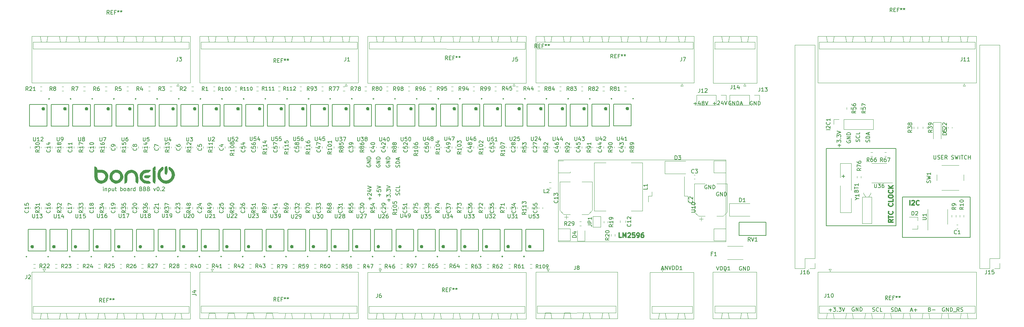
<source format=gbr>
%TF.GenerationSoftware,KiCad,Pcbnew,(5.1.6)-1*%
%TF.CreationDate,2021-11-09T09:23:04+01:00*%
%TF.ProjectId,boneIO_input board_v0.3,626f6e65-494f-45f6-996e-70757420626f,rev?*%
%TF.SameCoordinates,Original*%
%TF.FileFunction,Legend,Top*%
%TF.FilePolarity,Positive*%
%FSLAX46Y46*%
G04 Gerber Fmt 4.6, Leading zero omitted, Abs format (unit mm)*
G04 Created by KiCad (PCBNEW (5.1.6)-1) date 2021-11-09 09:23:04*
%MOMM*%
%LPD*%
G01*
G04 APERTURE LIST*
%ADD10C,0.150000*%
%ADD11C,0.300000*%
%ADD12C,0.120000*%
%ADD13C,0.200000*%
%ADD14C,0.010000*%
G04 APERTURE END LIST*
D10*
X209808095Y-63380000D02*
X209712857Y-63332380D01*
X209570000Y-63332380D01*
X209427142Y-63380000D01*
X209331904Y-63475238D01*
X209284285Y-63570476D01*
X209236666Y-63760952D01*
X209236666Y-63903809D01*
X209284285Y-64094285D01*
X209331904Y-64189523D01*
X209427142Y-64284761D01*
X209570000Y-64332380D01*
X209665238Y-64332380D01*
X209808095Y-64284761D01*
X209855714Y-64237142D01*
X209855714Y-63903809D01*
X209665238Y-63903809D01*
X210284285Y-64332380D02*
X210284285Y-63332380D01*
X210855714Y-64332380D01*
X210855714Y-63332380D01*
X211331904Y-64332380D02*
X211331904Y-63332380D01*
X211570000Y-63332380D01*
X211712857Y-63380000D01*
X211808095Y-63475238D01*
X211855714Y-63570476D01*
X211903333Y-63760952D01*
X211903333Y-63903809D01*
X211855714Y-64094285D01*
X211808095Y-64189523D01*
X211712857Y-64284761D01*
X211570000Y-64332380D01*
X211331904Y-64332380D01*
X204239523Y-63360000D02*
X204144285Y-63312380D01*
X204001428Y-63312380D01*
X203858571Y-63360000D01*
X203763333Y-63455238D01*
X203715714Y-63550476D01*
X203668095Y-63740952D01*
X203668095Y-63883809D01*
X203715714Y-64074285D01*
X203763333Y-64169523D01*
X203858571Y-64264761D01*
X204001428Y-64312380D01*
X204096666Y-64312380D01*
X204239523Y-64264761D01*
X204287142Y-64217142D01*
X204287142Y-63883809D01*
X204096666Y-63883809D01*
X204715714Y-64312380D02*
X204715714Y-63312380D01*
X205287142Y-64312380D01*
X205287142Y-63312380D01*
X205763333Y-64312380D02*
X205763333Y-63312380D01*
X206001428Y-63312380D01*
X206144285Y-63360000D01*
X206239523Y-63455238D01*
X206287142Y-63550476D01*
X206334761Y-63740952D01*
X206334761Y-63883809D01*
X206287142Y-64074285D01*
X206239523Y-64169523D01*
X206144285Y-64264761D01*
X206001428Y-64312380D01*
X205763333Y-64312380D01*
X206715714Y-64026666D02*
X207191904Y-64026666D01*
X206620476Y-64312380D02*
X206953809Y-63312380D01*
X207287142Y-64312380D01*
X199568095Y-63901428D02*
X200330000Y-63901428D01*
X199949047Y-64282380D02*
X199949047Y-63520476D01*
X200758571Y-63377619D02*
X200806190Y-63330000D01*
X200901428Y-63282380D01*
X201139523Y-63282380D01*
X201234761Y-63330000D01*
X201282380Y-63377619D01*
X201330000Y-63472857D01*
X201330000Y-63568095D01*
X201282380Y-63710952D01*
X200710952Y-64282380D01*
X201330000Y-64282380D01*
X202187142Y-63615714D02*
X202187142Y-64282380D01*
X201949047Y-63234761D02*
X201710952Y-63949047D01*
X202330000Y-63949047D01*
X202568095Y-63282380D02*
X202901428Y-64282380D01*
X203234761Y-63282380D01*
X197978095Y-85320000D02*
X197882857Y-85272380D01*
X197740000Y-85272380D01*
X197597142Y-85320000D01*
X197501904Y-85415238D01*
X197454285Y-85510476D01*
X197406666Y-85700952D01*
X197406666Y-85843809D01*
X197454285Y-86034285D01*
X197501904Y-86129523D01*
X197597142Y-86224761D01*
X197740000Y-86272380D01*
X197835238Y-86272380D01*
X197978095Y-86224761D01*
X198025714Y-86177142D01*
X198025714Y-85843809D01*
X197835238Y-85843809D01*
X198454285Y-86272380D02*
X198454285Y-85272380D01*
X199025714Y-86272380D01*
X199025714Y-85272380D01*
X199501904Y-86272380D02*
X199501904Y-85272380D01*
X199740000Y-85272380D01*
X199882857Y-85320000D01*
X199978095Y-85415238D01*
X200025714Y-85510476D01*
X200073333Y-85700952D01*
X200073333Y-85843809D01*
X200025714Y-86034285D01*
X199978095Y-86129523D01*
X199882857Y-86224761D01*
X199740000Y-86272380D01*
X199501904Y-86272380D01*
X201018095Y-87180000D02*
X200922857Y-87132380D01*
X200780000Y-87132380D01*
X200637142Y-87180000D01*
X200541904Y-87275238D01*
X200494285Y-87370476D01*
X200446666Y-87560952D01*
X200446666Y-87703809D01*
X200494285Y-87894285D01*
X200541904Y-87989523D01*
X200637142Y-88084761D01*
X200780000Y-88132380D01*
X200875238Y-88132380D01*
X201018095Y-88084761D01*
X201065714Y-88037142D01*
X201065714Y-87703809D01*
X200875238Y-87703809D01*
X201494285Y-88132380D02*
X201494285Y-87132380D01*
X202065714Y-88132380D01*
X202065714Y-87132380D01*
X202541904Y-88132380D02*
X202541904Y-87132380D01*
X202780000Y-87132380D01*
X202922857Y-87180000D01*
X203018095Y-87275238D01*
X203065714Y-87370476D01*
X203113333Y-87560952D01*
X203113333Y-87703809D01*
X203065714Y-87894285D01*
X203018095Y-87989523D01*
X202922857Y-88084761D01*
X202780000Y-88132380D01*
X202541904Y-88132380D01*
X194548095Y-63951428D02*
X195310000Y-63951428D01*
X194929047Y-64332380D02*
X194929047Y-63570476D01*
X196214761Y-63665714D02*
X196214761Y-64332380D01*
X195976666Y-63284761D02*
X195738571Y-63999047D01*
X196357619Y-63999047D01*
X196881428Y-63760952D02*
X196786190Y-63713333D01*
X196738571Y-63665714D01*
X196690952Y-63570476D01*
X196690952Y-63522857D01*
X196738571Y-63427619D01*
X196786190Y-63380000D01*
X196881428Y-63332380D01*
X197071904Y-63332380D01*
X197167142Y-63380000D01*
X197214761Y-63427619D01*
X197262380Y-63522857D01*
X197262380Y-63570476D01*
X197214761Y-63665714D01*
X197167142Y-63713333D01*
X197071904Y-63760952D01*
X196881428Y-63760952D01*
X196786190Y-63808571D01*
X196738571Y-63856190D01*
X196690952Y-63951428D01*
X196690952Y-64141904D01*
X196738571Y-64237142D01*
X196786190Y-64284761D01*
X196881428Y-64332380D01*
X197071904Y-64332380D01*
X197167142Y-64284761D01*
X197214761Y-64237142D01*
X197262380Y-64141904D01*
X197262380Y-63951428D01*
X197214761Y-63856190D01*
X197167142Y-63808571D01*
X197071904Y-63760952D01*
X197548095Y-63332380D02*
X197881428Y-64332380D01*
X198214761Y-63332380D01*
X247350000Y-75725000D02*
X247350000Y-95955000D01*
X229140000Y-95945000D02*
X247350000Y-95955000D01*
X229140000Y-75715000D02*
X247350000Y-75725000D01*
X229140000Y-75715000D02*
X229140000Y-95945000D01*
X114921428Y-89570000D02*
X114921428Y-88808095D01*
X115302380Y-89189047D02*
X114540476Y-89189047D01*
X114302380Y-88427142D02*
X114302380Y-87808095D01*
X114683333Y-88141428D01*
X114683333Y-87998571D01*
X114730952Y-87903333D01*
X114778571Y-87855714D01*
X114873809Y-87808095D01*
X115111904Y-87808095D01*
X115207142Y-87855714D01*
X115254761Y-87903333D01*
X115302380Y-87998571D01*
X115302380Y-88284285D01*
X115254761Y-88379523D01*
X115207142Y-88427142D01*
X115207142Y-87379523D02*
X115254761Y-87331904D01*
X115302380Y-87379523D01*
X115254761Y-87427142D01*
X115207142Y-87379523D01*
X115302380Y-87379523D01*
X114302380Y-86998571D02*
X114302380Y-86379523D01*
X114683333Y-86712857D01*
X114683333Y-86570000D01*
X114730952Y-86474761D01*
X114778571Y-86427142D01*
X114873809Y-86379523D01*
X115111904Y-86379523D01*
X115207142Y-86427142D01*
X115254761Y-86474761D01*
X115302380Y-86570000D01*
X115302380Y-86855714D01*
X115254761Y-86950952D01*
X115207142Y-86998571D01*
X114302380Y-86093809D02*
X115302380Y-85760476D01*
X114302380Y-85427142D01*
X114240000Y-80021904D02*
X114192380Y-80117142D01*
X114192380Y-80260000D01*
X114240000Y-80402857D01*
X114335238Y-80498095D01*
X114430476Y-80545714D01*
X114620952Y-80593333D01*
X114763809Y-80593333D01*
X114954285Y-80545714D01*
X115049523Y-80498095D01*
X115144761Y-80402857D01*
X115192380Y-80260000D01*
X115192380Y-80164761D01*
X115144761Y-80021904D01*
X115097142Y-79974285D01*
X114763809Y-79974285D01*
X114763809Y-80164761D01*
X115192380Y-79545714D02*
X114192380Y-79545714D01*
X115192380Y-78974285D01*
X114192380Y-78974285D01*
X115192380Y-78498095D02*
X114192380Y-78498095D01*
X114192380Y-78260000D01*
X114240000Y-78117142D01*
X114335238Y-78021904D01*
X114430476Y-77974285D01*
X114620952Y-77926666D01*
X114763809Y-77926666D01*
X114954285Y-77974285D01*
X115049523Y-78021904D01*
X115144761Y-78117142D01*
X115192380Y-78260000D01*
X115192380Y-78498095D01*
X117704761Y-87910476D02*
X117752380Y-87767619D01*
X117752380Y-87529523D01*
X117704761Y-87434285D01*
X117657142Y-87386666D01*
X117561904Y-87339047D01*
X117466666Y-87339047D01*
X117371428Y-87386666D01*
X117323809Y-87434285D01*
X117276190Y-87529523D01*
X117228571Y-87720000D01*
X117180952Y-87815238D01*
X117133333Y-87862857D01*
X117038095Y-87910476D01*
X116942857Y-87910476D01*
X116847619Y-87862857D01*
X116800000Y-87815238D01*
X116752380Y-87720000D01*
X116752380Y-87481904D01*
X116800000Y-87339047D01*
X117657142Y-86339047D02*
X117704761Y-86386666D01*
X117752380Y-86529523D01*
X117752380Y-86624761D01*
X117704761Y-86767619D01*
X117609523Y-86862857D01*
X117514285Y-86910476D01*
X117323809Y-86958095D01*
X117180952Y-86958095D01*
X116990476Y-86910476D01*
X116895238Y-86862857D01*
X116800000Y-86767619D01*
X116752380Y-86624761D01*
X116752380Y-86529523D01*
X116800000Y-86386666D01*
X116847619Y-86339047D01*
X117752380Y-85434285D02*
X117752380Y-85910476D01*
X116752380Y-85910476D01*
X232571428Y-75270000D02*
X232571428Y-74508095D01*
X232952380Y-74889047D02*
X232190476Y-74889047D01*
X231952380Y-74127142D02*
X231952380Y-73508095D01*
X232333333Y-73841428D01*
X232333333Y-73698571D01*
X232380952Y-73603333D01*
X232428571Y-73555714D01*
X232523809Y-73508095D01*
X232761904Y-73508095D01*
X232857142Y-73555714D01*
X232904761Y-73603333D01*
X232952380Y-73698571D01*
X232952380Y-73984285D01*
X232904761Y-74079523D01*
X232857142Y-74127142D01*
X232857142Y-73079523D02*
X232904761Y-73031904D01*
X232952380Y-73079523D01*
X232904761Y-73127142D01*
X232857142Y-73079523D01*
X232952380Y-73079523D01*
X231952380Y-72698571D02*
X231952380Y-72079523D01*
X232333333Y-72412857D01*
X232333333Y-72270000D01*
X232380952Y-72174761D01*
X232428571Y-72127142D01*
X232523809Y-72079523D01*
X232761904Y-72079523D01*
X232857142Y-72127142D01*
X232904761Y-72174761D01*
X232952380Y-72270000D01*
X232952380Y-72555714D01*
X232904761Y-72650952D01*
X232857142Y-72698571D01*
X231952380Y-71793809D02*
X232952380Y-71460476D01*
X231952380Y-71127142D01*
X237864761Y-73910476D02*
X237912380Y-73767619D01*
X237912380Y-73529523D01*
X237864761Y-73434285D01*
X237817142Y-73386666D01*
X237721904Y-73339047D01*
X237626666Y-73339047D01*
X237531428Y-73386666D01*
X237483809Y-73434285D01*
X237436190Y-73529523D01*
X237388571Y-73720000D01*
X237340952Y-73815238D01*
X237293333Y-73862857D01*
X237198095Y-73910476D01*
X237102857Y-73910476D01*
X237007619Y-73862857D01*
X236960000Y-73815238D01*
X236912380Y-73720000D01*
X236912380Y-73481904D01*
X236960000Y-73339047D01*
X237817142Y-72339047D02*
X237864761Y-72386666D01*
X237912380Y-72529523D01*
X237912380Y-72624761D01*
X237864761Y-72767619D01*
X237769523Y-72862857D01*
X237674285Y-72910476D01*
X237483809Y-72958095D01*
X237340952Y-72958095D01*
X237150476Y-72910476D01*
X237055238Y-72862857D01*
X236960000Y-72767619D01*
X236912380Y-72624761D01*
X236912380Y-72529523D01*
X236960000Y-72386666D01*
X237007619Y-72339047D01*
X237912380Y-71434285D02*
X237912380Y-71910476D01*
X236912380Y-71910476D01*
X229845000Y-117961428D02*
X230606904Y-117961428D01*
X230225952Y-118342380D02*
X230225952Y-117580476D01*
X230987857Y-117342380D02*
X231606904Y-117342380D01*
X231273571Y-117723333D01*
X231416428Y-117723333D01*
X231511666Y-117770952D01*
X231559285Y-117818571D01*
X231606904Y-117913809D01*
X231606904Y-118151904D01*
X231559285Y-118247142D01*
X231511666Y-118294761D01*
X231416428Y-118342380D01*
X231130714Y-118342380D01*
X231035476Y-118294761D01*
X230987857Y-118247142D01*
X232035476Y-118247142D02*
X232083095Y-118294761D01*
X232035476Y-118342380D01*
X231987857Y-118294761D01*
X232035476Y-118247142D01*
X232035476Y-118342380D01*
X232416428Y-117342380D02*
X233035476Y-117342380D01*
X232702142Y-117723333D01*
X232845000Y-117723333D01*
X232940238Y-117770952D01*
X232987857Y-117818571D01*
X233035476Y-117913809D01*
X233035476Y-118151904D01*
X232987857Y-118247142D01*
X232940238Y-118294761D01*
X232845000Y-118342380D01*
X232559285Y-118342380D01*
X232464047Y-118294761D01*
X232416428Y-118247142D01*
X233321190Y-117342380D02*
X233654523Y-118342380D01*
X233987857Y-117342380D01*
X117694761Y-80614285D02*
X117742380Y-80471428D01*
X117742380Y-80233333D01*
X117694761Y-80138095D01*
X117647142Y-80090476D01*
X117551904Y-80042857D01*
X117456666Y-80042857D01*
X117361428Y-80090476D01*
X117313809Y-80138095D01*
X117266190Y-80233333D01*
X117218571Y-80423809D01*
X117170952Y-80519047D01*
X117123333Y-80566666D01*
X117028095Y-80614285D01*
X116932857Y-80614285D01*
X116837619Y-80566666D01*
X116790000Y-80519047D01*
X116742380Y-80423809D01*
X116742380Y-80185714D01*
X116790000Y-80042857D01*
X117742380Y-79614285D02*
X116742380Y-79614285D01*
X116742380Y-79376190D01*
X116790000Y-79233333D01*
X116885238Y-79138095D01*
X116980476Y-79090476D01*
X117170952Y-79042857D01*
X117313809Y-79042857D01*
X117504285Y-79090476D01*
X117599523Y-79138095D01*
X117694761Y-79233333D01*
X117742380Y-79376190D01*
X117742380Y-79614285D01*
X117456666Y-78661904D02*
X117456666Y-78185714D01*
X117742380Y-78757142D02*
X116742380Y-78423809D01*
X117742380Y-78090476D01*
X234560000Y-73661904D02*
X234512380Y-73757142D01*
X234512380Y-73900000D01*
X234560000Y-74042857D01*
X234655238Y-74138095D01*
X234750476Y-74185714D01*
X234940952Y-74233333D01*
X235083809Y-74233333D01*
X235274285Y-74185714D01*
X235369523Y-74138095D01*
X235464761Y-74042857D01*
X235512380Y-73900000D01*
X235512380Y-73804761D01*
X235464761Y-73661904D01*
X235417142Y-73614285D01*
X235083809Y-73614285D01*
X235083809Y-73804761D01*
X235512380Y-73185714D02*
X234512380Y-73185714D01*
X235512380Y-72614285D01*
X234512380Y-72614285D01*
X235512380Y-72138095D02*
X234512380Y-72138095D01*
X234512380Y-71900000D01*
X234560000Y-71757142D01*
X234655238Y-71661904D01*
X234750476Y-71614285D01*
X234940952Y-71566666D01*
X235083809Y-71566666D01*
X235274285Y-71614285D01*
X235369523Y-71661904D01*
X235464761Y-71757142D01*
X235512380Y-71900000D01*
X235512380Y-72138095D01*
X246130714Y-118344761D02*
X246273571Y-118392380D01*
X246511666Y-118392380D01*
X246606904Y-118344761D01*
X246654523Y-118297142D01*
X246702142Y-118201904D01*
X246702142Y-118106666D01*
X246654523Y-118011428D01*
X246606904Y-117963809D01*
X246511666Y-117916190D01*
X246321190Y-117868571D01*
X246225952Y-117820952D01*
X246178333Y-117773333D01*
X246130714Y-117678095D01*
X246130714Y-117582857D01*
X246178333Y-117487619D01*
X246225952Y-117440000D01*
X246321190Y-117392380D01*
X246559285Y-117392380D01*
X246702142Y-117440000D01*
X247130714Y-118392380D02*
X247130714Y-117392380D01*
X247368809Y-117392380D01*
X247511666Y-117440000D01*
X247606904Y-117535238D01*
X247654523Y-117630476D01*
X247702142Y-117820952D01*
X247702142Y-117963809D01*
X247654523Y-118154285D01*
X247606904Y-118249523D01*
X247511666Y-118344761D01*
X247368809Y-118392380D01*
X247130714Y-118392380D01*
X248083095Y-118106666D02*
X248559285Y-118106666D01*
X247987857Y-118392380D02*
X248321190Y-117392380D01*
X248654523Y-118392380D01*
D11*
X175650000Y-99012857D02*
X175078571Y-99012857D01*
X175078571Y-97812857D01*
X176050000Y-99012857D02*
X176050000Y-97812857D01*
X176450000Y-98670000D01*
X176850000Y-97812857D01*
X176850000Y-99012857D01*
X177364285Y-97927142D02*
X177421428Y-97870000D01*
X177535714Y-97812857D01*
X177821428Y-97812857D01*
X177935714Y-97870000D01*
X177992857Y-97927142D01*
X178050000Y-98041428D01*
X178050000Y-98155714D01*
X177992857Y-98327142D01*
X177307142Y-99012857D01*
X178050000Y-99012857D01*
X179135714Y-97812857D02*
X178564285Y-97812857D01*
X178507142Y-98384285D01*
X178564285Y-98327142D01*
X178678571Y-98270000D01*
X178964285Y-98270000D01*
X179078571Y-98327142D01*
X179135714Y-98384285D01*
X179192857Y-98498571D01*
X179192857Y-98784285D01*
X179135714Y-98898571D01*
X179078571Y-98955714D01*
X178964285Y-99012857D01*
X178678571Y-99012857D01*
X178564285Y-98955714D01*
X178507142Y-98898571D01*
X179764285Y-99012857D02*
X179992857Y-99012857D01*
X180107142Y-98955714D01*
X180164285Y-98898571D01*
X180278571Y-98727142D01*
X180335714Y-98498571D01*
X180335714Y-98041428D01*
X180278571Y-97927142D01*
X180221428Y-97870000D01*
X180107142Y-97812857D01*
X179878571Y-97812857D01*
X179764285Y-97870000D01*
X179707142Y-97927142D01*
X179650000Y-98041428D01*
X179650000Y-98327142D01*
X179707142Y-98441428D01*
X179764285Y-98498571D01*
X179878571Y-98555714D01*
X180107142Y-98555714D01*
X180221428Y-98498571D01*
X180278571Y-98441428D01*
X180335714Y-98327142D01*
X181364285Y-97812857D02*
X181135714Y-97812857D01*
X181021428Y-97870000D01*
X180964285Y-97927142D01*
X180850000Y-98098571D01*
X180792857Y-98327142D01*
X180792857Y-98784285D01*
X180850000Y-98898571D01*
X180907142Y-98955714D01*
X181021428Y-99012857D01*
X181250000Y-99012857D01*
X181364285Y-98955714D01*
X181421428Y-98898571D01*
X181478571Y-98784285D01*
X181478571Y-98498571D01*
X181421428Y-98384285D01*
X181364285Y-98327142D01*
X181250000Y-98270000D01*
X181021428Y-98270000D01*
X180907142Y-98327142D01*
X180850000Y-98384285D01*
X180792857Y-98498571D01*
D10*
X111690000Y-80011904D02*
X111642380Y-80107142D01*
X111642380Y-80250000D01*
X111690000Y-80392857D01*
X111785238Y-80488095D01*
X111880476Y-80535714D01*
X112070952Y-80583333D01*
X112213809Y-80583333D01*
X112404285Y-80535714D01*
X112499523Y-80488095D01*
X112594761Y-80392857D01*
X112642380Y-80250000D01*
X112642380Y-80154761D01*
X112594761Y-80011904D01*
X112547142Y-79964285D01*
X112213809Y-79964285D01*
X112213809Y-80154761D01*
X112642380Y-79535714D02*
X111642380Y-79535714D01*
X112642380Y-78964285D01*
X111642380Y-78964285D01*
X112642380Y-78488095D02*
X111642380Y-78488095D01*
X111642380Y-78250000D01*
X111690000Y-78107142D01*
X111785238Y-78011904D01*
X111880476Y-77964285D01*
X112070952Y-77916666D01*
X112213809Y-77916666D01*
X112404285Y-77964285D01*
X112499523Y-78011904D01*
X112594761Y-78107142D01*
X112642380Y-78250000D01*
X112642380Y-78488095D01*
X236433095Y-117340000D02*
X236337857Y-117292380D01*
X236195000Y-117292380D01*
X236052142Y-117340000D01*
X235956904Y-117435238D01*
X235909285Y-117530476D01*
X235861666Y-117720952D01*
X235861666Y-117863809D01*
X235909285Y-118054285D01*
X235956904Y-118149523D01*
X236052142Y-118244761D01*
X236195000Y-118292380D01*
X236290238Y-118292380D01*
X236433095Y-118244761D01*
X236480714Y-118197142D01*
X236480714Y-117863809D01*
X236290238Y-117863809D01*
X236909285Y-118292380D02*
X236909285Y-117292380D01*
X237480714Y-118292380D01*
X237480714Y-117292380D01*
X237956904Y-118292380D02*
X237956904Y-117292380D01*
X238195000Y-117292380D01*
X238337857Y-117340000D01*
X238433095Y-117435238D01*
X238480714Y-117530476D01*
X238528333Y-117720952D01*
X238528333Y-117863809D01*
X238480714Y-118054285D01*
X238433095Y-118149523D01*
X238337857Y-118244761D01*
X238195000Y-118292380D01*
X237956904Y-118292380D01*
X260025952Y-117390000D02*
X259930714Y-117342380D01*
X259787857Y-117342380D01*
X259645000Y-117390000D01*
X259549761Y-117485238D01*
X259502142Y-117580476D01*
X259454523Y-117770952D01*
X259454523Y-117913809D01*
X259502142Y-118104285D01*
X259549761Y-118199523D01*
X259645000Y-118294761D01*
X259787857Y-118342380D01*
X259883095Y-118342380D01*
X260025952Y-118294761D01*
X260073571Y-118247142D01*
X260073571Y-117913809D01*
X259883095Y-117913809D01*
X260502142Y-118342380D02*
X260502142Y-117342380D01*
X261073571Y-118342380D01*
X261073571Y-117342380D01*
X261549761Y-118342380D02*
X261549761Y-117342380D01*
X261787857Y-117342380D01*
X261930714Y-117390000D01*
X262025952Y-117485238D01*
X262073571Y-117580476D01*
X262121190Y-117770952D01*
X262121190Y-117913809D01*
X262073571Y-118104285D01*
X262025952Y-118199523D01*
X261930714Y-118294761D01*
X261787857Y-118342380D01*
X261549761Y-118342380D01*
X262311666Y-118437619D02*
X263073571Y-118437619D01*
X263883095Y-118342380D02*
X263549761Y-117866190D01*
X263311666Y-118342380D02*
X263311666Y-117342380D01*
X263692619Y-117342380D01*
X263787857Y-117390000D01*
X263835476Y-117437619D01*
X263883095Y-117532857D01*
X263883095Y-117675714D01*
X263835476Y-117770952D01*
X263787857Y-117818571D01*
X263692619Y-117866190D01*
X263311666Y-117866190D01*
X264264047Y-118294761D02*
X264406904Y-118342380D01*
X264645000Y-118342380D01*
X264740238Y-118294761D01*
X264787857Y-118247142D01*
X264835476Y-118151904D01*
X264835476Y-118056666D01*
X264787857Y-117961428D01*
X264740238Y-117913809D01*
X264645000Y-117866190D01*
X264454523Y-117818571D01*
X264359285Y-117770952D01*
X264311666Y-117723333D01*
X264264047Y-117628095D01*
X264264047Y-117532857D01*
X264311666Y-117437619D01*
X264359285Y-117390000D01*
X264454523Y-117342380D01*
X264692619Y-117342380D01*
X264835476Y-117390000D01*
X257239285Y-77502380D02*
X257239285Y-78311904D01*
X257286904Y-78407142D01*
X257334523Y-78454761D01*
X257429761Y-78502380D01*
X257620238Y-78502380D01*
X257715476Y-78454761D01*
X257763095Y-78407142D01*
X257810714Y-78311904D01*
X257810714Y-77502380D01*
X258239285Y-78454761D02*
X258382142Y-78502380D01*
X258620238Y-78502380D01*
X258715476Y-78454761D01*
X258763095Y-78407142D01*
X258810714Y-78311904D01*
X258810714Y-78216666D01*
X258763095Y-78121428D01*
X258715476Y-78073809D01*
X258620238Y-78026190D01*
X258429761Y-77978571D01*
X258334523Y-77930952D01*
X258286904Y-77883333D01*
X258239285Y-77788095D01*
X258239285Y-77692857D01*
X258286904Y-77597619D01*
X258334523Y-77550000D01*
X258429761Y-77502380D01*
X258667857Y-77502380D01*
X258810714Y-77550000D01*
X259239285Y-77978571D02*
X259572619Y-77978571D01*
X259715476Y-78502380D02*
X259239285Y-78502380D01*
X259239285Y-77502380D01*
X259715476Y-77502380D01*
X260715476Y-78502380D02*
X260382142Y-78026190D01*
X260144047Y-78502380D02*
X260144047Y-77502380D01*
X260525000Y-77502380D01*
X260620238Y-77550000D01*
X260667857Y-77597619D01*
X260715476Y-77692857D01*
X260715476Y-77835714D01*
X260667857Y-77930952D01*
X260620238Y-77978571D01*
X260525000Y-78026190D01*
X260144047Y-78026190D01*
X261858333Y-78454761D02*
X262001190Y-78502380D01*
X262239285Y-78502380D01*
X262334523Y-78454761D01*
X262382142Y-78407142D01*
X262429761Y-78311904D01*
X262429761Y-78216666D01*
X262382142Y-78121428D01*
X262334523Y-78073809D01*
X262239285Y-78026190D01*
X262048809Y-77978571D01*
X261953571Y-77930952D01*
X261905952Y-77883333D01*
X261858333Y-77788095D01*
X261858333Y-77692857D01*
X261905952Y-77597619D01*
X261953571Y-77550000D01*
X262048809Y-77502380D01*
X262286904Y-77502380D01*
X262429761Y-77550000D01*
X262763095Y-77502380D02*
X263001190Y-78502380D01*
X263191666Y-77788095D01*
X263382142Y-78502380D01*
X263620238Y-77502380D01*
X264001190Y-78502380D02*
X264001190Y-77502380D01*
X264334523Y-77502380D02*
X264905952Y-77502380D01*
X264620238Y-78502380D02*
X264620238Y-77502380D01*
X265810714Y-78407142D02*
X265763095Y-78454761D01*
X265620238Y-78502380D01*
X265525000Y-78502380D01*
X265382142Y-78454761D01*
X265286904Y-78359523D01*
X265239285Y-78264285D01*
X265191666Y-78073809D01*
X265191666Y-77930952D01*
X265239285Y-77740476D01*
X265286904Y-77645238D01*
X265382142Y-77550000D01*
X265525000Y-77502380D01*
X265620238Y-77502380D01*
X265763095Y-77550000D01*
X265810714Y-77597619D01*
X266239285Y-78502380D02*
X266239285Y-77502380D01*
X266239285Y-77978571D02*
X266810714Y-77978571D01*
X266810714Y-78502380D02*
X266810714Y-77502380D01*
X241254523Y-118294761D02*
X241397380Y-118342380D01*
X241635476Y-118342380D01*
X241730714Y-118294761D01*
X241778333Y-118247142D01*
X241825952Y-118151904D01*
X241825952Y-118056666D01*
X241778333Y-117961428D01*
X241730714Y-117913809D01*
X241635476Y-117866190D01*
X241445000Y-117818571D01*
X241349761Y-117770952D01*
X241302142Y-117723333D01*
X241254523Y-117628095D01*
X241254523Y-117532857D01*
X241302142Y-117437619D01*
X241349761Y-117390000D01*
X241445000Y-117342380D01*
X241683095Y-117342380D01*
X241825952Y-117390000D01*
X242825952Y-118247142D02*
X242778333Y-118294761D01*
X242635476Y-118342380D01*
X242540238Y-118342380D01*
X242397380Y-118294761D01*
X242302142Y-118199523D01*
X242254523Y-118104285D01*
X242206904Y-117913809D01*
X242206904Y-117770952D01*
X242254523Y-117580476D01*
X242302142Y-117485238D01*
X242397380Y-117390000D01*
X242540238Y-117342380D01*
X242635476Y-117342380D01*
X242778333Y-117390000D01*
X242825952Y-117437619D01*
X243730714Y-118342380D02*
X243254523Y-118342380D01*
X243254523Y-117342380D01*
X40317857Y-86777380D02*
X40317857Y-86110714D01*
X40317857Y-85777380D02*
X40270238Y-85825000D01*
X40317857Y-85872619D01*
X40365476Y-85825000D01*
X40317857Y-85777380D01*
X40317857Y-85872619D01*
X40794047Y-86110714D02*
X40794047Y-86777380D01*
X40794047Y-86205952D02*
X40841666Y-86158333D01*
X40936904Y-86110714D01*
X41079761Y-86110714D01*
X41175000Y-86158333D01*
X41222619Y-86253571D01*
X41222619Y-86777380D01*
X41698809Y-86110714D02*
X41698809Y-87110714D01*
X41698809Y-86158333D02*
X41794047Y-86110714D01*
X41984523Y-86110714D01*
X42079761Y-86158333D01*
X42127380Y-86205952D01*
X42175000Y-86301190D01*
X42175000Y-86586904D01*
X42127380Y-86682142D01*
X42079761Y-86729761D01*
X41984523Y-86777380D01*
X41794047Y-86777380D01*
X41698809Y-86729761D01*
X43032142Y-86110714D02*
X43032142Y-86777380D01*
X42603571Y-86110714D02*
X42603571Y-86634523D01*
X42651190Y-86729761D01*
X42746428Y-86777380D01*
X42889285Y-86777380D01*
X42984523Y-86729761D01*
X43032142Y-86682142D01*
X43365476Y-86110714D02*
X43746428Y-86110714D01*
X43508333Y-85777380D02*
X43508333Y-86634523D01*
X43555952Y-86729761D01*
X43651190Y-86777380D01*
X43746428Y-86777380D01*
X44841666Y-86777380D02*
X44841666Y-85777380D01*
X44841666Y-86158333D02*
X44936904Y-86110714D01*
X45127380Y-86110714D01*
X45222619Y-86158333D01*
X45270238Y-86205952D01*
X45317857Y-86301190D01*
X45317857Y-86586904D01*
X45270238Y-86682142D01*
X45222619Y-86729761D01*
X45127380Y-86777380D01*
X44936904Y-86777380D01*
X44841666Y-86729761D01*
X45889285Y-86777380D02*
X45794047Y-86729761D01*
X45746428Y-86682142D01*
X45698809Y-86586904D01*
X45698809Y-86301190D01*
X45746428Y-86205952D01*
X45794047Y-86158333D01*
X45889285Y-86110714D01*
X46032142Y-86110714D01*
X46127380Y-86158333D01*
X46175000Y-86205952D01*
X46222619Y-86301190D01*
X46222619Y-86586904D01*
X46175000Y-86682142D01*
X46127380Y-86729761D01*
X46032142Y-86777380D01*
X45889285Y-86777380D01*
X47079761Y-86777380D02*
X47079761Y-86253571D01*
X47032142Y-86158333D01*
X46936904Y-86110714D01*
X46746428Y-86110714D01*
X46651190Y-86158333D01*
X47079761Y-86729761D02*
X46984523Y-86777380D01*
X46746428Y-86777380D01*
X46651190Y-86729761D01*
X46603571Y-86634523D01*
X46603571Y-86539285D01*
X46651190Y-86444047D01*
X46746428Y-86396428D01*
X46984523Y-86396428D01*
X47079761Y-86348809D01*
X47555952Y-86777380D02*
X47555952Y-86110714D01*
X47555952Y-86301190D02*
X47603571Y-86205952D01*
X47651190Y-86158333D01*
X47746428Y-86110714D01*
X47841666Y-86110714D01*
X48603571Y-86777380D02*
X48603571Y-85777380D01*
X48603571Y-86729761D02*
X48508333Y-86777380D01*
X48317857Y-86777380D01*
X48222619Y-86729761D01*
X48175000Y-86682142D01*
X48127380Y-86586904D01*
X48127380Y-86301190D01*
X48175000Y-86205952D01*
X48222619Y-86158333D01*
X48317857Y-86110714D01*
X48508333Y-86110714D01*
X48603571Y-86158333D01*
X50175000Y-86253571D02*
X50317857Y-86301190D01*
X50365476Y-86348809D01*
X50413095Y-86444047D01*
X50413095Y-86586904D01*
X50365476Y-86682142D01*
X50317857Y-86729761D01*
X50222619Y-86777380D01*
X49841666Y-86777380D01*
X49841666Y-85777380D01*
X50175000Y-85777380D01*
X50270238Y-85825000D01*
X50317857Y-85872619D01*
X50365476Y-85967857D01*
X50365476Y-86063095D01*
X50317857Y-86158333D01*
X50270238Y-86205952D01*
X50175000Y-86253571D01*
X49841666Y-86253571D01*
X51175000Y-86253571D02*
X51317857Y-86301190D01*
X51365476Y-86348809D01*
X51413095Y-86444047D01*
X51413095Y-86586904D01*
X51365476Y-86682142D01*
X51317857Y-86729761D01*
X51222619Y-86777380D01*
X50841666Y-86777380D01*
X50841666Y-85777380D01*
X51175000Y-85777380D01*
X51270238Y-85825000D01*
X51317857Y-85872619D01*
X51365476Y-85967857D01*
X51365476Y-86063095D01*
X51317857Y-86158333D01*
X51270238Y-86205952D01*
X51175000Y-86253571D01*
X50841666Y-86253571D01*
X52175000Y-86253571D02*
X52317857Y-86301190D01*
X52365476Y-86348809D01*
X52413095Y-86444047D01*
X52413095Y-86586904D01*
X52365476Y-86682142D01*
X52317857Y-86729761D01*
X52222619Y-86777380D01*
X51841666Y-86777380D01*
X51841666Y-85777380D01*
X52175000Y-85777380D01*
X52270238Y-85825000D01*
X52317857Y-85872619D01*
X52365476Y-85967857D01*
X52365476Y-86063095D01*
X52317857Y-86158333D01*
X52270238Y-86205952D01*
X52175000Y-86253571D01*
X51841666Y-86253571D01*
X53508333Y-86110714D02*
X53746428Y-86777380D01*
X53984523Y-86110714D01*
X54555952Y-85777380D02*
X54651190Y-85777380D01*
X54746428Y-85825000D01*
X54794047Y-85872619D01*
X54841666Y-85967857D01*
X54889285Y-86158333D01*
X54889285Y-86396428D01*
X54841666Y-86586904D01*
X54794047Y-86682142D01*
X54746428Y-86729761D01*
X54651190Y-86777380D01*
X54555952Y-86777380D01*
X54460714Y-86729761D01*
X54413095Y-86682142D01*
X54365476Y-86586904D01*
X54317857Y-86396428D01*
X54317857Y-86158333D01*
X54365476Y-85967857D01*
X54413095Y-85872619D01*
X54460714Y-85825000D01*
X54555952Y-85777380D01*
X55317857Y-86682142D02*
X55365476Y-86729761D01*
X55317857Y-86777380D01*
X55270238Y-86729761D01*
X55317857Y-86682142D01*
X55317857Y-86777380D01*
X55746428Y-85872619D02*
X55794047Y-85825000D01*
X55889285Y-85777380D01*
X56127380Y-85777380D01*
X56222619Y-85825000D01*
X56270238Y-85872619D01*
X56317857Y-85967857D01*
X56317857Y-86063095D01*
X56270238Y-86205952D01*
X55698809Y-86777380D01*
X56317857Y-86777380D01*
X109210000Y-79981904D02*
X109162380Y-80077142D01*
X109162380Y-80220000D01*
X109210000Y-80362857D01*
X109305238Y-80458095D01*
X109400476Y-80505714D01*
X109590952Y-80553333D01*
X109733809Y-80553333D01*
X109924285Y-80505714D01*
X110019523Y-80458095D01*
X110114761Y-80362857D01*
X110162380Y-80220000D01*
X110162380Y-80124761D01*
X110114761Y-79981904D01*
X110067142Y-79934285D01*
X109733809Y-79934285D01*
X109733809Y-80124761D01*
X110162380Y-79505714D02*
X109162380Y-79505714D01*
X110162380Y-78934285D01*
X109162380Y-78934285D01*
X110162380Y-78458095D02*
X109162380Y-78458095D01*
X109162380Y-78220000D01*
X109210000Y-78077142D01*
X109305238Y-77981904D01*
X109400476Y-77934285D01*
X109590952Y-77886666D01*
X109733809Y-77886666D01*
X109924285Y-77934285D01*
X110019523Y-77981904D01*
X110114761Y-78077142D01*
X110162380Y-78220000D01*
X110162380Y-78458095D01*
X109971428Y-89161904D02*
X109971428Y-88400000D01*
X110352380Y-88780952D02*
X109590476Y-88780952D01*
X109447619Y-87971428D02*
X109400000Y-87923809D01*
X109352380Y-87828571D01*
X109352380Y-87590476D01*
X109400000Y-87495238D01*
X109447619Y-87447619D01*
X109542857Y-87400000D01*
X109638095Y-87400000D01*
X109780952Y-87447619D01*
X110352380Y-88019047D01*
X110352380Y-87400000D01*
X109685714Y-86542857D02*
X110352380Y-86542857D01*
X109304761Y-86780952D02*
X110019047Y-87019047D01*
X110019047Y-86400000D01*
X109352380Y-86161904D02*
X110352380Y-85828571D01*
X109352380Y-85495238D01*
X207028095Y-106630000D02*
X206932857Y-106582380D01*
X206790000Y-106582380D01*
X206647142Y-106630000D01*
X206551904Y-106725238D01*
X206504285Y-106820476D01*
X206456666Y-107010952D01*
X206456666Y-107153809D01*
X206504285Y-107344285D01*
X206551904Y-107439523D01*
X206647142Y-107534761D01*
X206790000Y-107582380D01*
X206885238Y-107582380D01*
X207028095Y-107534761D01*
X207075714Y-107487142D01*
X207075714Y-107153809D01*
X206885238Y-107153809D01*
X207504285Y-107582380D02*
X207504285Y-106582380D01*
X208075714Y-107582380D01*
X208075714Y-106582380D01*
X208551904Y-107582380D02*
X208551904Y-106582380D01*
X208790000Y-106582380D01*
X208932857Y-106630000D01*
X209028095Y-106725238D01*
X209075714Y-106820476D01*
X209123333Y-107010952D01*
X209123333Y-107153809D01*
X209075714Y-107344285D01*
X209028095Y-107439523D01*
X208932857Y-107534761D01*
X208790000Y-107582380D01*
X208551904Y-107582380D01*
X256147380Y-117818571D02*
X256290238Y-117866190D01*
X256337857Y-117913809D01*
X256385476Y-118009047D01*
X256385476Y-118151904D01*
X256337857Y-118247142D01*
X256290238Y-118294761D01*
X256195000Y-118342380D01*
X255814047Y-118342380D01*
X255814047Y-117342380D01*
X256147380Y-117342380D01*
X256242619Y-117390000D01*
X256290238Y-117437619D01*
X256337857Y-117532857D01*
X256337857Y-117628095D01*
X256290238Y-117723333D01*
X256242619Y-117770952D01*
X256147380Y-117818571D01*
X255814047Y-117818571D01*
X256814047Y-117961428D02*
X257575952Y-117961428D01*
X240474761Y-74024285D02*
X240522380Y-73881428D01*
X240522380Y-73643333D01*
X240474761Y-73548095D01*
X240427142Y-73500476D01*
X240331904Y-73452857D01*
X240236666Y-73452857D01*
X240141428Y-73500476D01*
X240093809Y-73548095D01*
X240046190Y-73643333D01*
X239998571Y-73833809D01*
X239950952Y-73929047D01*
X239903333Y-73976666D01*
X239808095Y-74024285D01*
X239712857Y-74024285D01*
X239617619Y-73976666D01*
X239570000Y-73929047D01*
X239522380Y-73833809D01*
X239522380Y-73595714D01*
X239570000Y-73452857D01*
X240522380Y-73024285D02*
X239522380Y-73024285D01*
X239522380Y-72786190D01*
X239570000Y-72643333D01*
X239665238Y-72548095D01*
X239760476Y-72500476D01*
X239950952Y-72452857D01*
X240093809Y-72452857D01*
X240284285Y-72500476D01*
X240379523Y-72548095D01*
X240474761Y-72643333D01*
X240522380Y-72786190D01*
X240522380Y-73024285D01*
X240236666Y-72071904D02*
X240236666Y-71595714D01*
X240522380Y-72167142D02*
X239522380Y-71833809D01*
X240522380Y-71500476D01*
X251187857Y-118056666D02*
X251664047Y-118056666D01*
X251092619Y-118342380D02*
X251425952Y-117342380D01*
X251759285Y-118342380D01*
X252092619Y-117961428D02*
X252854523Y-117961428D01*
X252473571Y-118342380D02*
X252473571Y-117580476D01*
X112451428Y-88195714D02*
X112451428Y-87433809D01*
X112832380Y-87814761D02*
X112070476Y-87814761D01*
X111832380Y-86481428D02*
X111832380Y-86957619D01*
X112308571Y-87005238D01*
X112260952Y-86957619D01*
X112213333Y-86862380D01*
X112213333Y-86624285D01*
X112260952Y-86529047D01*
X112308571Y-86481428D01*
X112403809Y-86433809D01*
X112641904Y-86433809D01*
X112737142Y-86481428D01*
X112784761Y-86529047D01*
X112832380Y-86624285D01*
X112832380Y-86862380D01*
X112784761Y-86957619D01*
X112737142Y-87005238D01*
X111832380Y-86148095D02*
X112832380Y-85814761D01*
X111832380Y-85481428D01*
D11*
X251003571Y-90517857D02*
X251003571Y-89317857D01*
X251517857Y-89432142D02*
X251575000Y-89375000D01*
X251689285Y-89317857D01*
X251975000Y-89317857D01*
X252089285Y-89375000D01*
X252146428Y-89432142D01*
X252203571Y-89546428D01*
X252203571Y-89660714D01*
X252146428Y-89832142D01*
X251460714Y-90517857D01*
X252203571Y-90517857D01*
X253403571Y-90403571D02*
X253346428Y-90460714D01*
X253175000Y-90517857D01*
X253060714Y-90517857D01*
X252889285Y-90460714D01*
X252775000Y-90346428D01*
X252717857Y-90232142D01*
X252660714Y-90003571D01*
X252660714Y-89832142D01*
X252717857Y-89603571D01*
X252775000Y-89489285D01*
X252889285Y-89375000D01*
X253060714Y-89317857D01*
X253175000Y-89317857D01*
X253346428Y-89375000D01*
X253403571Y-89432142D01*
X246592857Y-94307142D02*
X246021428Y-94707142D01*
X246592857Y-94992857D02*
X245392857Y-94992857D01*
X245392857Y-94535714D01*
X245450000Y-94421428D01*
X245507142Y-94364285D01*
X245621428Y-94307142D01*
X245792857Y-94307142D01*
X245907142Y-94364285D01*
X245964285Y-94421428D01*
X246021428Y-94535714D01*
X246021428Y-94992857D01*
X245392857Y-93964285D02*
X245392857Y-93278571D01*
X246592857Y-93621428D02*
X245392857Y-93621428D01*
X246478571Y-92192857D02*
X246535714Y-92250000D01*
X246592857Y-92421428D01*
X246592857Y-92535714D01*
X246535714Y-92707142D01*
X246421428Y-92821428D01*
X246307142Y-92878571D01*
X246078571Y-92935714D01*
X245907142Y-92935714D01*
X245678571Y-92878571D01*
X245564285Y-92821428D01*
X245450000Y-92707142D01*
X245392857Y-92535714D01*
X245392857Y-92421428D01*
X245450000Y-92250000D01*
X245507142Y-92192857D01*
X246478571Y-90078571D02*
X246535714Y-90135714D01*
X246592857Y-90307142D01*
X246592857Y-90421428D01*
X246535714Y-90592857D01*
X246421428Y-90707142D01*
X246307142Y-90764285D01*
X246078571Y-90821428D01*
X245907142Y-90821428D01*
X245678571Y-90764285D01*
X245564285Y-90707142D01*
X245450000Y-90592857D01*
X245392857Y-90421428D01*
X245392857Y-90307142D01*
X245450000Y-90135714D01*
X245507142Y-90078571D01*
X246592857Y-88992857D02*
X246592857Y-89564285D01*
X245392857Y-89564285D01*
X245392857Y-88364285D02*
X245392857Y-88135714D01*
X245450000Y-88021428D01*
X245564285Y-87907142D01*
X245792857Y-87850000D01*
X246192857Y-87850000D01*
X246421428Y-87907142D01*
X246535714Y-88021428D01*
X246592857Y-88135714D01*
X246592857Y-88364285D01*
X246535714Y-88478571D01*
X246421428Y-88592857D01*
X246192857Y-88650000D01*
X245792857Y-88650000D01*
X245564285Y-88592857D01*
X245450000Y-88478571D01*
X245392857Y-88364285D01*
X246478571Y-86650000D02*
X246535714Y-86707142D01*
X246592857Y-86878571D01*
X246592857Y-86992857D01*
X246535714Y-87164285D01*
X246421428Y-87278571D01*
X246307142Y-87335714D01*
X246078571Y-87392857D01*
X245907142Y-87392857D01*
X245678571Y-87335714D01*
X245564285Y-87278571D01*
X245450000Y-87164285D01*
X245392857Y-86992857D01*
X245392857Y-86878571D01*
X245450000Y-86707142D01*
X245507142Y-86650000D01*
X246592857Y-86135714D02*
X245392857Y-86135714D01*
X246592857Y-85450000D02*
X245907142Y-85964285D01*
X245392857Y-85450000D02*
X246078571Y-86135714D01*
D10*
X266775000Y-98975000D02*
X266775000Y-88425000D01*
X249050000Y-98975000D02*
X249065000Y-88420000D01*
X249065000Y-88420000D02*
X266775000Y-88425000D01*
X249050000Y-98975000D02*
X266775000Y-98975000D01*
D12*
%TO.C,JP1*%
X168230000Y-96260000D02*
X168230000Y-93460000D01*
X168230000Y-93460000D02*
X170230000Y-93460000D01*
X170230000Y-93460000D02*
X170230000Y-96260000D01*
X170230000Y-96260000D02*
X168230000Y-96260000D01*
%TO.C,J15*%
X274425000Y-48575000D02*
X269225000Y-48575000D01*
X274425000Y-104515000D02*
X274425000Y-48575000D01*
X269225000Y-107115000D02*
X269225000Y-48575000D01*
X274425000Y-104515000D02*
X271825000Y-104515000D01*
X271825000Y-104515000D02*
X271825000Y-107115000D01*
X271825000Y-107115000D02*
X269225000Y-107115000D01*
X274425000Y-105785000D02*
X274425000Y-107115000D01*
X274425000Y-107115000D02*
X273095000Y-107115000D01*
%TO.C,J16*%
X226165000Y-48580000D02*
X220965000Y-48580000D01*
X226165000Y-104520000D02*
X226165000Y-48580000D01*
X220965000Y-107120000D02*
X220965000Y-48580000D01*
X226165000Y-104520000D02*
X223565000Y-104520000D01*
X223565000Y-104520000D02*
X223565000Y-107120000D01*
X223565000Y-107120000D02*
X220965000Y-107120000D01*
X226165000Y-105790000D02*
X226165000Y-107120000D01*
X226165000Y-107120000D02*
X224835000Y-107120000D01*
%TO.C,VDD1*%
X199535000Y-108030000D02*
X199535000Y-120250000D01*
X199535000Y-120250000D02*
X210935000Y-120250000D01*
X210935000Y-120250000D02*
X210935000Y-108030000D01*
X210935000Y-108030000D02*
X199535000Y-108030000D01*
X200035000Y-118740000D02*
X200035000Y-116940000D01*
X200035000Y-116940000D02*
X210585000Y-116940000D01*
X210575000Y-116950000D02*
X210575000Y-118750000D01*
X210575000Y-118740000D02*
X200035000Y-118740000D01*
X201735000Y-120250000D02*
X203735000Y-120250000D01*
X203735000Y-120250000D02*
X203485000Y-118750000D01*
X203485000Y-118750000D02*
X201985000Y-118750000D01*
X201985000Y-118750000D02*
X201735000Y-120250000D01*
X206735000Y-120250000D02*
X208735000Y-120250000D01*
X208735000Y-120250000D02*
X208485000Y-118750000D01*
X208485000Y-118750000D02*
X206985000Y-118750000D01*
X206985000Y-118750000D02*
X206735000Y-120250000D01*
X203035000Y-107230000D02*
X202735000Y-107830000D01*
X202735000Y-107830000D02*
X202435000Y-107230000D01*
X202435000Y-107230000D02*
X203035000Y-107230000D01*
%TO.C,D3*%
X186985000Y-78995000D02*
X192385000Y-78995000D01*
X186985000Y-82295000D02*
X192385000Y-82295000D01*
X186985000Y-78995000D02*
X186985000Y-82295000D01*
D13*
%TO.C,U35*%
X122081419Y-104000000D02*
G75*
G03*
X122081419Y-104000000I-141419J0D01*
G01*
D14*
G36*
X123140000Y-101701360D02*
G01*
X123140000Y-101100000D01*
X123739320Y-101100000D01*
X123739320Y-101701360D01*
X123140000Y-101701360D01*
G37*
X123140000Y-101701360D02*
X123140000Y-101100000D01*
X123739320Y-101100000D01*
X123739320Y-101701360D01*
X123140000Y-101701360D01*
D13*
X123800553Y-101400000D02*
G75*
G03*
X123800553Y-101400000I-360553J0D01*
G01*
X127040000Y-102550000D02*
X122440000Y-102550000D01*
X127040000Y-96850000D02*
X127040000Y-102550000D01*
X122440000Y-96850000D02*
X127040000Y-96850000D01*
X122440000Y-102550000D02*
X122440000Y-96850000D01*
D14*
%TO.C,G\u002A\u002A\u002A*%
G36*
X38338328Y-80499586D02*
G01*
X38539236Y-80695360D01*
X38670703Y-80963006D01*
X38684229Y-81018979D01*
X38734500Y-81270333D01*
X39370261Y-81270333D01*
X39928072Y-81297663D01*
X40365125Y-81388685D01*
X40722401Y-81556952D01*
X41040879Y-81816012D01*
X41051020Y-81826084D01*
X41361840Y-82237243D01*
X41525784Y-82679592D01*
X41556850Y-83131464D01*
X41469034Y-83571190D01*
X41276332Y-83977102D01*
X40992742Y-84327531D01*
X40632259Y-84600810D01*
X40208880Y-84775271D01*
X39736603Y-84829244D01*
X39229422Y-84741062D01*
X39179000Y-84724178D01*
X38727788Y-84483646D01*
X38350380Y-84121892D01*
X38183578Y-83868928D01*
X38115315Y-83728217D01*
X38064717Y-83579793D01*
X38028494Y-83394911D01*
X38003354Y-83144826D01*
X37986003Y-82800796D01*
X37973152Y-82334074D01*
X37965969Y-81968833D01*
X37965609Y-81947666D01*
X38713334Y-81947666D01*
X38714582Y-82646166D01*
X38731605Y-83103736D01*
X38790853Y-83433854D01*
X38907462Y-83676218D01*
X39096565Y-83870528D01*
X39213921Y-83955958D01*
X39589482Y-84122172D01*
X39973138Y-84119281D01*
X40245282Y-84017889D01*
X40554972Y-83770113D01*
X40750108Y-83431302D01*
X40818801Y-83045082D01*
X40749166Y-82655077D01*
X40664095Y-82480943D01*
X40456222Y-82224899D01*
X40183658Y-82059631D01*
X39813426Y-81971732D01*
X39352538Y-81947666D01*
X38713334Y-81947666D01*
X37965609Y-81947666D01*
X37956665Y-81423155D01*
X37952988Y-81023909D01*
X37957126Y-80748229D01*
X37971271Y-80573249D01*
X37997612Y-80476103D01*
X38038338Y-80433925D01*
X38095640Y-80423849D01*
X38113943Y-80423666D01*
X38338328Y-80499586D01*
G37*
X38338328Y-80499586D02*
X38539236Y-80695360D01*
X38670703Y-80963006D01*
X38684229Y-81018979D01*
X38734500Y-81270333D01*
X39370261Y-81270333D01*
X39928072Y-81297663D01*
X40365125Y-81388685D01*
X40722401Y-81556952D01*
X41040879Y-81816012D01*
X41051020Y-81826084D01*
X41361840Y-82237243D01*
X41525784Y-82679592D01*
X41556850Y-83131464D01*
X41469034Y-83571190D01*
X41276332Y-83977102D01*
X40992742Y-84327531D01*
X40632259Y-84600810D01*
X40208880Y-84775271D01*
X39736603Y-84829244D01*
X39229422Y-84741062D01*
X39179000Y-84724178D01*
X38727788Y-84483646D01*
X38350380Y-84121892D01*
X38183578Y-83868928D01*
X38115315Y-83728217D01*
X38064717Y-83579793D01*
X38028494Y-83394911D01*
X38003354Y-83144826D01*
X37986003Y-82800796D01*
X37973152Y-82334074D01*
X37965969Y-81968833D01*
X37965609Y-81947666D01*
X38713334Y-81947666D01*
X38714582Y-82646166D01*
X38731605Y-83103736D01*
X38790853Y-83433854D01*
X38907462Y-83676218D01*
X39096565Y-83870528D01*
X39213921Y-83955958D01*
X39589482Y-84122172D01*
X39973138Y-84119281D01*
X40245282Y-84017889D01*
X40554972Y-83770113D01*
X40750108Y-83431302D01*
X40818801Y-83045082D01*
X40749166Y-82655077D01*
X40664095Y-82480943D01*
X40456222Y-82224899D01*
X40183658Y-82059631D01*
X39813426Y-81971732D01*
X39352538Y-81947666D01*
X38713334Y-81947666D01*
X37965609Y-81947666D01*
X37956665Y-81423155D01*
X37952988Y-81023909D01*
X37957126Y-80748229D01*
X37971271Y-80573249D01*
X37997612Y-80476103D01*
X38038338Y-80433925D01*
X38095640Y-80423849D01*
X38113943Y-80423666D01*
X38338328Y-80499586D01*
G36*
X44328543Y-81396806D02*
G01*
X44716729Y-81612487D01*
X45039863Y-81914634D01*
X45283469Y-82282963D01*
X45433068Y-82697191D01*
X45474185Y-83137036D01*
X45392341Y-83582215D01*
X45173060Y-84012444D01*
X44931802Y-84292152D01*
X44478114Y-84628103D01*
X43991503Y-84798363D01*
X43478092Y-84802012D01*
X42944006Y-84638130D01*
X42868876Y-84602235D01*
X42474550Y-84347184D01*
X42182879Y-84009843D01*
X42168932Y-83988402D01*
X42035478Y-83762595D01*
X41963729Y-83568355D01*
X41938908Y-83339728D01*
X41941656Y-83216371D01*
X42615130Y-83216371D01*
X42725321Y-83541335D01*
X42929477Y-83812666D01*
X43203278Y-84011512D01*
X43522409Y-84119024D01*
X43862551Y-84116351D01*
X44199388Y-83984642D01*
X44446592Y-83777585D01*
X44622819Y-83556334D01*
X44704342Y-83346324D01*
X44724653Y-83059726D01*
X44724667Y-83048333D01*
X44705665Y-82757437D01*
X44626568Y-82546281D01*
X44454235Y-82327430D01*
X44449449Y-82322198D01*
X44117250Y-82068903D01*
X43746525Y-81963665D01*
X43373068Y-82003095D01*
X43032669Y-82183801D01*
X42773906Y-82480943D01*
X42623219Y-82856624D01*
X42615130Y-83216371D01*
X41941656Y-83216371D01*
X41946237Y-83010763D01*
X41946863Y-82997294D01*
X42024279Y-82462175D01*
X42211456Y-82042098D01*
X42525312Y-81710491D01*
X42918449Y-81471385D01*
X43414926Y-81305972D01*
X43889783Y-81287873D01*
X44328543Y-81396806D01*
G37*
X44328543Y-81396806D02*
X44716729Y-81612487D01*
X45039863Y-81914634D01*
X45283469Y-82282963D01*
X45433068Y-82697191D01*
X45474185Y-83137036D01*
X45392341Y-83582215D01*
X45173060Y-84012444D01*
X44931802Y-84292152D01*
X44478114Y-84628103D01*
X43991503Y-84798363D01*
X43478092Y-84802012D01*
X42944006Y-84638130D01*
X42868876Y-84602235D01*
X42474550Y-84347184D01*
X42182879Y-84009843D01*
X42168932Y-83988402D01*
X42035478Y-83762595D01*
X41963729Y-83568355D01*
X41938908Y-83339728D01*
X41941656Y-83216371D01*
X42615130Y-83216371D01*
X42725321Y-83541335D01*
X42929477Y-83812666D01*
X43203278Y-84011512D01*
X43522409Y-84119024D01*
X43862551Y-84116351D01*
X44199388Y-83984642D01*
X44446592Y-83777585D01*
X44622819Y-83556334D01*
X44704342Y-83346324D01*
X44724653Y-83059726D01*
X44724667Y-83048333D01*
X44705665Y-82757437D01*
X44626568Y-82546281D01*
X44454235Y-82327430D01*
X44449449Y-82322198D01*
X44117250Y-82068903D01*
X43746525Y-81963665D01*
X43373068Y-82003095D01*
X43032669Y-82183801D01*
X42773906Y-82480943D01*
X42623219Y-82856624D01*
X42615130Y-83216371D01*
X41941656Y-83216371D01*
X41946237Y-83010763D01*
X41946863Y-82997294D01*
X42024279Y-82462175D01*
X42211456Y-82042098D01*
X42525312Y-81710491D01*
X42918449Y-81471385D01*
X43414926Y-81305972D01*
X43889783Y-81287873D01*
X44328543Y-81396806D01*
G36*
X48134155Y-81362405D02*
G01*
X48594873Y-81588416D01*
X48761939Y-81718725D01*
X48996761Y-81952417D01*
X49165243Y-82199177D01*
X49277537Y-82492343D01*
X49343794Y-82865252D01*
X49374164Y-83351242D01*
X49379474Y-83746833D01*
X49374923Y-84238358D01*
X49354165Y-84575107D01*
X49309502Y-84771424D01*
X49233242Y-84841652D01*
X49117687Y-84800136D01*
X48955143Y-84661218D01*
X48911818Y-84618515D01*
X48809597Y-84500465D01*
X48747607Y-84368039D01*
X48715998Y-84176966D01*
X48704919Y-83882974D01*
X48704000Y-83684462D01*
X48689009Y-83271123D01*
X48648163Y-82920274D01*
X48587912Y-82685780D01*
X48356752Y-82321542D01*
X48043445Y-82079729D01*
X47679765Y-81972922D01*
X47297486Y-82013701D01*
X47101875Y-82097422D01*
X46833697Y-82294693D01*
X46652722Y-82558077D01*
X46547048Y-82916812D01*
X46504769Y-83400141D01*
X46502667Y-83569254D01*
X46496838Y-83919850D01*
X46481306Y-84215504D01*
X46459001Y-84407601D01*
X46450073Y-84441540D01*
X46347097Y-84562633D01*
X46162133Y-84699121D01*
X45969592Y-84801485D01*
X45871871Y-84826333D01*
X45854584Y-84746901D01*
X45840205Y-84529532D01*
X45830059Y-84205613D01*
X45825469Y-83806533D01*
X45825334Y-83722293D01*
X45829253Y-83241633D01*
X45843780Y-82894157D01*
X45873065Y-82643839D01*
X45921259Y-82454654D01*
X45989679Y-82296110D01*
X46299171Y-81854650D01*
X46697821Y-81534415D01*
X47156173Y-81341539D01*
X47644769Y-81282157D01*
X48134155Y-81362405D01*
G37*
X48134155Y-81362405D02*
X48594873Y-81588416D01*
X48761939Y-81718725D01*
X48996761Y-81952417D01*
X49165243Y-82199177D01*
X49277537Y-82492343D01*
X49343794Y-82865252D01*
X49374164Y-83351242D01*
X49379474Y-83746833D01*
X49374923Y-84238358D01*
X49354165Y-84575107D01*
X49309502Y-84771424D01*
X49233242Y-84841652D01*
X49117687Y-84800136D01*
X48955143Y-84661218D01*
X48911818Y-84618515D01*
X48809597Y-84500465D01*
X48747607Y-84368039D01*
X48715998Y-84176966D01*
X48704919Y-83882974D01*
X48704000Y-83684462D01*
X48689009Y-83271123D01*
X48648163Y-82920274D01*
X48587912Y-82685780D01*
X48356752Y-82321542D01*
X48043445Y-82079729D01*
X47679765Y-81972922D01*
X47297486Y-82013701D01*
X47101875Y-82097422D01*
X46833697Y-82294693D01*
X46652722Y-82558077D01*
X46547048Y-82916812D01*
X46504769Y-83400141D01*
X46502667Y-83569254D01*
X46496838Y-83919850D01*
X46481306Y-84215504D01*
X46459001Y-84407601D01*
X46450073Y-84441540D01*
X46347097Y-84562633D01*
X46162133Y-84699121D01*
X45969592Y-84801485D01*
X45871871Y-84826333D01*
X45854584Y-84746901D01*
X45840205Y-84529532D01*
X45830059Y-84205613D01*
X45825469Y-83806533D01*
X45825334Y-83722293D01*
X45829253Y-83241633D01*
X45843780Y-82894157D01*
X45873065Y-82643839D01*
X45921259Y-82454654D01*
X45989679Y-82296110D01*
X46299171Y-81854650D01*
X46697821Y-81534415D01*
X47156173Y-81341539D01*
X47644769Y-81282157D01*
X48134155Y-81362405D01*
G36*
X52290230Y-81283469D02*
G01*
X52522955Y-81326546D01*
X52608939Y-81411525D01*
X52558781Y-81548508D01*
X52390849Y-81739848D01*
X52204699Y-81879280D01*
X51972056Y-81939375D01*
X51775694Y-81947666D01*
X51310347Y-82015084D01*
X50927974Y-82207834D01*
X50655733Y-82511662D01*
X50636709Y-82545554D01*
X50504429Y-82890595D01*
X50509736Y-83217503D01*
X50623391Y-83532366D01*
X50865569Y-83865729D01*
X51215900Y-84070436D01*
X51676884Y-84147875D01*
X51734682Y-84148683D01*
X52034914Y-84166361D01*
X52235619Y-84233150D01*
X52390849Y-84356818D01*
X52532643Y-84534016D01*
X52598146Y-84685683D01*
X52598667Y-84695484D01*
X52521979Y-84769857D01*
X52318887Y-84816052D01*
X52029847Y-84834728D01*
X51695312Y-84826541D01*
X51355740Y-84792150D01*
X51051586Y-84732213D01*
X50863000Y-84667258D01*
X50385309Y-84367771D01*
X50047032Y-83974905D01*
X49852934Y-83495910D01*
X49804667Y-83056564D01*
X49843823Y-82602377D01*
X49977560Y-82238115D01*
X50230280Y-81899597D01*
X50254360Y-81873827D01*
X50589669Y-81582391D01*
X50964055Y-81395223D01*
X51419282Y-81297057D01*
X51900167Y-81272192D01*
X52290230Y-81283469D01*
G37*
X52290230Y-81283469D02*
X52522955Y-81326546D01*
X52608939Y-81411525D01*
X52558781Y-81548508D01*
X52390849Y-81739848D01*
X52204699Y-81879280D01*
X51972056Y-81939375D01*
X51775694Y-81947666D01*
X51310347Y-82015084D01*
X50927974Y-82207834D01*
X50655733Y-82511662D01*
X50636709Y-82545554D01*
X50504429Y-82890595D01*
X50509736Y-83217503D01*
X50623391Y-83532366D01*
X50865569Y-83865729D01*
X51215900Y-84070436D01*
X51676884Y-84147875D01*
X51734682Y-84148683D01*
X52034914Y-84166361D01*
X52235619Y-84233150D01*
X52390849Y-84356818D01*
X52532643Y-84534016D01*
X52598146Y-84685683D01*
X52598667Y-84695484D01*
X52521979Y-84769857D01*
X52318887Y-84816052D01*
X52029847Y-84834728D01*
X51695312Y-84826541D01*
X51355740Y-84792150D01*
X51051586Y-84732213D01*
X50863000Y-84667258D01*
X50385309Y-84367771D01*
X50047032Y-83974905D01*
X49852934Y-83495910D01*
X49804667Y-83056564D01*
X49843823Y-82602377D01*
X49977560Y-82238115D01*
X50230280Y-81899597D01*
X50254360Y-81873827D01*
X50589669Y-81582391D01*
X50964055Y-81395223D01*
X51419282Y-81297057D01*
X51900167Y-81272192D01*
X52290230Y-81283469D01*
G36*
X53847289Y-80450047D02*
G01*
X53866339Y-80618134D01*
X53868667Y-80812593D01*
X53868667Y-81270333D01*
X53593500Y-81273647D01*
X53318334Y-81276961D01*
X53593500Y-81396560D01*
X53868667Y-81516158D01*
X53868667Y-83171246D01*
X53865584Y-83679539D01*
X53856989Y-84124372D01*
X53843866Y-84480159D01*
X53827199Y-84721319D01*
X53807969Y-84822269D01*
X53805167Y-84823758D01*
X53688277Y-84783566D01*
X53572334Y-84724071D01*
X53450520Y-84646767D01*
X53358293Y-84557707D01*
X53291502Y-84433759D01*
X53245997Y-84251788D01*
X53217629Y-83988661D01*
X53202247Y-83621246D01*
X53195701Y-83126409D01*
X53194026Y-82615251D01*
X53194200Y-82024085D01*
X53198153Y-81577968D01*
X53207926Y-81252625D01*
X53225560Y-81023783D01*
X53253096Y-80867165D01*
X53292574Y-80758498D01*
X53346034Y-80673505D01*
X53358624Y-80657160D01*
X53531083Y-80490792D01*
X53697291Y-80399668D01*
X53796020Y-80389466D01*
X53847289Y-80450047D01*
G37*
X53847289Y-80450047D02*
X53866339Y-80618134D01*
X53868667Y-80812593D01*
X53868667Y-81270333D01*
X53593500Y-81273647D01*
X53318334Y-81276961D01*
X53593500Y-81396560D01*
X53868667Y-81516158D01*
X53868667Y-83171246D01*
X53865584Y-83679539D01*
X53856989Y-84124372D01*
X53843866Y-84480159D01*
X53827199Y-84721319D01*
X53807969Y-84822269D01*
X53805167Y-84823758D01*
X53688277Y-84783566D01*
X53572334Y-84724071D01*
X53450520Y-84646767D01*
X53358293Y-84557707D01*
X53291502Y-84433759D01*
X53245997Y-84251788D01*
X53217629Y-83988661D01*
X53202247Y-83621246D01*
X53195701Y-83126409D01*
X53194026Y-82615251D01*
X53194200Y-82024085D01*
X53198153Y-81577968D01*
X53207926Y-81252625D01*
X53225560Y-81023783D01*
X53253096Y-80867165D01*
X53292574Y-80758498D01*
X53346034Y-80673505D01*
X53358624Y-80657160D01*
X53531083Y-80490792D01*
X53697291Y-80399668D01*
X53796020Y-80389466D01*
X53847289Y-80450047D01*
G36*
X57587088Y-80549024D02*
G01*
X57837846Y-80690367D01*
X57930689Y-80751570D01*
X58385419Y-81148921D01*
X58705673Y-81623253D01*
X58888865Y-82147920D01*
X58932413Y-82696277D01*
X58833731Y-83241678D01*
X58590236Y-83757479D01*
X58261148Y-84158921D01*
X57791700Y-84511819D01*
X57256801Y-84738036D01*
X56695328Y-84827139D01*
X56146157Y-84768691D01*
X56069452Y-84747225D01*
X55588057Y-84526974D01*
X55141225Y-84188445D01*
X54777261Y-83774596D01*
X54580106Y-83422702D01*
X54466389Y-82957014D01*
X54469453Y-82435430D01*
X54578193Y-81908859D01*
X54781503Y-81428212D01*
X55068280Y-81044397D01*
X55106792Y-81008151D01*
X55450730Y-80718022D01*
X55700149Y-80558924D01*
X55865454Y-80528980D01*
X55957047Y-80626311D01*
X55985333Y-80849041D01*
X55985334Y-80849586D01*
X55962183Y-81087917D01*
X55867907Y-81270723D01*
X55676389Y-81462097D01*
X55362209Y-81831017D01*
X55191933Y-82236003D01*
X55151612Y-82653717D01*
X55227299Y-83060823D01*
X55405048Y-83433984D01*
X55670910Y-83749864D01*
X56010941Y-83985125D01*
X56411191Y-84116433D01*
X56857714Y-84120448D01*
X57209742Y-84027744D01*
X57642535Y-83783186D01*
X57959100Y-83443596D01*
X58155104Y-83039323D01*
X58226212Y-82600712D01*
X58168091Y-82158111D01*
X57976406Y-81741866D01*
X57646822Y-81382325D01*
X57593436Y-81341195D01*
X57413375Y-81167485D01*
X57345531Y-80958572D01*
X57340000Y-80831077D01*
X57360132Y-80616422D01*
X57435172Y-80523390D01*
X57587088Y-80549024D01*
G37*
X57587088Y-80549024D02*
X57837846Y-80690367D01*
X57930689Y-80751570D01*
X58385419Y-81148921D01*
X58705673Y-81623253D01*
X58888865Y-82147920D01*
X58932413Y-82696277D01*
X58833731Y-83241678D01*
X58590236Y-83757479D01*
X58261148Y-84158921D01*
X57791700Y-84511819D01*
X57256801Y-84738036D01*
X56695328Y-84827139D01*
X56146157Y-84768691D01*
X56069452Y-84747225D01*
X55588057Y-84526974D01*
X55141225Y-84188445D01*
X54777261Y-83774596D01*
X54580106Y-83422702D01*
X54466389Y-82957014D01*
X54469453Y-82435430D01*
X54578193Y-81908859D01*
X54781503Y-81428212D01*
X55068280Y-81044397D01*
X55106792Y-81008151D01*
X55450730Y-80718022D01*
X55700149Y-80558924D01*
X55865454Y-80528980D01*
X55957047Y-80626311D01*
X55985333Y-80849041D01*
X55985334Y-80849586D01*
X55962183Y-81087917D01*
X55867907Y-81270723D01*
X55676389Y-81462097D01*
X55362209Y-81831017D01*
X55191933Y-82236003D01*
X55151612Y-82653717D01*
X55227299Y-83060823D01*
X55405048Y-83433984D01*
X55670910Y-83749864D01*
X56010941Y-83985125D01*
X56411191Y-84116433D01*
X56857714Y-84120448D01*
X57209742Y-84027744D01*
X57642535Y-83783186D01*
X57959100Y-83443596D01*
X58155104Y-83039323D01*
X58226212Y-82600712D01*
X58168091Y-82158111D01*
X57976406Y-81741866D01*
X57646822Y-81382325D01*
X57593436Y-81341195D01*
X57413375Y-81167485D01*
X57345531Y-80958572D01*
X57340000Y-80831077D01*
X57360132Y-80616422D01*
X57435172Y-80523390D01*
X57587088Y-80549024D01*
G36*
X52287253Y-82721848D02*
G01*
X52521254Y-82765168D01*
X52608648Y-82849786D01*
X52560145Y-82985865D01*
X52390849Y-83179181D01*
X52236565Y-83302809D01*
X52052672Y-83365788D01*
X51777517Y-83386350D01*
X51688115Y-83387000D01*
X51402307Y-83370526D01*
X51180005Y-83327976D01*
X51091600Y-83285400D01*
X51000632Y-83119116D01*
X50990000Y-83048333D01*
X51025020Y-82892823D01*
X51146425Y-82790855D01*
X51378734Y-82733266D01*
X51746465Y-82710888D01*
X51895934Y-82709666D01*
X52287253Y-82721848D01*
G37*
X52287253Y-82721848D02*
X52521254Y-82765168D01*
X52608648Y-82849786D01*
X52560145Y-82985865D01*
X52390849Y-83179181D01*
X52236565Y-83302809D01*
X52052672Y-83365788D01*
X51777517Y-83386350D01*
X51688115Y-83387000D01*
X51402307Y-83370526D01*
X51180005Y-83327976D01*
X51091600Y-83285400D01*
X51000632Y-83119116D01*
X50990000Y-83048333D01*
X51025020Y-82892823D01*
X51146425Y-82790855D01*
X51378734Y-82733266D01*
X51746465Y-82710888D01*
X51895934Y-82709666D01*
X52287253Y-82721848D01*
G36*
X56826083Y-80371827D02*
G01*
X56915934Y-80485915D01*
X56970462Y-80704672D01*
X56996462Y-81051505D01*
X57001334Y-81397333D01*
X56991804Y-81851949D01*
X56958686Y-82161475D01*
X56895184Y-82349318D01*
X56794503Y-82438886D01*
X56694114Y-82455666D01*
X56554899Y-82400598D01*
X56457048Y-82322619D01*
X56389539Y-82210654D01*
X56348016Y-82017454D01*
X56327865Y-81710938D01*
X56324000Y-81397333D01*
X56339172Y-80933220D01*
X56389281Y-80616393D01*
X56481222Y-80427144D01*
X56621885Y-80345764D01*
X56694114Y-80339000D01*
X56826083Y-80371827D01*
G37*
X56826083Y-80371827D02*
X56915934Y-80485915D01*
X56970462Y-80704672D01*
X56996462Y-81051505D01*
X57001334Y-81397333D01*
X56991804Y-81851949D01*
X56958686Y-82161475D01*
X56895184Y-82349318D01*
X56794503Y-82438886D01*
X56694114Y-82455666D01*
X56554899Y-82400598D01*
X56457048Y-82322619D01*
X56389539Y-82210654D01*
X56348016Y-82017454D01*
X56327865Y-81710938D01*
X56324000Y-81397333D01*
X56339172Y-80933220D01*
X56389281Y-80616393D01*
X56481222Y-80427144D01*
X56621885Y-80345764D01*
X56694114Y-80339000D01*
X56826083Y-80371827D01*
D12*
%TO.C,REF\u002A\u002A*%
X162295000Y-81765000D02*
X162295000Y-82075000D01*
X159165000Y-78915000D02*
X160465000Y-78915000D01*
X159165000Y-82070000D02*
X162295000Y-82075000D01*
X159165000Y-96695000D02*
X162295000Y-96695000D01*
X162295000Y-96695000D02*
X162295000Y-99855000D01*
X159165000Y-99855000D02*
X162295000Y-99855000D01*
X199775000Y-78915000D02*
X202890000Y-78915000D01*
X199775000Y-82075000D02*
X202935000Y-82075000D01*
X199775000Y-82075000D02*
X199775000Y-78915000D01*
X199775000Y-96695000D02*
X202890000Y-96695000D01*
X199775000Y-99855000D02*
X202890000Y-99855000D01*
X199775000Y-99855000D02*
X199775000Y-96695000D01*
X159160000Y-100110000D02*
X202910000Y-100110000D01*
X159160000Y-78660000D02*
X159160000Y-100110000D01*
X202910000Y-78660000D02*
X159160000Y-78660000D01*
X202910000Y-100110000D02*
X202910000Y-78660000D01*
D13*
%TO.C,U56*%
X94071419Y-62700000D02*
G75*
G03*
X94071419Y-62700000I-141419J0D01*
G01*
D14*
G36*
X92730000Y-64998640D02*
G01*
X92730000Y-65600000D01*
X92130680Y-65600000D01*
X92130680Y-64998640D01*
X92730000Y-64998640D01*
G37*
X92730000Y-64998640D02*
X92730000Y-65600000D01*
X92130680Y-65600000D01*
X92130680Y-64998640D01*
X92730000Y-64998640D01*
D13*
X92790553Y-65300000D02*
G75*
G03*
X92790553Y-65300000I-360553J0D01*
G01*
X88830000Y-64150000D02*
X93430000Y-64150000D01*
X88830000Y-69850000D02*
X88830000Y-64150000D01*
X93430000Y-69850000D02*
X88830000Y-69850000D01*
X93430000Y-64150000D02*
X93430000Y-69850000D01*
%TO.C,U55*%
X88431419Y-62700000D02*
G75*
G03*
X88431419Y-62700000I-141419J0D01*
G01*
D14*
G36*
X87090000Y-64998640D02*
G01*
X87090000Y-65600000D01*
X86490680Y-65600000D01*
X86490680Y-64998640D01*
X87090000Y-64998640D01*
G37*
X87090000Y-64998640D02*
X87090000Y-65600000D01*
X86490680Y-65600000D01*
X86490680Y-64998640D01*
X87090000Y-64998640D01*
D13*
X87150553Y-65300000D02*
G75*
G03*
X87150553Y-65300000I-360553J0D01*
G01*
X83190000Y-64150000D02*
X87790000Y-64150000D01*
X83190000Y-69850000D02*
X83190000Y-64150000D01*
X87790000Y-69850000D02*
X83190000Y-69850000D01*
X87790000Y-64150000D02*
X87790000Y-69850000D01*
%TO.C,U54*%
X82781419Y-62700000D02*
G75*
G03*
X82781419Y-62700000I-141419J0D01*
G01*
D14*
G36*
X81440000Y-64998640D02*
G01*
X81440000Y-65600000D01*
X80840680Y-65600000D01*
X80840680Y-64998640D01*
X81440000Y-64998640D01*
G37*
X81440000Y-64998640D02*
X81440000Y-65600000D01*
X80840680Y-65600000D01*
X80840680Y-64998640D01*
X81440000Y-64998640D01*
D13*
X81500553Y-65300000D02*
G75*
G03*
X81500553Y-65300000I-360553J0D01*
G01*
X77540000Y-64150000D02*
X82140000Y-64150000D01*
X77540000Y-69850000D02*
X77540000Y-64150000D01*
X82140000Y-69850000D02*
X77540000Y-69850000D01*
X82140000Y-64150000D02*
X82140000Y-69850000D01*
%TO.C,U53*%
X150331419Y-103980000D02*
G75*
G03*
X150331419Y-103980000I-141419J0D01*
G01*
D14*
G36*
X151390000Y-101681360D02*
G01*
X151390000Y-101080000D01*
X151989320Y-101080000D01*
X151989320Y-101681360D01*
X151390000Y-101681360D01*
G37*
X151390000Y-101681360D02*
X151390000Y-101080000D01*
X151989320Y-101080000D01*
X151989320Y-101681360D01*
X151390000Y-101681360D01*
D13*
X152050553Y-101380000D02*
G75*
G03*
X152050553Y-101380000I-360553J0D01*
G01*
X155290000Y-102530000D02*
X150690000Y-102530000D01*
X155290000Y-96830000D02*
X155290000Y-102530000D01*
X150690000Y-96830000D02*
X155290000Y-96830000D01*
X150690000Y-102530000D02*
X150690000Y-96830000D01*
%TO.C,U52*%
X77121419Y-62715000D02*
G75*
G03*
X77121419Y-62715000I-141419J0D01*
G01*
D14*
G36*
X75780000Y-65013640D02*
G01*
X75780000Y-65615000D01*
X75180680Y-65615000D01*
X75180680Y-65013640D01*
X75780000Y-65013640D01*
G37*
X75780000Y-65013640D02*
X75780000Y-65615000D01*
X75180680Y-65615000D01*
X75180680Y-65013640D01*
X75780000Y-65013640D01*
D13*
X75840553Y-65315000D02*
G75*
G03*
X75840553Y-65315000I-360553J0D01*
G01*
X71880000Y-64165000D02*
X76480000Y-64165000D01*
X71880000Y-69865000D02*
X71880000Y-64165000D01*
X76480000Y-69865000D02*
X71880000Y-69865000D01*
X76480000Y-64165000D02*
X76480000Y-69865000D01*
%TO.C,U51*%
X144921419Y-62685000D02*
G75*
G03*
X144921419Y-62685000I-141419J0D01*
G01*
D14*
G36*
X143580000Y-64983640D02*
G01*
X143580000Y-65585000D01*
X142980680Y-65585000D01*
X142980680Y-64983640D01*
X143580000Y-64983640D01*
G37*
X143580000Y-64983640D02*
X143580000Y-65585000D01*
X142980680Y-65585000D01*
X142980680Y-64983640D01*
X143580000Y-64983640D01*
D13*
X143640553Y-65285000D02*
G75*
G03*
X143640553Y-65285000I-360553J0D01*
G01*
X139680000Y-64135000D02*
X144280000Y-64135000D01*
X139680000Y-69835000D02*
X139680000Y-64135000D01*
X144280000Y-69835000D02*
X139680000Y-69835000D01*
X144280000Y-64135000D02*
X144280000Y-69835000D01*
%TO.C,U50*%
X122311419Y-62695000D02*
G75*
G03*
X122311419Y-62695000I-141419J0D01*
G01*
D14*
G36*
X120970000Y-64993640D02*
G01*
X120970000Y-65595000D01*
X120370680Y-65595000D01*
X120370680Y-64993640D01*
X120970000Y-64993640D01*
G37*
X120970000Y-64993640D02*
X120970000Y-65595000D01*
X120370680Y-65595000D01*
X120370680Y-64993640D01*
X120970000Y-64993640D01*
D13*
X121030553Y-65295000D02*
G75*
G03*
X121030553Y-65295000I-360553J0D01*
G01*
X117070000Y-64145000D02*
X121670000Y-64145000D01*
X117070000Y-69845000D02*
X117070000Y-64145000D01*
X121670000Y-69845000D02*
X117070000Y-69845000D01*
X121670000Y-64145000D02*
X121670000Y-69845000D01*
%TO.C,U49*%
X116431419Y-103995000D02*
G75*
G03*
X116431419Y-103995000I-141419J0D01*
G01*
D14*
G36*
X117490000Y-101696360D02*
G01*
X117490000Y-101095000D01*
X118089320Y-101095000D01*
X118089320Y-101696360D01*
X117490000Y-101696360D01*
G37*
X117490000Y-101696360D02*
X117490000Y-101095000D01*
X118089320Y-101095000D01*
X118089320Y-101696360D01*
X117490000Y-101696360D01*
D13*
X118150553Y-101395000D02*
G75*
G03*
X118150553Y-101395000I-360553J0D01*
G01*
X121390000Y-102545000D02*
X116790000Y-102545000D01*
X121390000Y-96845000D02*
X121390000Y-102545000D01*
X116790000Y-96845000D02*
X121390000Y-96845000D01*
X116790000Y-102545000D02*
X116790000Y-96845000D01*
%TO.C,U48*%
X127966419Y-62690000D02*
G75*
G03*
X127966419Y-62690000I-141419J0D01*
G01*
D14*
G36*
X126625000Y-64988640D02*
G01*
X126625000Y-65590000D01*
X126025680Y-65590000D01*
X126025680Y-64988640D01*
X126625000Y-64988640D01*
G37*
X126625000Y-64988640D02*
X126625000Y-65590000D01*
X126025680Y-65590000D01*
X126025680Y-64988640D01*
X126625000Y-64988640D01*
D13*
X126685553Y-65290000D02*
G75*
G03*
X126685553Y-65290000I-360553J0D01*
G01*
X122725000Y-64140000D02*
X127325000Y-64140000D01*
X122725000Y-69840000D02*
X122725000Y-64140000D01*
X127325000Y-69840000D02*
X122725000Y-69840000D01*
X127325000Y-64140000D02*
X127325000Y-69840000D01*
%TO.C,U47*%
X133616419Y-62690000D02*
G75*
G03*
X133616419Y-62690000I-141419J0D01*
G01*
D14*
G36*
X132275000Y-64988640D02*
G01*
X132275000Y-65590000D01*
X131675680Y-65590000D01*
X131675680Y-64988640D01*
X132275000Y-64988640D01*
G37*
X132275000Y-64988640D02*
X132275000Y-65590000D01*
X131675680Y-65590000D01*
X131675680Y-64988640D01*
X132275000Y-64988640D01*
D13*
X132335553Y-65290000D02*
G75*
G03*
X132335553Y-65290000I-360553J0D01*
G01*
X128375000Y-64140000D02*
X132975000Y-64140000D01*
X128375000Y-69840000D02*
X128375000Y-64140000D01*
X132975000Y-69840000D02*
X128375000Y-69840000D01*
X132975000Y-64140000D02*
X132975000Y-69840000D01*
%TO.C,U46*%
X139271419Y-62690000D02*
G75*
G03*
X139271419Y-62690000I-141419J0D01*
G01*
D14*
G36*
X137930000Y-64988640D02*
G01*
X137930000Y-65590000D01*
X137330680Y-65590000D01*
X137330680Y-64988640D01*
X137930000Y-64988640D01*
G37*
X137930000Y-64988640D02*
X137930000Y-65590000D01*
X137330680Y-65590000D01*
X137330680Y-64988640D01*
X137930000Y-64988640D01*
D13*
X137990553Y-65290000D02*
G75*
G03*
X137990553Y-65290000I-360553J0D01*
G01*
X134030000Y-64140000D02*
X138630000Y-64140000D01*
X134030000Y-69840000D02*
X134030000Y-64140000D01*
X138630000Y-69840000D02*
X134030000Y-69840000D01*
X138630000Y-64140000D02*
X138630000Y-69840000D01*
%TO.C,U45*%
X99721419Y-62700000D02*
G75*
G03*
X99721419Y-62700000I-141419J0D01*
G01*
D14*
G36*
X98380000Y-64998640D02*
G01*
X98380000Y-65600000D01*
X97780680Y-65600000D01*
X97780680Y-64998640D01*
X98380000Y-64998640D01*
G37*
X98380000Y-64998640D02*
X98380000Y-65600000D01*
X97780680Y-65600000D01*
X97780680Y-64998640D01*
X98380000Y-64998640D01*
D13*
X98440553Y-65300000D02*
G75*
G03*
X98440553Y-65300000I-360553J0D01*
G01*
X94480000Y-64150000D02*
X99080000Y-64150000D01*
X94480000Y-69850000D02*
X94480000Y-64150000D01*
X99080000Y-69850000D02*
X94480000Y-69850000D01*
X99080000Y-64150000D02*
X99080000Y-69850000D01*
%TO.C,U44*%
X161871419Y-62685000D02*
G75*
G03*
X161871419Y-62685000I-141419J0D01*
G01*
D14*
G36*
X160530000Y-64983640D02*
G01*
X160530000Y-65585000D01*
X159930680Y-65585000D01*
X159930680Y-64983640D01*
X160530000Y-64983640D01*
G37*
X160530000Y-64983640D02*
X160530000Y-65585000D01*
X159930680Y-65585000D01*
X159930680Y-64983640D01*
X160530000Y-64983640D01*
D13*
X160590553Y-65285000D02*
G75*
G03*
X160590553Y-65285000I-360553J0D01*
G01*
X156630000Y-64135000D02*
X161230000Y-64135000D01*
X156630000Y-69835000D02*
X156630000Y-64135000D01*
X161230000Y-69835000D02*
X156630000Y-69835000D01*
X161230000Y-64135000D02*
X161230000Y-69835000D01*
%TO.C,U43*%
X167521419Y-62685000D02*
G75*
G03*
X167521419Y-62685000I-141419J0D01*
G01*
D14*
G36*
X166180000Y-64983640D02*
G01*
X166180000Y-65585000D01*
X165580680Y-65585000D01*
X165580680Y-64983640D01*
X166180000Y-64983640D01*
G37*
X166180000Y-64983640D02*
X166180000Y-65585000D01*
X165580680Y-65585000D01*
X165580680Y-64983640D01*
X166180000Y-64983640D01*
D13*
X166240553Y-65285000D02*
G75*
G03*
X166240553Y-65285000I-360553J0D01*
G01*
X162280000Y-64135000D02*
X166880000Y-64135000D01*
X162280000Y-69835000D02*
X162280000Y-64135000D01*
X166880000Y-69835000D02*
X162280000Y-69835000D01*
X166880000Y-64135000D02*
X166880000Y-69835000D01*
%TO.C,U42*%
X173171419Y-62685000D02*
G75*
G03*
X173171419Y-62685000I-141419J0D01*
G01*
D14*
G36*
X171830000Y-64983640D02*
G01*
X171830000Y-65585000D01*
X171230680Y-65585000D01*
X171230680Y-64983640D01*
X171830000Y-64983640D01*
G37*
X171830000Y-64983640D02*
X171830000Y-65585000D01*
X171230680Y-65585000D01*
X171230680Y-64983640D01*
X171830000Y-64983640D01*
D13*
X171890553Y-65285000D02*
G75*
G03*
X171890553Y-65285000I-360553J0D01*
G01*
X167930000Y-64135000D02*
X172530000Y-64135000D01*
X167930000Y-69835000D02*
X167930000Y-64135000D01*
X172530000Y-69835000D02*
X167930000Y-69835000D01*
X172530000Y-64135000D02*
X172530000Y-69835000D01*
%TO.C,U41*%
X178821419Y-62660000D02*
G75*
G03*
X178821419Y-62660000I-141419J0D01*
G01*
D14*
G36*
X177480000Y-64958640D02*
G01*
X177480000Y-65560000D01*
X176880680Y-65560000D01*
X176880680Y-64958640D01*
X177480000Y-64958640D01*
G37*
X177480000Y-64958640D02*
X177480000Y-65560000D01*
X176880680Y-65560000D01*
X176880680Y-64958640D01*
X177480000Y-64958640D01*
D13*
X177540553Y-65260000D02*
G75*
G03*
X177540553Y-65260000I-360553J0D01*
G01*
X173580000Y-64110000D02*
X178180000Y-64110000D01*
X173580000Y-69810000D02*
X173580000Y-64110000D01*
X178180000Y-69810000D02*
X173580000Y-69810000D01*
X178180000Y-64110000D02*
X178180000Y-69810000D01*
%TO.C,U40*%
X116661419Y-62695000D02*
G75*
G03*
X116661419Y-62695000I-141419J0D01*
G01*
D14*
G36*
X115320000Y-64993640D02*
G01*
X115320000Y-65595000D01*
X114720680Y-65595000D01*
X114720680Y-64993640D01*
X115320000Y-64993640D01*
G37*
X115320000Y-64993640D02*
X115320000Y-65595000D01*
X114720680Y-65595000D01*
X114720680Y-64993640D01*
X115320000Y-64993640D01*
D13*
X115380553Y-65295000D02*
G75*
G03*
X115380553Y-65295000I-360553J0D01*
G01*
X111420000Y-64145000D02*
X116020000Y-64145000D01*
X111420000Y-69845000D02*
X111420000Y-64145000D01*
X116020000Y-69845000D02*
X111420000Y-69845000D01*
X116020000Y-64145000D02*
X116020000Y-69845000D01*
%TO.C,U39*%
X82531419Y-103995000D02*
G75*
G03*
X82531419Y-103995000I-141419J0D01*
G01*
D14*
G36*
X83590000Y-101696360D02*
G01*
X83590000Y-101095000D01*
X84189320Y-101095000D01*
X84189320Y-101696360D01*
X83590000Y-101696360D01*
G37*
X83590000Y-101696360D02*
X83590000Y-101095000D01*
X84189320Y-101095000D01*
X84189320Y-101696360D01*
X83590000Y-101696360D01*
D13*
X84250553Y-101395000D02*
G75*
G03*
X84250553Y-101395000I-360553J0D01*
G01*
X87490000Y-102545000D02*
X82890000Y-102545000D01*
X87490000Y-96845000D02*
X87490000Y-102545000D01*
X82890000Y-96845000D02*
X87490000Y-96845000D01*
X82890000Y-102545000D02*
X82890000Y-96845000D01*
%TO.C,U38*%
X111011419Y-62695000D02*
G75*
G03*
X111011419Y-62695000I-141419J0D01*
G01*
D14*
G36*
X109670000Y-64993640D02*
G01*
X109670000Y-65595000D01*
X109070680Y-65595000D01*
X109070680Y-64993640D01*
X109670000Y-64993640D01*
G37*
X109670000Y-64993640D02*
X109670000Y-65595000D01*
X109070680Y-65595000D01*
X109070680Y-64993640D01*
X109670000Y-64993640D01*
D13*
X109730553Y-65295000D02*
G75*
G03*
X109730553Y-65295000I-360553J0D01*
G01*
X105770000Y-64145000D02*
X110370000Y-64145000D01*
X105770000Y-69845000D02*
X105770000Y-64145000D01*
X110370000Y-69845000D02*
X105770000Y-69845000D01*
X110370000Y-64145000D02*
X110370000Y-69845000D01*
%TO.C,U37*%
X105361419Y-62695000D02*
G75*
G03*
X105361419Y-62695000I-141419J0D01*
G01*
D14*
G36*
X104020000Y-64993640D02*
G01*
X104020000Y-65595000D01*
X103420680Y-65595000D01*
X103420680Y-64993640D01*
X104020000Y-64993640D01*
G37*
X104020000Y-64993640D02*
X104020000Y-65595000D01*
X103420680Y-65595000D01*
X103420680Y-64993640D01*
X104020000Y-64993640D01*
D13*
X104080553Y-65295000D02*
G75*
G03*
X104080553Y-65295000I-360553J0D01*
G01*
X100120000Y-64145000D02*
X104720000Y-64145000D01*
X100120000Y-69845000D02*
X100120000Y-64145000D01*
X104720000Y-69845000D02*
X100120000Y-69845000D01*
X104720000Y-64145000D02*
X104720000Y-69845000D01*
%TO.C,U34*%
X127731419Y-103990000D02*
G75*
G03*
X127731419Y-103990000I-141419J0D01*
G01*
D14*
G36*
X128790000Y-101691360D02*
G01*
X128790000Y-101090000D01*
X129389320Y-101090000D01*
X129389320Y-101691360D01*
X128790000Y-101691360D01*
G37*
X128790000Y-101691360D02*
X128790000Y-101090000D01*
X129389320Y-101090000D01*
X129389320Y-101691360D01*
X128790000Y-101691360D01*
D13*
X129450553Y-101390000D02*
G75*
G03*
X129450553Y-101390000I-360553J0D01*
G01*
X132690000Y-102540000D02*
X128090000Y-102540000D01*
X132690000Y-96840000D02*
X132690000Y-102540000D01*
X128090000Y-96840000D02*
X132690000Y-96840000D01*
X128090000Y-102540000D02*
X128090000Y-96840000D01*
%TO.C,U33*%
X133381419Y-103990000D02*
G75*
G03*
X133381419Y-103990000I-141419J0D01*
G01*
D14*
G36*
X134440000Y-101691360D02*
G01*
X134440000Y-101090000D01*
X135039320Y-101090000D01*
X135039320Y-101691360D01*
X134440000Y-101691360D01*
G37*
X134440000Y-101691360D02*
X134440000Y-101090000D01*
X135039320Y-101090000D01*
X135039320Y-101691360D01*
X134440000Y-101691360D01*
D13*
X135100553Y-101390000D02*
G75*
G03*
X135100553Y-101390000I-360553J0D01*
G01*
X138340000Y-102540000D02*
X133740000Y-102540000D01*
X138340000Y-96840000D02*
X138340000Y-102540000D01*
X133740000Y-96840000D02*
X138340000Y-96840000D01*
X133740000Y-102540000D02*
X133740000Y-96840000D01*
%TO.C,U32*%
X139031419Y-103990000D02*
G75*
G03*
X139031419Y-103990000I-141419J0D01*
G01*
D14*
G36*
X140090000Y-101691360D02*
G01*
X140090000Y-101090000D01*
X140689320Y-101090000D01*
X140689320Y-101691360D01*
X140090000Y-101691360D01*
G37*
X140090000Y-101691360D02*
X140090000Y-101090000D01*
X140689320Y-101090000D01*
X140689320Y-101691360D01*
X140090000Y-101691360D01*
D13*
X140750553Y-101390000D02*
G75*
G03*
X140750553Y-101390000I-360553J0D01*
G01*
X143990000Y-102540000D02*
X139390000Y-102540000D01*
X143990000Y-96840000D02*
X143990000Y-102540000D01*
X139390000Y-96840000D02*
X143990000Y-96840000D01*
X139390000Y-102540000D02*
X139390000Y-96840000D01*
%TO.C,U31*%
X144681419Y-103980000D02*
G75*
G03*
X144681419Y-103980000I-141419J0D01*
G01*
D14*
G36*
X145740000Y-101681360D02*
G01*
X145740000Y-101080000D01*
X146339320Y-101080000D01*
X146339320Y-101681360D01*
X145740000Y-101681360D01*
G37*
X145740000Y-101681360D02*
X145740000Y-101080000D01*
X146339320Y-101080000D01*
X146339320Y-101681360D01*
X145740000Y-101681360D01*
D13*
X146400553Y-101380000D02*
G75*
G03*
X146400553Y-101380000I-360553J0D01*
G01*
X149640000Y-102530000D02*
X145040000Y-102530000D01*
X149640000Y-96830000D02*
X149640000Y-102530000D01*
X145040000Y-96830000D02*
X149640000Y-96830000D01*
X145040000Y-102530000D02*
X145040000Y-96830000D01*
%TO.C,U30*%
X93831419Y-103995000D02*
G75*
G03*
X93831419Y-103995000I-141419J0D01*
G01*
D14*
G36*
X94890000Y-101696360D02*
G01*
X94890000Y-101095000D01*
X95489320Y-101095000D01*
X95489320Y-101696360D01*
X94890000Y-101696360D01*
G37*
X94890000Y-101696360D02*
X94890000Y-101095000D01*
X95489320Y-101095000D01*
X95489320Y-101696360D01*
X94890000Y-101696360D01*
D13*
X95550553Y-101395000D02*
G75*
G03*
X95550553Y-101395000I-360553J0D01*
G01*
X98790000Y-102545000D02*
X94190000Y-102545000D01*
X98790000Y-96845000D02*
X98790000Y-102545000D01*
X94190000Y-96845000D02*
X98790000Y-96845000D01*
X94190000Y-102545000D02*
X94190000Y-96845000D01*
%TO.C,U29*%
X88181419Y-103995000D02*
G75*
G03*
X88181419Y-103995000I-141419J0D01*
G01*
D14*
G36*
X89240000Y-101696360D02*
G01*
X89240000Y-101095000D01*
X89839320Y-101095000D01*
X89839320Y-101696360D01*
X89240000Y-101696360D01*
G37*
X89240000Y-101696360D02*
X89240000Y-101095000D01*
X89839320Y-101095000D01*
X89839320Y-101696360D01*
X89240000Y-101696360D01*
D13*
X89900553Y-101395000D02*
G75*
G03*
X89900553Y-101395000I-360553J0D01*
G01*
X93140000Y-102545000D02*
X88540000Y-102545000D01*
X93140000Y-96845000D02*
X93140000Y-102545000D01*
X88540000Y-96845000D02*
X93140000Y-96845000D01*
X88540000Y-102545000D02*
X88540000Y-96845000D01*
%TO.C,U28*%
X99481419Y-103995000D02*
G75*
G03*
X99481419Y-103995000I-141419J0D01*
G01*
D14*
G36*
X100540000Y-101696360D02*
G01*
X100540000Y-101095000D01*
X101139320Y-101095000D01*
X101139320Y-101696360D01*
X100540000Y-101696360D01*
G37*
X100540000Y-101696360D02*
X100540000Y-101095000D01*
X101139320Y-101095000D01*
X101139320Y-101696360D01*
X100540000Y-101696360D01*
D13*
X101200553Y-101395000D02*
G75*
G03*
X101200553Y-101395000I-360553J0D01*
G01*
X104440000Y-102545000D02*
X99840000Y-102545000D01*
X104440000Y-96845000D02*
X104440000Y-102545000D01*
X99840000Y-96845000D02*
X104440000Y-96845000D01*
X99840000Y-102545000D02*
X99840000Y-96845000D01*
%TO.C,U27*%
X105131419Y-103995000D02*
G75*
G03*
X105131419Y-103995000I-141419J0D01*
G01*
D14*
G36*
X106190000Y-101696360D02*
G01*
X106190000Y-101095000D01*
X106789320Y-101095000D01*
X106789320Y-101696360D01*
X106190000Y-101696360D01*
G37*
X106190000Y-101696360D02*
X106190000Y-101095000D01*
X106789320Y-101095000D01*
X106789320Y-101696360D01*
X106190000Y-101696360D01*
D13*
X106850553Y-101395000D02*
G75*
G03*
X106850553Y-101395000I-360553J0D01*
G01*
X110090000Y-102545000D02*
X105490000Y-102545000D01*
X110090000Y-96845000D02*
X110090000Y-102545000D01*
X105490000Y-96845000D02*
X110090000Y-96845000D01*
X105490000Y-102545000D02*
X105490000Y-96845000D01*
%TO.C,U26*%
X110781419Y-103995000D02*
G75*
G03*
X110781419Y-103995000I-141419J0D01*
G01*
D14*
G36*
X111840000Y-101696360D02*
G01*
X111840000Y-101095000D01*
X112439320Y-101095000D01*
X112439320Y-101696360D01*
X111840000Y-101696360D01*
G37*
X111840000Y-101696360D02*
X111840000Y-101095000D01*
X112439320Y-101095000D01*
X112439320Y-101696360D01*
X111840000Y-101696360D01*
D13*
X112500553Y-101395000D02*
G75*
G03*
X112500553Y-101395000I-360553J0D01*
G01*
X115740000Y-102545000D02*
X111140000Y-102545000D01*
X115740000Y-96845000D02*
X115740000Y-102545000D01*
X111140000Y-96845000D02*
X115740000Y-96845000D01*
X111140000Y-102545000D02*
X111140000Y-96845000D01*
%TO.C,U25*%
X150571419Y-62685000D02*
G75*
G03*
X150571419Y-62685000I-141419J0D01*
G01*
D14*
G36*
X149230000Y-64983640D02*
G01*
X149230000Y-65585000D01*
X148630680Y-65585000D01*
X148630680Y-64983640D01*
X149230000Y-64983640D01*
G37*
X149230000Y-64983640D02*
X149230000Y-65585000D01*
X148630680Y-65585000D01*
X148630680Y-64983640D01*
X149230000Y-64983640D01*
D13*
X149290553Y-65285000D02*
G75*
G03*
X149290553Y-65285000I-360553J0D01*
G01*
X145330000Y-64135000D02*
X149930000Y-64135000D01*
X145330000Y-69835000D02*
X145330000Y-64135000D01*
X149930000Y-69835000D02*
X145330000Y-69835000D01*
X149930000Y-64135000D02*
X149930000Y-69835000D01*
%TO.C,U24*%
X156221419Y-62685000D02*
G75*
G03*
X156221419Y-62685000I-141419J0D01*
G01*
D14*
G36*
X154880000Y-64983640D02*
G01*
X154880000Y-65585000D01*
X154280680Y-65585000D01*
X154280680Y-64983640D01*
X154880000Y-64983640D01*
G37*
X154880000Y-64983640D02*
X154880000Y-65585000D01*
X154280680Y-65585000D01*
X154280680Y-64983640D01*
X154880000Y-64983640D01*
D13*
X154940553Y-65285000D02*
G75*
G03*
X154940553Y-65285000I-360553J0D01*
G01*
X150980000Y-64135000D02*
X155580000Y-64135000D01*
X150980000Y-69835000D02*
X150980000Y-64135000D01*
X155580000Y-69835000D02*
X150980000Y-69835000D01*
X155580000Y-64135000D02*
X155580000Y-69835000D01*
%TO.C,U23*%
X76881419Y-103995000D02*
G75*
G03*
X76881419Y-103995000I-141419J0D01*
G01*
D14*
G36*
X77940000Y-101696360D02*
G01*
X77940000Y-101095000D01*
X78539320Y-101095000D01*
X78539320Y-101696360D01*
X77940000Y-101696360D01*
G37*
X77940000Y-101696360D02*
X77940000Y-101095000D01*
X78539320Y-101095000D01*
X78539320Y-101696360D01*
X77940000Y-101696360D01*
D13*
X78600553Y-101395000D02*
G75*
G03*
X78600553Y-101395000I-360553J0D01*
G01*
X81840000Y-102545000D02*
X77240000Y-102545000D01*
X81840000Y-96845000D02*
X81840000Y-102545000D01*
X77240000Y-96845000D02*
X81840000Y-96845000D01*
X77240000Y-102545000D02*
X77240000Y-96845000D01*
%TO.C,U22*%
X71231419Y-103995000D02*
G75*
G03*
X71231419Y-103995000I-141419J0D01*
G01*
D14*
G36*
X72290000Y-101696360D02*
G01*
X72290000Y-101095000D01*
X72889320Y-101095000D01*
X72889320Y-101696360D01*
X72290000Y-101696360D01*
G37*
X72290000Y-101696360D02*
X72290000Y-101095000D01*
X72889320Y-101095000D01*
X72889320Y-101696360D01*
X72290000Y-101696360D01*
D13*
X72950553Y-101395000D02*
G75*
G03*
X72950553Y-101395000I-360553J0D01*
G01*
X76190000Y-102545000D02*
X71590000Y-102545000D01*
X76190000Y-96845000D02*
X76190000Y-102545000D01*
X71590000Y-96845000D02*
X76190000Y-96845000D01*
X71590000Y-102545000D02*
X71590000Y-96845000D01*
%TO.C,U21*%
X65581419Y-103995000D02*
G75*
G03*
X65581419Y-103995000I-141419J0D01*
G01*
D14*
G36*
X66640000Y-101696360D02*
G01*
X66640000Y-101095000D01*
X67239320Y-101095000D01*
X67239320Y-101696360D01*
X66640000Y-101696360D01*
G37*
X66640000Y-101696360D02*
X66640000Y-101095000D01*
X67239320Y-101095000D01*
X67239320Y-101696360D01*
X66640000Y-101696360D01*
D13*
X67300553Y-101395000D02*
G75*
G03*
X67300553Y-101395000I-360553J0D01*
G01*
X70540000Y-102545000D02*
X65940000Y-102545000D01*
X70540000Y-96845000D02*
X70540000Y-102545000D01*
X65940000Y-96845000D02*
X70540000Y-96845000D01*
X65940000Y-102545000D02*
X65940000Y-96845000D01*
%TO.C,U20*%
X59931419Y-103995000D02*
G75*
G03*
X59931419Y-103995000I-141419J0D01*
G01*
D14*
G36*
X60990000Y-101696360D02*
G01*
X60990000Y-101095000D01*
X61589320Y-101095000D01*
X61589320Y-101696360D01*
X60990000Y-101696360D01*
G37*
X60990000Y-101696360D02*
X60990000Y-101095000D01*
X61589320Y-101095000D01*
X61589320Y-101696360D01*
X60990000Y-101696360D01*
D13*
X61650553Y-101395000D02*
G75*
G03*
X61650553Y-101395000I-360553J0D01*
G01*
X64890000Y-102545000D02*
X60290000Y-102545000D01*
X64890000Y-96845000D02*
X64890000Y-102545000D01*
X60290000Y-96845000D02*
X64890000Y-96845000D01*
X60290000Y-102545000D02*
X60290000Y-96845000D01*
%TO.C,U19*%
X54281419Y-103995000D02*
G75*
G03*
X54281419Y-103995000I-141419J0D01*
G01*
D14*
G36*
X55340000Y-101696360D02*
G01*
X55340000Y-101095000D01*
X55939320Y-101095000D01*
X55939320Y-101696360D01*
X55340000Y-101696360D01*
G37*
X55340000Y-101696360D02*
X55340000Y-101095000D01*
X55939320Y-101095000D01*
X55939320Y-101696360D01*
X55340000Y-101696360D01*
D13*
X56000553Y-101395000D02*
G75*
G03*
X56000553Y-101395000I-360553J0D01*
G01*
X59240000Y-102545000D02*
X54640000Y-102545000D01*
X59240000Y-96845000D02*
X59240000Y-102545000D01*
X54640000Y-96845000D02*
X59240000Y-96845000D01*
X54640000Y-102545000D02*
X54640000Y-96845000D01*
%TO.C,U18*%
X48631419Y-104020000D02*
G75*
G03*
X48631419Y-104020000I-141419J0D01*
G01*
D14*
G36*
X49690000Y-101721360D02*
G01*
X49690000Y-101120000D01*
X50289320Y-101120000D01*
X50289320Y-101721360D01*
X49690000Y-101721360D01*
G37*
X49690000Y-101721360D02*
X49690000Y-101120000D01*
X50289320Y-101120000D01*
X50289320Y-101721360D01*
X49690000Y-101721360D01*
D13*
X50350553Y-101420000D02*
G75*
G03*
X50350553Y-101420000I-360553J0D01*
G01*
X53590000Y-102570000D02*
X48990000Y-102570000D01*
X53590000Y-96870000D02*
X53590000Y-102570000D01*
X48990000Y-96870000D02*
X53590000Y-96870000D01*
X48990000Y-102570000D02*
X48990000Y-96870000D01*
%TO.C,U17*%
X42981419Y-104015000D02*
G75*
G03*
X42981419Y-104015000I-141419J0D01*
G01*
D14*
G36*
X44040000Y-101716360D02*
G01*
X44040000Y-101115000D01*
X44639320Y-101115000D01*
X44639320Y-101716360D01*
X44040000Y-101716360D01*
G37*
X44040000Y-101716360D02*
X44040000Y-101115000D01*
X44639320Y-101115000D01*
X44639320Y-101716360D01*
X44040000Y-101716360D01*
D13*
X44700553Y-101415000D02*
G75*
G03*
X44700553Y-101415000I-360553J0D01*
G01*
X47940000Y-102565000D02*
X43340000Y-102565000D01*
X47940000Y-96865000D02*
X47940000Y-102565000D01*
X43340000Y-96865000D02*
X47940000Y-96865000D01*
X43340000Y-102565000D02*
X43340000Y-96865000D01*
%TO.C,U16*%
X37331419Y-104015000D02*
G75*
G03*
X37331419Y-104015000I-141419J0D01*
G01*
D14*
G36*
X38390000Y-101716360D02*
G01*
X38390000Y-101115000D01*
X38989320Y-101115000D01*
X38989320Y-101716360D01*
X38390000Y-101716360D01*
G37*
X38390000Y-101716360D02*
X38390000Y-101115000D01*
X38989320Y-101115000D01*
X38989320Y-101716360D01*
X38390000Y-101716360D01*
D13*
X39050553Y-101415000D02*
G75*
G03*
X39050553Y-101415000I-360553J0D01*
G01*
X42290000Y-102565000D02*
X37690000Y-102565000D01*
X42290000Y-96865000D02*
X42290000Y-102565000D01*
X37690000Y-96865000D02*
X42290000Y-96865000D01*
X37690000Y-102565000D02*
X37690000Y-96865000D01*
%TO.C,U15*%
X31681419Y-104015000D02*
G75*
G03*
X31681419Y-104015000I-141419J0D01*
G01*
D14*
G36*
X32740000Y-101716360D02*
G01*
X32740000Y-101115000D01*
X33339320Y-101115000D01*
X33339320Y-101716360D01*
X32740000Y-101716360D01*
G37*
X32740000Y-101716360D02*
X32740000Y-101115000D01*
X33339320Y-101115000D01*
X33339320Y-101716360D01*
X32740000Y-101716360D01*
D13*
X33400553Y-101415000D02*
G75*
G03*
X33400553Y-101415000I-360553J0D01*
G01*
X36640000Y-102565000D02*
X32040000Y-102565000D01*
X36640000Y-96865000D02*
X36640000Y-102565000D01*
X32040000Y-96865000D02*
X36640000Y-96865000D01*
X32040000Y-102565000D02*
X32040000Y-96865000D01*
%TO.C,U14*%
X26031419Y-104015000D02*
G75*
G03*
X26031419Y-104015000I-141419J0D01*
G01*
D14*
G36*
X27090000Y-101716360D02*
G01*
X27090000Y-101115000D01*
X27689320Y-101115000D01*
X27689320Y-101716360D01*
X27090000Y-101716360D01*
G37*
X27090000Y-101716360D02*
X27090000Y-101115000D01*
X27689320Y-101115000D01*
X27689320Y-101716360D01*
X27090000Y-101716360D01*
D13*
X27750553Y-101415000D02*
G75*
G03*
X27750553Y-101415000I-360553J0D01*
G01*
X30990000Y-102565000D02*
X26390000Y-102565000D01*
X30990000Y-96865000D02*
X30990000Y-102565000D01*
X26390000Y-96865000D02*
X30990000Y-96865000D01*
X26390000Y-102565000D02*
X26390000Y-96865000D01*
%TO.C,U13*%
X20381419Y-104015000D02*
G75*
G03*
X20381419Y-104015000I-141419J0D01*
G01*
D14*
G36*
X21440000Y-101716360D02*
G01*
X21440000Y-101115000D01*
X22039320Y-101115000D01*
X22039320Y-101716360D01*
X21440000Y-101716360D01*
G37*
X21440000Y-101716360D02*
X21440000Y-101115000D01*
X22039320Y-101115000D01*
X22039320Y-101716360D01*
X21440000Y-101716360D01*
D13*
X22100553Y-101415000D02*
G75*
G03*
X22100553Y-101415000I-360553J0D01*
G01*
X25340000Y-102565000D02*
X20740000Y-102565000D01*
X25340000Y-96865000D02*
X25340000Y-102565000D01*
X20740000Y-96865000D02*
X25340000Y-96865000D01*
X20740000Y-102565000D02*
X20740000Y-96865000D01*
%TO.C,U12*%
X26271419Y-62715000D02*
G75*
G03*
X26271419Y-62715000I-141419J0D01*
G01*
D14*
G36*
X24930000Y-65013640D02*
G01*
X24930000Y-65615000D01*
X24330680Y-65615000D01*
X24330680Y-65013640D01*
X24930000Y-65013640D01*
G37*
X24930000Y-65013640D02*
X24930000Y-65615000D01*
X24330680Y-65615000D01*
X24330680Y-65013640D01*
X24930000Y-65013640D01*
D13*
X24990553Y-65315000D02*
G75*
G03*
X24990553Y-65315000I-360553J0D01*
G01*
X21030000Y-64165000D02*
X25630000Y-64165000D01*
X21030000Y-69865000D02*
X21030000Y-64165000D01*
X25630000Y-69865000D02*
X21030000Y-69865000D01*
X25630000Y-64165000D02*
X25630000Y-69865000D01*
%TO.C,U9*%
X31921419Y-62715000D02*
G75*
G03*
X31921419Y-62715000I-141419J0D01*
G01*
D14*
G36*
X30580000Y-65013640D02*
G01*
X30580000Y-65615000D01*
X29980680Y-65615000D01*
X29980680Y-65013640D01*
X30580000Y-65013640D01*
G37*
X30580000Y-65013640D02*
X30580000Y-65615000D01*
X29980680Y-65615000D01*
X29980680Y-65013640D01*
X30580000Y-65013640D01*
D13*
X30640553Y-65315000D02*
G75*
G03*
X30640553Y-65315000I-360553J0D01*
G01*
X26680000Y-64165000D02*
X31280000Y-64165000D01*
X26680000Y-69865000D02*
X26680000Y-64165000D01*
X31280000Y-69865000D02*
X26680000Y-69865000D01*
X31280000Y-64165000D02*
X31280000Y-69865000D01*
%TO.C,U8*%
X37571419Y-62715000D02*
G75*
G03*
X37571419Y-62715000I-141419J0D01*
G01*
D14*
G36*
X36230000Y-65013640D02*
G01*
X36230000Y-65615000D01*
X35630680Y-65615000D01*
X35630680Y-65013640D01*
X36230000Y-65013640D01*
G37*
X36230000Y-65013640D02*
X36230000Y-65615000D01*
X35630680Y-65615000D01*
X35630680Y-65013640D01*
X36230000Y-65013640D01*
D13*
X36290553Y-65315000D02*
G75*
G03*
X36290553Y-65315000I-360553J0D01*
G01*
X32330000Y-64165000D02*
X36930000Y-64165000D01*
X32330000Y-69865000D02*
X32330000Y-64165000D01*
X36930000Y-69865000D02*
X32330000Y-69865000D01*
X36930000Y-64165000D02*
X36930000Y-69865000D01*
%TO.C,U7*%
X43221419Y-62715000D02*
G75*
G03*
X43221419Y-62715000I-141419J0D01*
G01*
D14*
G36*
X41880000Y-65013640D02*
G01*
X41880000Y-65615000D01*
X41280680Y-65615000D01*
X41280680Y-65013640D01*
X41880000Y-65013640D01*
G37*
X41880000Y-65013640D02*
X41880000Y-65615000D01*
X41280680Y-65615000D01*
X41280680Y-65013640D01*
X41880000Y-65013640D01*
D13*
X41940553Y-65315000D02*
G75*
G03*
X41940553Y-65315000I-360553J0D01*
G01*
X37980000Y-64165000D02*
X42580000Y-64165000D01*
X37980000Y-69865000D02*
X37980000Y-64165000D01*
X42580000Y-69865000D02*
X37980000Y-69865000D01*
X42580000Y-64165000D02*
X42580000Y-69865000D01*
%TO.C,U6*%
X48871419Y-62715000D02*
G75*
G03*
X48871419Y-62715000I-141419J0D01*
G01*
D14*
G36*
X47530000Y-65013640D02*
G01*
X47530000Y-65615000D01*
X46930680Y-65615000D01*
X46930680Y-65013640D01*
X47530000Y-65013640D01*
G37*
X47530000Y-65013640D02*
X47530000Y-65615000D01*
X46930680Y-65615000D01*
X46930680Y-65013640D01*
X47530000Y-65013640D01*
D13*
X47590553Y-65315000D02*
G75*
G03*
X47590553Y-65315000I-360553J0D01*
G01*
X43630000Y-64165000D02*
X48230000Y-64165000D01*
X43630000Y-69865000D02*
X43630000Y-64165000D01*
X48230000Y-69865000D02*
X43630000Y-69865000D01*
X48230000Y-64165000D02*
X48230000Y-69865000D01*
%TO.C,U5*%
X54521419Y-62715000D02*
G75*
G03*
X54521419Y-62715000I-141419J0D01*
G01*
D14*
G36*
X53180000Y-65013640D02*
G01*
X53180000Y-65615000D01*
X52580680Y-65615000D01*
X52580680Y-65013640D01*
X53180000Y-65013640D01*
G37*
X53180000Y-65013640D02*
X53180000Y-65615000D01*
X52580680Y-65615000D01*
X52580680Y-65013640D01*
X53180000Y-65013640D01*
D13*
X53240553Y-65315000D02*
G75*
G03*
X53240553Y-65315000I-360553J0D01*
G01*
X49280000Y-64165000D02*
X53880000Y-64165000D01*
X49280000Y-69865000D02*
X49280000Y-64165000D01*
X53880000Y-69865000D02*
X49280000Y-69865000D01*
X53880000Y-64165000D02*
X53880000Y-69865000D01*
%TO.C,U4*%
X60171419Y-62715000D02*
G75*
G03*
X60171419Y-62715000I-141419J0D01*
G01*
D14*
G36*
X58830000Y-65013640D02*
G01*
X58830000Y-65615000D01*
X58230680Y-65615000D01*
X58230680Y-65013640D01*
X58830000Y-65013640D01*
G37*
X58830000Y-65013640D02*
X58830000Y-65615000D01*
X58230680Y-65615000D01*
X58230680Y-65013640D01*
X58830000Y-65013640D01*
D13*
X58890553Y-65315000D02*
G75*
G03*
X58890553Y-65315000I-360553J0D01*
G01*
X54930000Y-64165000D02*
X59530000Y-64165000D01*
X54930000Y-69865000D02*
X54930000Y-64165000D01*
X59530000Y-69865000D02*
X54930000Y-69865000D01*
X59530000Y-64165000D02*
X59530000Y-69865000D01*
%TO.C,U3*%
X65821419Y-62715000D02*
G75*
G03*
X65821419Y-62715000I-141419J0D01*
G01*
D14*
G36*
X64480000Y-65013640D02*
G01*
X64480000Y-65615000D01*
X63880680Y-65615000D01*
X63880680Y-65013640D01*
X64480000Y-65013640D01*
G37*
X64480000Y-65013640D02*
X64480000Y-65615000D01*
X63880680Y-65615000D01*
X63880680Y-65013640D01*
X64480000Y-65013640D01*
D13*
X64540553Y-65315000D02*
G75*
G03*
X64540553Y-65315000I-360553J0D01*
G01*
X60580000Y-64165000D02*
X65180000Y-64165000D01*
X60580000Y-69865000D02*
X60580000Y-64165000D01*
X65180000Y-69865000D02*
X60580000Y-69865000D01*
X65180000Y-64165000D02*
X65180000Y-69865000D01*
%TO.C,U2*%
X71471419Y-62715000D02*
G75*
G03*
X71471419Y-62715000I-141419J0D01*
G01*
D14*
G36*
X70130000Y-65013640D02*
G01*
X70130000Y-65615000D01*
X69530680Y-65615000D01*
X69530680Y-65013640D01*
X70130000Y-65013640D01*
G37*
X70130000Y-65013640D02*
X70130000Y-65615000D01*
X69530680Y-65615000D01*
X69530680Y-65013640D01*
X70130000Y-65013640D01*
D13*
X70190553Y-65315000D02*
G75*
G03*
X70190553Y-65315000I-360553J0D01*
G01*
X66230000Y-64165000D02*
X70830000Y-64165000D01*
X66230000Y-69865000D02*
X66230000Y-64165000D01*
X70830000Y-69865000D02*
X66230000Y-69865000D01*
X70830000Y-64165000D02*
X70830000Y-69865000D01*
D12*
%TO.C,R116*%
X91877500Y-75172742D02*
X91877500Y-75647258D01*
X92922500Y-75172742D02*
X92922500Y-75647258D01*
%TO.C,R115*%
X86237500Y-75172742D02*
X86237500Y-75647258D01*
X87282500Y-75172742D02*
X87282500Y-75647258D01*
%TO.C,R114*%
X80587500Y-75172742D02*
X80587500Y-75647258D01*
X81632500Y-75172742D02*
X81632500Y-75647258D01*
%TO.C,R113*%
X152242500Y-91517258D02*
X152242500Y-91042742D01*
X151197500Y-91517258D02*
X151197500Y-91042742D01*
%TO.C,R112*%
X92115030Y-59562500D02*
X91640514Y-59562500D01*
X92115030Y-60607500D02*
X91640514Y-60607500D01*
%TO.C,R111*%
X86463549Y-59562500D02*
X85989033Y-59562500D01*
X86463549Y-60607500D02*
X85989033Y-60607500D01*
%TO.C,R110*%
X80812068Y-59562500D02*
X80337552Y-59562500D01*
X80812068Y-60607500D02*
X80337552Y-60607500D01*
%TO.C,R109*%
X151782742Y-107027500D02*
X152257258Y-107027500D01*
X151782742Y-105982500D02*
X152257258Y-105982500D01*
%TO.C,R108*%
X72087500Y-75172742D02*
X72087500Y-75647258D01*
X73132500Y-75172742D02*
X73132500Y-75647258D01*
%TO.C,R107*%
X142727500Y-75172742D02*
X142727500Y-75647258D01*
X143772500Y-75172742D02*
X143772500Y-75647258D01*
%TO.C,R106*%
X120107500Y-75172742D02*
X120107500Y-75647258D01*
X121152500Y-75172742D02*
X121152500Y-75647258D01*
%TO.C,R105*%
X118472500Y-91517258D02*
X118472500Y-91042742D01*
X117427500Y-91517258D02*
X117427500Y-91042742D01*
%TO.C,R104*%
X125772500Y-75172742D02*
X125772500Y-75647258D01*
X126817500Y-75172742D02*
X126817500Y-75647258D01*
%TO.C,R103*%
X131372500Y-75172742D02*
X131372500Y-75647258D01*
X132417500Y-75172742D02*
X132417500Y-75647258D01*
%TO.C,R102*%
X137057500Y-75172742D02*
X137057500Y-75647258D01*
X138102500Y-75172742D02*
X138102500Y-75647258D01*
%TO.C,R101*%
X97527500Y-75172742D02*
X97527500Y-75647258D01*
X98572500Y-75172742D02*
X98572500Y-75647258D01*
%TO.C,R100*%
X75160587Y-59562500D02*
X74686071Y-59562500D01*
X75160587Y-60607500D02*
X74686071Y-60607500D01*
%TO.C,R99*%
X142978359Y-59562500D02*
X142503843Y-59562500D01*
X142978359Y-60607500D02*
X142503843Y-60607500D01*
%TO.C,R98*%
X120372435Y-59562500D02*
X119897919Y-59562500D01*
X120372435Y-60607500D02*
X119897919Y-60607500D01*
%TO.C,R97*%
X117951868Y-107027500D02*
X118426384Y-107027500D01*
X117951868Y-105982500D02*
X118426384Y-105982500D01*
%TO.C,R96*%
X126023916Y-59562500D02*
X125549400Y-59562500D01*
X126023916Y-60607500D02*
X125549400Y-60607500D01*
%TO.C,R95*%
X131675397Y-59562500D02*
X131200881Y-59562500D01*
X131675397Y-60607500D02*
X131200881Y-60607500D01*
%TO.C,R94*%
X137326878Y-59562500D02*
X136852362Y-59562500D01*
X137326878Y-60607500D02*
X136852362Y-60607500D01*
%TO.C,R93*%
X97766511Y-59562500D02*
X97291995Y-59562500D01*
X97766511Y-60607500D02*
X97291995Y-60607500D01*
%TO.C,R92*%
X159677500Y-75172742D02*
X159677500Y-75647258D01*
X160722500Y-75172742D02*
X160722500Y-75647258D01*
%TO.C,R91*%
X165302500Y-75172742D02*
X165302500Y-75647258D01*
X166347500Y-75172742D02*
X166347500Y-75647258D01*
%TO.C,R90*%
X170952500Y-75172742D02*
X170952500Y-75647258D01*
X171997500Y-75172742D02*
X171997500Y-75647258D01*
%TO.C,R89*%
X176602500Y-75172742D02*
X176602500Y-75647258D01*
X177647500Y-75172742D02*
X177647500Y-75647258D01*
%TO.C,R88*%
X114477500Y-75172742D02*
X114477500Y-75647258D01*
X115522500Y-75172742D02*
X115522500Y-75647258D01*
%TO.C,R87*%
X84442500Y-91517258D02*
X84442500Y-91042742D01*
X83397500Y-91517258D02*
X83397500Y-91042742D01*
%TO.C,R86*%
X105977500Y-75172742D02*
X105977500Y-75647258D01*
X107022500Y-75172742D02*
X107022500Y-75647258D01*
%TO.C,R85*%
X100577500Y-75172742D02*
X100577500Y-75647258D01*
X101622500Y-75172742D02*
X101622500Y-75647258D01*
%TO.C,R84*%
X159932802Y-59562500D02*
X159458286Y-59562500D01*
X159932802Y-60607500D02*
X159458286Y-60607500D01*
%TO.C,R83*%
X165584283Y-59562500D02*
X165109767Y-59562500D01*
X165584283Y-60607500D02*
X165109767Y-60607500D01*
%TO.C,R82*%
X171235764Y-59562500D02*
X170761248Y-59562500D01*
X171235764Y-60607500D02*
X170761248Y-60607500D01*
%TO.C,R81*%
X176887258Y-59562500D02*
X176412742Y-59562500D01*
X176887258Y-60607500D02*
X176412742Y-60607500D01*
%TO.C,R80*%
X114720954Y-59562500D02*
X114246438Y-59562500D01*
X114720954Y-60607500D02*
X114246438Y-60607500D01*
%TO.C,R79*%
X84121000Y-107027500D02*
X84595516Y-107027500D01*
X84121000Y-105982500D02*
X84595516Y-105982500D01*
%TO.C,R78*%
X109069473Y-59562500D02*
X108594957Y-59562500D01*
X109069473Y-60607500D02*
X108594957Y-60607500D01*
%TO.C,R77*%
X103417992Y-59562500D02*
X102943476Y-59562500D01*
X103417992Y-60607500D02*
X102943476Y-60607500D01*
%TO.C,R75*%
X123992500Y-91517258D02*
X123992500Y-91042742D01*
X122947500Y-91517258D02*
X122947500Y-91042742D01*
%TO.C,R74*%
X129642500Y-91517258D02*
X129642500Y-91042742D01*
X128597500Y-91517258D02*
X128597500Y-91042742D01*
%TO.C,R73*%
X135292500Y-91517258D02*
X135292500Y-91042742D01*
X134247500Y-91517258D02*
X134247500Y-91042742D01*
%TO.C,R72*%
X140942500Y-91517258D02*
X140942500Y-91042742D01*
X139897500Y-91517258D02*
X139897500Y-91042742D01*
%TO.C,R71*%
X146592500Y-91517258D02*
X146592500Y-91042742D01*
X145547500Y-91517258D02*
X145547500Y-91042742D01*
%TO.C,R70*%
X95742500Y-91517258D02*
X95742500Y-91042742D01*
X94697500Y-91517258D02*
X94697500Y-91042742D01*
%TO.C,R69*%
X90117500Y-91517258D02*
X90117500Y-91042742D01*
X89072500Y-91517258D02*
X89072500Y-91042742D01*
%TO.C,R68*%
X101392500Y-91517258D02*
X101392500Y-91042742D01*
X100347500Y-91517258D02*
X100347500Y-91042742D01*
%TO.C,R65*%
X123590346Y-107027500D02*
X124064862Y-107027500D01*
X123590346Y-105982500D02*
X124064862Y-105982500D01*
%TO.C,R64*%
X129228824Y-107027500D02*
X129703340Y-107027500D01*
X129228824Y-105982500D02*
X129703340Y-105982500D01*
%TO.C,R63*%
X134867302Y-107027500D02*
X135341818Y-107027500D01*
X134867302Y-105982500D02*
X135341818Y-105982500D01*
%TO.C,R62*%
X140505780Y-107027500D02*
X140980296Y-107027500D01*
X140505780Y-105982500D02*
X140980296Y-105982500D01*
%TO.C,R61*%
X146144258Y-107027500D02*
X146618774Y-107027500D01*
X146144258Y-105982500D02*
X146618774Y-105982500D01*
%TO.C,R60*%
X95397956Y-107027500D02*
X95872472Y-107027500D01*
X95397956Y-105982500D02*
X95872472Y-105982500D01*
%TO.C,R59*%
X89759478Y-107027500D02*
X90233994Y-107027500D01*
X89759478Y-105982500D02*
X90233994Y-105982500D01*
%TO.C,R58*%
X101036434Y-107027500D02*
X101510950Y-107027500D01*
X101036434Y-105982500D02*
X101510950Y-105982500D01*
%TO.C,R55*%
X107017500Y-91517258D02*
X107017500Y-91042742D01*
X105972500Y-91517258D02*
X105972500Y-91042742D01*
%TO.C,R54*%
X112692500Y-91517258D02*
X112692500Y-91042742D01*
X111647500Y-91517258D02*
X111647500Y-91042742D01*
%TO.C,R53*%
X148377500Y-75172742D02*
X148377500Y-75647258D01*
X149422500Y-75172742D02*
X149422500Y-75647258D01*
%TO.C,R52*%
X154027500Y-75172742D02*
X154027500Y-75647258D01*
X155072500Y-75172742D02*
X155072500Y-75647258D01*
%TO.C,R51*%
X81552500Y-91517258D02*
X81552500Y-91042742D01*
X80507500Y-91517258D02*
X80507500Y-91042742D01*
%TO.C,R50*%
X75932500Y-91517258D02*
X75932500Y-91042742D01*
X74887500Y-91517258D02*
X74887500Y-91042742D01*
%TO.C,R49*%
X70107500Y-91517258D02*
X70107500Y-91042742D01*
X69062500Y-91517258D02*
X69062500Y-91042742D01*
%TO.C,R48*%
X64632500Y-91517258D02*
X64632500Y-91042742D01*
X63587500Y-91517258D02*
X63587500Y-91042742D01*
%TO.C,R47*%
X106674912Y-107027500D02*
X107149428Y-107027500D01*
X106674912Y-105982500D02*
X107149428Y-105982500D01*
%TO.C,R46*%
X112313390Y-107027500D02*
X112787906Y-107027500D01*
X112313390Y-105982500D02*
X112787906Y-105982500D01*
%TO.C,R45*%
X148629840Y-59562500D02*
X148155324Y-59562500D01*
X148629840Y-60607500D02*
X148155324Y-60607500D01*
%TO.C,R44*%
X154281321Y-59562500D02*
X153806805Y-59562500D01*
X154281321Y-60607500D02*
X153806805Y-60607500D01*
%TO.C,R43*%
X78482522Y-107027500D02*
X78957038Y-107027500D01*
X78482522Y-105982500D02*
X78957038Y-105982500D01*
%TO.C,R42*%
X72844044Y-107027500D02*
X73318560Y-107027500D01*
X72844044Y-105982500D02*
X73318560Y-105982500D01*
%TO.C,R41*%
X67205566Y-107027500D02*
X67680082Y-107027500D01*
X67205566Y-105982500D02*
X67680082Y-105982500D01*
%TO.C,R40*%
X61567088Y-107027500D02*
X62041604Y-107027500D01*
X61567088Y-105982500D02*
X62041604Y-105982500D01*
%TO.C,R37*%
X58957500Y-91517258D02*
X58957500Y-91042742D01*
X57912500Y-91517258D02*
X57912500Y-91042742D01*
%TO.C,R36*%
X53357500Y-91517258D02*
X53357500Y-91042742D01*
X52312500Y-91517258D02*
X52312500Y-91042742D01*
%TO.C,R35*%
X47682500Y-91517258D02*
X47682500Y-91042742D01*
X46637500Y-91517258D02*
X46637500Y-91042742D01*
%TO.C,R34*%
X41957500Y-91517258D02*
X41957500Y-91042742D01*
X40912500Y-91517258D02*
X40912500Y-91042742D01*
%TO.C,R33*%
X36532500Y-91517258D02*
X36532500Y-91042742D01*
X35487500Y-91517258D02*
X35487500Y-91042742D01*
%TO.C,R32*%
X30807500Y-91517258D02*
X30807500Y-91042742D01*
X29762500Y-91517258D02*
X29762500Y-91042742D01*
%TO.C,R31*%
X25132500Y-91517258D02*
X25132500Y-91042742D01*
X24087500Y-91517258D02*
X24087500Y-91042742D01*
%TO.C,R30*%
X21237500Y-75172742D02*
X21237500Y-75647258D01*
X22282500Y-75172742D02*
X22282500Y-75647258D01*
%TO.C,R28*%
X55928610Y-107027500D02*
X56403126Y-107027500D01*
X55928610Y-105982500D02*
X56403126Y-105982500D01*
%TO.C,R27*%
X50290132Y-107027500D02*
X50764648Y-107027500D01*
X50290132Y-105982500D02*
X50764648Y-105982500D01*
%TO.C,R26*%
X44651654Y-107027500D02*
X45126170Y-107027500D01*
X44651654Y-105982500D02*
X45126170Y-105982500D01*
%TO.C,R25*%
X39013176Y-107027500D02*
X39487692Y-107027500D01*
X39013176Y-105982500D02*
X39487692Y-105982500D01*
%TO.C,R24*%
X33374698Y-107027500D02*
X33849214Y-107027500D01*
X33374698Y-105982500D02*
X33849214Y-105982500D01*
%TO.C,R23*%
X27736220Y-107027500D02*
X28210736Y-107027500D01*
X27736220Y-105982500D02*
X28210736Y-105982500D01*
%TO.C,R22*%
X22097742Y-107027500D02*
X22572258Y-107027500D01*
X22097742Y-105982500D02*
X22572258Y-105982500D01*
%TO.C,R21*%
X24297258Y-59562500D02*
X23822742Y-59562500D01*
X24297258Y-60607500D02*
X23822742Y-60607500D01*
%TO.C,R18*%
X26887500Y-75172742D02*
X26887500Y-75647258D01*
X27932500Y-75172742D02*
X27932500Y-75647258D01*
%TO.C,R17*%
X32612500Y-75172742D02*
X32612500Y-75647258D01*
X33657500Y-75172742D02*
X33657500Y-75647258D01*
%TO.C,R16*%
X38187500Y-75172742D02*
X38187500Y-75647258D01*
X39232500Y-75172742D02*
X39232500Y-75647258D01*
%TO.C,R15*%
X43812500Y-75172742D02*
X43812500Y-75647258D01*
X44857500Y-75172742D02*
X44857500Y-75647258D01*
%TO.C,R14*%
X49487500Y-75172742D02*
X49487500Y-75647258D01*
X50532500Y-75172742D02*
X50532500Y-75647258D01*
%TO.C,R13*%
X55112500Y-75172742D02*
X55112500Y-75647258D01*
X56157500Y-75172742D02*
X56157500Y-75647258D01*
%TO.C,R12*%
X60762500Y-75172742D02*
X60762500Y-75647258D01*
X61807500Y-75172742D02*
X61807500Y-75647258D01*
%TO.C,R10*%
X264002500Y-93137742D02*
X264002500Y-93612258D01*
X265047500Y-93137742D02*
X265047500Y-93612258D01*
%TO.C,R9*%
X262997500Y-93612258D02*
X262997500Y-93137742D01*
X261952500Y-93612258D02*
X261952500Y-93137742D01*
%TO.C,R8*%
X29948739Y-59562500D02*
X29474223Y-59562500D01*
X29948739Y-60607500D02*
X29474223Y-60607500D01*
%TO.C,R7*%
X35600220Y-59562500D02*
X35125704Y-59562500D01*
X35600220Y-60607500D02*
X35125704Y-60607500D01*
%TO.C,R6*%
X41251701Y-59562500D02*
X40777185Y-59562500D01*
X41251701Y-60607500D02*
X40777185Y-60607500D01*
%TO.C,R5*%
X46903182Y-59562500D02*
X46428666Y-59562500D01*
X46903182Y-60607500D02*
X46428666Y-60607500D01*
%TO.C,R4*%
X52554663Y-59562500D02*
X52080147Y-59562500D01*
X52554663Y-60607500D02*
X52080147Y-60607500D01*
%TO.C,R3*%
X58206144Y-59562500D02*
X57731628Y-59562500D01*
X58206144Y-60607500D02*
X57731628Y-60607500D01*
%TO.C,R2*%
X63857625Y-59562500D02*
X63383109Y-59562500D01*
X63857625Y-60607500D02*
X63383109Y-60607500D01*
%TO.C,R1*%
X69509106Y-59562500D02*
X69034590Y-59562500D01*
X69509106Y-60607500D02*
X69034590Y-60607500D01*
%TO.C,C58*%
X89015000Y-75269420D02*
X89015000Y-75550580D01*
X90035000Y-75269420D02*
X90035000Y-75550580D01*
%TO.C,C57*%
X83375000Y-75269420D02*
X83375000Y-75550580D01*
X84395000Y-75269420D02*
X84395000Y-75550580D01*
%TO.C,C56*%
X77675000Y-75269420D02*
X77675000Y-75550580D01*
X78695000Y-75269420D02*
X78695000Y-75550580D01*
%TO.C,C55*%
X155105000Y-91420580D02*
X155105000Y-91139420D01*
X154085000Y-91420580D02*
X154085000Y-91139420D01*
%TO.C,C54*%
X74925000Y-75269420D02*
X74925000Y-75550580D01*
X75945000Y-75269420D02*
X75945000Y-75550580D01*
%TO.C,C53*%
X139980000Y-75269420D02*
X139980000Y-75550580D01*
X141000000Y-75269420D02*
X141000000Y-75550580D01*
%TO.C,C52*%
X117350000Y-75269420D02*
X117350000Y-75550580D01*
X118370000Y-75269420D02*
X118370000Y-75550580D01*
%TO.C,C51*%
X121090000Y-91420580D02*
X121090000Y-91139420D01*
X120070000Y-91420580D02*
X120070000Y-91139420D01*
%TO.C,C50*%
X122910000Y-75269420D02*
X122910000Y-75550580D01*
X123930000Y-75269420D02*
X123930000Y-75550580D01*
%TO.C,C49*%
X128510000Y-75269420D02*
X128510000Y-75550580D01*
X129530000Y-75269420D02*
X129530000Y-75550580D01*
%TO.C,C48*%
X134195000Y-75269420D02*
X134195000Y-75550580D01*
X135215000Y-75269420D02*
X135215000Y-75550580D01*
%TO.C,C47*%
X94665000Y-75269420D02*
X94665000Y-75550580D01*
X95685000Y-75269420D02*
X95685000Y-75550580D01*
%TO.C,C46*%
X156865000Y-75269420D02*
X156865000Y-75550580D01*
X157885000Y-75269420D02*
X157885000Y-75550580D01*
%TO.C,C45*%
X162465000Y-75269420D02*
X162465000Y-75550580D01*
X163485000Y-75269420D02*
X163485000Y-75550580D01*
%TO.C,C44*%
X168115000Y-75269420D02*
X168115000Y-75550580D01*
X169135000Y-75269420D02*
X169135000Y-75550580D01*
%TO.C,C43*%
X173790000Y-75269420D02*
X173790000Y-75550580D01*
X174810000Y-75269420D02*
X174810000Y-75550580D01*
%TO.C,C42*%
X111610000Y-75269420D02*
X111610000Y-75550580D01*
X112630000Y-75269420D02*
X112630000Y-75550580D01*
%TO.C,C41*%
X87250000Y-91420580D02*
X87250000Y-91139420D01*
X86230000Y-91420580D02*
X86230000Y-91139420D01*
%TO.C,C40*%
X108815000Y-75269420D02*
X108815000Y-75550580D01*
X109835000Y-75269420D02*
X109835000Y-75550580D01*
%TO.C,C39*%
X103165000Y-75269420D02*
X103165000Y-75550580D01*
X104185000Y-75269420D02*
X104185000Y-75550580D01*
%TO.C,C38*%
X126855000Y-91420580D02*
X126855000Y-91139420D01*
X125835000Y-91420580D02*
X125835000Y-91139420D01*
%TO.C,C37*%
X132480000Y-91420580D02*
X132480000Y-91139420D01*
X131460000Y-91420580D02*
X131460000Y-91139420D01*
%TO.C,C36*%
X138130000Y-91420580D02*
X138130000Y-91139420D01*
X137110000Y-91420580D02*
X137110000Y-91139420D01*
%TO.C,C35*%
X143805000Y-91420580D02*
X143805000Y-91139420D01*
X142785000Y-91420580D02*
X142785000Y-91139420D01*
%TO.C,C34*%
X149505000Y-91420580D02*
X149505000Y-91139420D01*
X148485000Y-91420580D02*
X148485000Y-91139420D01*
%TO.C,C33*%
X98555000Y-91420580D02*
X98555000Y-91139420D01*
X97535000Y-91420580D02*
X97535000Y-91139420D01*
%TO.C,C32*%
X92955000Y-91420580D02*
X92955000Y-91139420D01*
X91935000Y-91420580D02*
X91935000Y-91139420D01*
%TO.C,C31*%
X104205000Y-91420580D02*
X104205000Y-91139420D01*
X103185000Y-91420580D02*
X103185000Y-91139420D01*
%TO.C,C30*%
X109905000Y-91420580D02*
X109905000Y-91139420D01*
X108885000Y-91420580D02*
X108885000Y-91139420D01*
%TO.C,C29*%
X115580000Y-91420580D02*
X115580000Y-91139420D01*
X114560000Y-91420580D02*
X114560000Y-91139420D01*
%TO.C,C28*%
X145515000Y-75269420D02*
X145515000Y-75550580D01*
X146535000Y-75269420D02*
X146535000Y-75550580D01*
%TO.C,C27*%
X151190000Y-75269420D02*
X151190000Y-75550580D01*
X152210000Y-75269420D02*
X152210000Y-75550580D01*
%TO.C,C26*%
X78770000Y-91420580D02*
X78770000Y-91139420D01*
X77750000Y-91420580D02*
X77750000Y-91139420D01*
%TO.C,C25*%
X73120000Y-91420580D02*
X73120000Y-91139420D01*
X72100000Y-91420580D02*
X72100000Y-91139420D01*
%TO.C,C24*%
X67470000Y-91420580D02*
X67470000Y-91139420D01*
X66450000Y-91420580D02*
X66450000Y-91139420D01*
%TO.C,C23*%
X61820000Y-91420580D02*
X61820000Y-91139420D01*
X60800000Y-91420580D02*
X60800000Y-91139420D01*
%TO.C,C21*%
X56195000Y-91420580D02*
X56195000Y-91139420D01*
X55175000Y-91420580D02*
X55175000Y-91139420D01*
%TO.C,C20*%
X50520000Y-91420580D02*
X50520000Y-91139420D01*
X49500000Y-91420580D02*
X49500000Y-91139420D01*
%TO.C,C19*%
X44870000Y-91420580D02*
X44870000Y-91139420D01*
X43850000Y-91420580D02*
X43850000Y-91139420D01*
%TO.C,C18*%
X39245000Y-91420580D02*
X39245000Y-91139420D01*
X38225000Y-91420580D02*
X38225000Y-91139420D01*
%TO.C,C17*%
X33570000Y-91420580D02*
X33570000Y-91139420D01*
X32550000Y-91420580D02*
X32550000Y-91139420D01*
%TO.C,C16*%
X27945000Y-91420580D02*
X27945000Y-91139420D01*
X26925000Y-91420580D02*
X26925000Y-91139420D01*
%TO.C,C15*%
X22270000Y-91420580D02*
X22270000Y-91139420D01*
X21250000Y-91420580D02*
X21250000Y-91139420D01*
%TO.C,C14*%
X24100000Y-75269420D02*
X24100000Y-75550580D01*
X25120000Y-75269420D02*
X25120000Y-75550580D01*
%TO.C,C11*%
X29750000Y-75269420D02*
X29750000Y-75550580D01*
X30770000Y-75269420D02*
X30770000Y-75550580D01*
%TO.C,C10*%
X35375000Y-75269420D02*
X35375000Y-75550580D01*
X36395000Y-75269420D02*
X36395000Y-75550580D01*
%TO.C,C9*%
X41025000Y-75269420D02*
X41025000Y-75550580D01*
X42045000Y-75269420D02*
X42045000Y-75550580D01*
%TO.C,C8*%
X46675000Y-75269420D02*
X46675000Y-75550580D01*
X47695000Y-75269420D02*
X47695000Y-75550580D01*
%TO.C,C7*%
X52325000Y-75269420D02*
X52325000Y-75550580D01*
X53345000Y-75269420D02*
X53345000Y-75550580D01*
%TO.C,C6*%
X58000000Y-75269420D02*
X58000000Y-75550580D01*
X59020000Y-75269420D02*
X59020000Y-75550580D01*
%TO.C,C5*%
X63625000Y-75269420D02*
X63625000Y-75550580D01*
X64645000Y-75269420D02*
X64645000Y-75550580D01*
%TO.C,Y1*%
X238570000Y-88425000D02*
X238570000Y-95325000D01*
X238570000Y-95325000D02*
X241030000Y-95325000D01*
X241030000Y-95325000D02*
X241030000Y-88425000D01*
X241030000Y-88425000D02*
X238570000Y-88425000D01*
X239450000Y-88425000D02*
X238850000Y-87525000D01*
X238850000Y-87525000D02*
X238850000Y-87325000D01*
X240150000Y-88425000D02*
X240750000Y-87525000D01*
X240750000Y-87525000D02*
X240750000Y-87325000D01*
%TO.C,U36*%
X242975000Y-79570000D02*
X241025000Y-79570000D01*
X242975000Y-79570000D02*
X244925000Y-79570000D01*
X242975000Y-84690000D02*
X241025000Y-84690000D01*
X242975000Y-84690000D02*
X246425000Y-84690000D01*
%TO.C,U1*%
X260790000Y-93600000D02*
X260790000Y-91650000D01*
X260790000Y-93600000D02*
X260790000Y-95550000D01*
X255670000Y-93600000D02*
X255670000Y-91650000D01*
X255670000Y-93600000D02*
X255670000Y-97050000D01*
D10*
%TO.C,RV1*%
X206395000Y-98505000D02*
X213395000Y-98505000D01*
X206395000Y-95005000D02*
X213395000Y-95005000D01*
X213395000Y-95005000D02*
X213395000Y-98505000D01*
X206395000Y-95005000D02*
X206395000Y-98505000D01*
D12*
%TO.C,R29*%
X165167258Y-95912500D02*
X164692742Y-95912500D01*
X165167258Y-94867500D02*
X164692742Y-94867500D01*
%TO.C,R19*%
X172097500Y-94732742D02*
X172097500Y-95207258D01*
X171052500Y-94732742D02*
X171052500Y-95207258D01*
%TO.C,J6*%
X146575000Y-120335000D02*
X148575000Y-120335000D01*
X128575000Y-120335000D02*
X128325000Y-118835000D01*
X111825000Y-118835000D02*
X111575000Y-120335000D01*
X109675000Y-117025000D02*
X150405000Y-117035000D01*
X123575000Y-120335000D02*
X123325000Y-118835000D01*
X116825000Y-118835000D02*
X116575000Y-120335000D01*
X109675000Y-118825000D02*
X109675000Y-117025000D01*
X128325000Y-118835000D02*
X126825000Y-118835000D01*
X143325000Y-118835000D02*
X141825000Y-118835000D01*
X123325000Y-118835000D02*
X121825000Y-118835000D01*
X112575000Y-107915000D02*
X112275000Y-107315000D01*
X146825000Y-118835000D02*
X146575000Y-120335000D01*
X138325000Y-118835000D02*
X136825000Y-118835000D01*
X133575000Y-120335000D02*
X133325000Y-118835000D01*
X131575000Y-120335000D02*
X133575000Y-120335000D01*
X126575000Y-120335000D02*
X128575000Y-120335000D01*
X112875000Y-107315000D02*
X112575000Y-107915000D01*
X143575000Y-120335000D02*
X143325000Y-118835000D01*
X141575000Y-120335000D02*
X143575000Y-120335000D01*
X136825000Y-118835000D02*
X136575000Y-120335000D01*
X133325000Y-118835000D02*
X131825000Y-118835000D01*
X126825000Y-118835000D02*
X126575000Y-120335000D01*
X121825000Y-118835000D02*
X121575000Y-120335000D01*
X138575000Y-120335000D02*
X138325000Y-118835000D01*
X118325000Y-118835000D02*
X116825000Y-118835000D01*
X121575000Y-120335000D02*
X123575000Y-120335000D01*
X141825000Y-118835000D02*
X141575000Y-120335000D01*
X118575000Y-120335000D02*
X118325000Y-118835000D01*
X116575000Y-120335000D02*
X118575000Y-120335000D01*
X148325000Y-118835000D02*
X146825000Y-118835000D01*
X136575000Y-120335000D02*
X138575000Y-120335000D01*
X113325000Y-118835000D02*
X111825000Y-118835000D01*
X112275000Y-107315000D02*
X112875000Y-107315000D01*
X113575000Y-120335000D02*
X113325000Y-118835000D01*
X111575000Y-120335000D02*
X113575000Y-120335000D01*
X150405000Y-118835000D02*
X109675000Y-118825000D01*
X131825000Y-118835000D02*
X131575000Y-120335000D01*
X150405000Y-117035000D02*
X150405000Y-118835000D01*
X148575000Y-120335000D02*
X148325000Y-118835000D01*
X109375000Y-120335000D02*
X150765000Y-120335000D01*
X109375000Y-108115000D02*
X109375000Y-120335000D01*
X150765000Y-120335000D02*
X150765000Y-108115000D01*
X150765000Y-108115000D02*
X109375000Y-108115000D01*
%TO.C,J1*%
X69700000Y-46315000D02*
X67700000Y-46315000D01*
X87700000Y-46315000D02*
X87950000Y-47815000D01*
X104450000Y-47815000D02*
X104700000Y-46315000D01*
X106600000Y-49625000D02*
X65870000Y-49615000D01*
X92700000Y-46315000D02*
X92950000Y-47815000D01*
X99450000Y-47815000D02*
X99700000Y-46315000D01*
X106600000Y-47825000D02*
X106600000Y-49625000D01*
X87950000Y-47815000D02*
X89450000Y-47815000D01*
X72950000Y-47815000D02*
X74450000Y-47815000D01*
X92950000Y-47815000D02*
X94450000Y-47815000D01*
X103700000Y-58735000D02*
X104000000Y-59335000D01*
X69450000Y-47815000D02*
X69700000Y-46315000D01*
X77950000Y-47815000D02*
X79450000Y-47815000D01*
X82700000Y-46315000D02*
X82950000Y-47815000D01*
X84700000Y-46315000D02*
X82700000Y-46315000D01*
X89700000Y-46315000D02*
X87700000Y-46315000D01*
X103400000Y-59335000D02*
X103700000Y-58735000D01*
X72700000Y-46315000D02*
X72950000Y-47815000D01*
X74700000Y-46315000D02*
X72700000Y-46315000D01*
X79450000Y-47815000D02*
X79700000Y-46315000D01*
X82950000Y-47815000D02*
X84450000Y-47815000D01*
X89450000Y-47815000D02*
X89700000Y-46315000D01*
X94450000Y-47815000D02*
X94700000Y-46315000D01*
X77700000Y-46315000D02*
X77950000Y-47815000D01*
X97950000Y-47815000D02*
X99450000Y-47815000D01*
X94700000Y-46315000D02*
X92700000Y-46315000D01*
X74450000Y-47815000D02*
X74700000Y-46315000D01*
X97700000Y-46315000D02*
X97950000Y-47815000D01*
X99700000Y-46315000D02*
X97700000Y-46315000D01*
X67950000Y-47815000D02*
X69450000Y-47815000D01*
X79700000Y-46315000D02*
X77700000Y-46315000D01*
X102950000Y-47815000D02*
X104450000Y-47815000D01*
X104000000Y-59335000D02*
X103400000Y-59335000D01*
X102700000Y-46315000D02*
X102950000Y-47815000D01*
X104700000Y-46315000D02*
X102700000Y-46315000D01*
X65870000Y-47815000D02*
X106600000Y-47825000D01*
X84450000Y-47815000D02*
X84700000Y-46315000D01*
X65870000Y-49615000D02*
X65870000Y-47815000D01*
X67700000Y-46315000D02*
X67950000Y-47815000D01*
X106900000Y-46315000D02*
X65510000Y-46315000D01*
X106900000Y-58535000D02*
X106900000Y-46315000D01*
X65510000Y-46315000D02*
X65510000Y-58535000D01*
X65510000Y-58535000D02*
X106900000Y-58535000D01*
%TO.C,D4*%
X164115000Y-97232500D02*
X164115000Y-99917500D01*
X164115000Y-99917500D02*
X166035000Y-99917500D01*
X166035000Y-99917500D02*
X166035000Y-97232500D01*
%TO.C,BT1*%
X232835000Y-79635000D02*
X232835000Y-83355000D01*
X232835000Y-85475000D02*
X232835000Y-92450000D01*
X232835000Y-92450000D02*
X235705000Y-92450000D01*
X232835000Y-79630000D02*
X235705000Y-79630000D01*
X235705000Y-79630000D02*
X235705000Y-86605000D01*
X235705000Y-88725000D02*
X235705000Y-92450000D01*
%TO.C,C3*%
X194577221Y-83645000D02*
X194902779Y-83645000D01*
X194577221Y-82625000D02*
X194902779Y-82625000D01*
%TO.C,R20*%
X172902500Y-98132742D02*
X172902500Y-98607258D01*
X173947500Y-98132742D02*
X173947500Y-98607258D01*
%TO.C,F1*%
X207412064Y-101310000D02*
X203307936Y-101310000D01*
X207412064Y-104730000D02*
X203307936Y-104730000D01*
%TO.C,D1*%
X203805000Y-90075000D02*
X203805000Y-93375000D01*
X203805000Y-93375000D02*
X209205000Y-93375000D01*
X203805000Y-90075000D02*
X209205000Y-90075000D01*
%TO.C,R11*%
X66412500Y-75172742D02*
X66412500Y-75647258D01*
X67457500Y-75172742D02*
X67457500Y-75647258D01*
%TO.C,R66*%
X241237258Y-76727500D02*
X240762742Y-76727500D01*
X241237258Y-77772500D02*
X240762742Y-77772500D01*
%TO.C,R56*%
X234452500Y-64962742D02*
X234452500Y-65437258D01*
X235497500Y-64962742D02*
X235497500Y-65437258D01*
%TO.C,R57*%
X237027500Y-64962742D02*
X237027500Y-65437258D01*
X238072500Y-64962742D02*
X238072500Y-65437258D01*
%TO.C,J12*%
X202990000Y-61710000D02*
X202990000Y-63040000D01*
X201660000Y-61710000D02*
X202990000Y-61710000D01*
X200390000Y-61710000D02*
X200390000Y-64370000D01*
X200390000Y-64370000D02*
X195250000Y-64370000D01*
X200390000Y-61710000D02*
X195250000Y-61710000D01*
X195250000Y-61710000D02*
X195250000Y-64370000D01*
%TO.C,R67*%
X244362742Y-77772500D02*
X244837258Y-77772500D01*
X244362742Y-76727500D02*
X244837258Y-76727500D01*
%TO.C,J13*%
X211670000Y-61720000D02*
X211670000Y-63050000D01*
X210340000Y-61720000D02*
X211670000Y-61720000D01*
X209070000Y-61720000D02*
X209070000Y-64380000D01*
X209070000Y-64380000D02*
X203930000Y-64380000D01*
X209070000Y-61720000D02*
X203930000Y-61720000D01*
X203930000Y-61720000D02*
X203930000Y-64380000D01*
%TO.C,J14*%
X211025000Y-58570000D02*
X211025000Y-46350000D01*
X211025000Y-46350000D02*
X199625000Y-46350000D01*
X199625000Y-46350000D02*
X199625000Y-58570000D01*
X199625000Y-58570000D02*
X211025000Y-58570000D01*
X210525000Y-47860000D02*
X210525000Y-49660000D01*
X210525000Y-49660000D02*
X199975000Y-49660000D01*
X199985000Y-49650000D02*
X199985000Y-47850000D01*
X199985000Y-47860000D02*
X210525000Y-47860000D01*
X208825000Y-46350000D02*
X206825000Y-46350000D01*
X206825000Y-46350000D02*
X207075000Y-47850000D01*
X207075000Y-47850000D02*
X208575000Y-47850000D01*
X208575000Y-47850000D02*
X208825000Y-46350000D01*
X203825000Y-46350000D02*
X201825000Y-46350000D01*
X201825000Y-46350000D02*
X202075000Y-47850000D01*
X202075000Y-47850000D02*
X203575000Y-47850000D01*
X203575000Y-47850000D02*
X203825000Y-46350000D01*
X207525000Y-59370000D02*
X207825000Y-58770000D01*
X207825000Y-58770000D02*
X208125000Y-59370000D01*
X208125000Y-59370000D02*
X207525000Y-59370000D01*
%TO.C,C13*%
X168045000Y-84415000D02*
X165295000Y-84415000D01*
X159525000Y-84415000D02*
X162275000Y-84415000D01*
X159525000Y-91870563D02*
X159525000Y-84415000D01*
X168045000Y-91870563D02*
X168045000Y-84415000D01*
X166980563Y-92935000D02*
X165295000Y-92935000D01*
X160589437Y-92935000D02*
X162275000Y-92935000D01*
X160589437Y-92935000D02*
X159525000Y-91870563D01*
X166980563Y-92935000D02*
X168045000Y-91870563D01*
X161275000Y-94175000D02*
X161275000Y-93175000D01*
X160775000Y-93675000D02*
X161775000Y-93675000D01*
%TO.C,ANVDD1*%
X186025000Y-107290000D02*
X186625000Y-107290000D01*
X186325000Y-107890000D02*
X186025000Y-107290000D01*
X186625000Y-107290000D02*
X186325000Y-107890000D01*
X190575000Y-118810000D02*
X190325000Y-120310000D01*
X192075000Y-118810000D02*
X190575000Y-118810000D01*
X192325000Y-120310000D02*
X192075000Y-118810000D01*
X190325000Y-120310000D02*
X192325000Y-120310000D01*
X185575000Y-118810000D02*
X185325000Y-120310000D01*
X187075000Y-118810000D02*
X185575000Y-118810000D01*
X187325000Y-120310000D02*
X187075000Y-118810000D01*
X185325000Y-120310000D02*
X187325000Y-120310000D01*
X194165000Y-118800000D02*
X183625000Y-118800000D01*
X194165000Y-117010000D02*
X194165000Y-118810000D01*
X183625000Y-117000000D02*
X194175000Y-117000000D01*
X183625000Y-118800000D02*
X183625000Y-117000000D01*
X194525000Y-108090000D02*
X183125000Y-108090000D01*
X194525000Y-120310000D02*
X194525000Y-108090000D01*
X183125000Y-120310000D02*
X194525000Y-120310000D01*
X183125000Y-108090000D02*
X183125000Y-120310000D01*
%TO.C,D2*%
X253010000Y-96805000D02*
X251550000Y-96805000D01*
X253010000Y-93645000D02*
X250850000Y-93645000D01*
X253010000Y-93645000D02*
X253010000Y-94575000D01*
X253010000Y-96805000D02*
X253010000Y-95875000D01*
%TO.C,R76*%
X237177500Y-83437258D02*
X237177500Y-82962742D01*
X238222500Y-83437258D02*
X238222500Y-82962742D01*
%TO.C,J10*%
X264160000Y-120270000D02*
X266160000Y-120270000D01*
X246160000Y-120270000D02*
X245910000Y-118770000D01*
X229410000Y-118770000D02*
X229160000Y-120270000D01*
X227260000Y-116960000D02*
X267990000Y-116970000D01*
X241160000Y-120270000D02*
X240910000Y-118770000D01*
X234410000Y-118770000D02*
X234160000Y-120270000D01*
X227260000Y-118760000D02*
X227260000Y-116960000D01*
X245910000Y-118770000D02*
X244410000Y-118770000D01*
X260910000Y-118770000D02*
X259410000Y-118770000D01*
X240910000Y-118770000D02*
X239410000Y-118770000D01*
X230160000Y-107850000D02*
X229860000Y-107250000D01*
X264410000Y-118770000D02*
X264160000Y-120270000D01*
X255910000Y-118770000D02*
X254410000Y-118770000D01*
X251160000Y-120270000D02*
X250910000Y-118770000D01*
X249160000Y-120270000D02*
X251160000Y-120270000D01*
X244160000Y-120270000D02*
X246160000Y-120270000D01*
X230460000Y-107250000D02*
X230160000Y-107850000D01*
X261160000Y-120270000D02*
X260910000Y-118770000D01*
X259160000Y-120270000D02*
X261160000Y-120270000D01*
X254410000Y-118770000D02*
X254160000Y-120270000D01*
X250910000Y-118770000D02*
X249410000Y-118770000D01*
X244410000Y-118770000D02*
X244160000Y-120270000D01*
X239410000Y-118770000D02*
X239160000Y-120270000D01*
X256160000Y-120270000D02*
X255910000Y-118770000D01*
X235910000Y-118770000D02*
X234410000Y-118770000D01*
X239160000Y-120270000D02*
X241160000Y-120270000D01*
X259410000Y-118770000D02*
X259160000Y-120270000D01*
X236160000Y-120270000D02*
X235910000Y-118770000D01*
X234160000Y-120270000D02*
X236160000Y-120270000D01*
X265910000Y-118770000D02*
X264410000Y-118770000D01*
X254160000Y-120270000D02*
X256160000Y-120270000D01*
X230910000Y-118770000D02*
X229410000Y-118770000D01*
X229860000Y-107250000D02*
X230460000Y-107250000D01*
X231160000Y-120270000D02*
X230910000Y-118770000D01*
X229160000Y-120270000D02*
X231160000Y-120270000D01*
X267990000Y-118770000D02*
X227260000Y-118760000D01*
X249410000Y-118770000D02*
X249160000Y-120270000D01*
X267990000Y-116970000D02*
X267990000Y-118770000D01*
X266160000Y-120270000D02*
X265910000Y-118770000D01*
X226960000Y-120270000D02*
X268350000Y-120270000D01*
X226960000Y-108050000D02*
X226960000Y-120270000D01*
X268350000Y-120270000D02*
X268350000Y-108050000D01*
X268350000Y-108050000D02*
X226960000Y-108050000D01*
%TO.C,J11*%
X231150000Y-46330000D02*
X229150000Y-46330000D01*
X249150000Y-46330000D02*
X249400000Y-47830000D01*
X265900000Y-47830000D02*
X266150000Y-46330000D01*
X268050000Y-49640000D02*
X227320000Y-49630000D01*
X254150000Y-46330000D02*
X254400000Y-47830000D01*
X260900000Y-47830000D02*
X261150000Y-46330000D01*
X268050000Y-47840000D02*
X268050000Y-49640000D01*
X249400000Y-47830000D02*
X250900000Y-47830000D01*
X234400000Y-47830000D02*
X235900000Y-47830000D01*
X254400000Y-47830000D02*
X255900000Y-47830000D01*
X265150000Y-58750000D02*
X265450000Y-59350000D01*
X230900000Y-47830000D02*
X231150000Y-46330000D01*
X239400000Y-47830000D02*
X240900000Y-47830000D01*
X244150000Y-46330000D02*
X244400000Y-47830000D01*
X246150000Y-46330000D02*
X244150000Y-46330000D01*
X251150000Y-46330000D02*
X249150000Y-46330000D01*
X264850000Y-59350000D02*
X265150000Y-58750000D01*
X234150000Y-46330000D02*
X234400000Y-47830000D01*
X236150000Y-46330000D02*
X234150000Y-46330000D01*
X240900000Y-47830000D02*
X241150000Y-46330000D01*
X244400000Y-47830000D02*
X245900000Y-47830000D01*
X250900000Y-47830000D02*
X251150000Y-46330000D01*
X255900000Y-47830000D02*
X256150000Y-46330000D01*
X239150000Y-46330000D02*
X239400000Y-47830000D01*
X259400000Y-47830000D02*
X260900000Y-47830000D01*
X256150000Y-46330000D02*
X254150000Y-46330000D01*
X235900000Y-47830000D02*
X236150000Y-46330000D01*
X259150000Y-46330000D02*
X259400000Y-47830000D01*
X261150000Y-46330000D02*
X259150000Y-46330000D01*
X229400000Y-47830000D02*
X230900000Y-47830000D01*
X241150000Y-46330000D02*
X239150000Y-46330000D01*
X264400000Y-47830000D02*
X265900000Y-47830000D01*
X265450000Y-59350000D02*
X264850000Y-59350000D01*
X264150000Y-46330000D02*
X264400000Y-47830000D01*
X266150000Y-46330000D02*
X264150000Y-46330000D01*
X227320000Y-47830000D02*
X268050000Y-47840000D01*
X245900000Y-47830000D02*
X246150000Y-46330000D01*
X227320000Y-49630000D02*
X227320000Y-47830000D01*
X229150000Y-46330000D02*
X229400000Y-47830000D01*
X268350000Y-46330000D02*
X226960000Y-46330000D01*
X268350000Y-58550000D02*
X268350000Y-46330000D01*
X226960000Y-46330000D02*
X226960000Y-58550000D01*
X226960000Y-58550000D02*
X268350000Y-58550000D01*
%TO.C,R39*%
X255467500Y-70002742D02*
X255467500Y-70477258D01*
X254422500Y-70002742D02*
X254422500Y-70477258D01*
%TO.C,J3*%
X21610000Y-58535000D02*
X63000000Y-58535000D01*
X21610000Y-46315000D02*
X21610000Y-58535000D01*
X63000000Y-58535000D02*
X63000000Y-46315000D01*
X63000000Y-46315000D02*
X21610000Y-46315000D01*
X23800000Y-46315000D02*
X24050000Y-47815000D01*
X21970000Y-49615000D02*
X21970000Y-47815000D01*
X40550000Y-47815000D02*
X40800000Y-46315000D01*
X21970000Y-47815000D02*
X62700000Y-47825000D01*
X60800000Y-46315000D02*
X58800000Y-46315000D01*
X58800000Y-46315000D02*
X59050000Y-47815000D01*
X60100000Y-59335000D02*
X59500000Y-59335000D01*
X59050000Y-47815000D02*
X60550000Y-47815000D01*
X35800000Y-46315000D02*
X33800000Y-46315000D01*
X24050000Y-47815000D02*
X25550000Y-47815000D01*
X55800000Y-46315000D02*
X53800000Y-46315000D01*
X53800000Y-46315000D02*
X54050000Y-47815000D01*
X30550000Y-47815000D02*
X30800000Y-46315000D01*
X50800000Y-46315000D02*
X48800000Y-46315000D01*
X54050000Y-47815000D02*
X55550000Y-47815000D01*
X33800000Y-46315000D02*
X34050000Y-47815000D01*
X50550000Y-47815000D02*
X50800000Y-46315000D01*
X45550000Y-47815000D02*
X45800000Y-46315000D01*
X39050000Y-47815000D02*
X40550000Y-47815000D01*
X35550000Y-47815000D02*
X35800000Y-46315000D01*
X30800000Y-46315000D02*
X28800000Y-46315000D01*
X28800000Y-46315000D02*
X29050000Y-47815000D01*
X59500000Y-59335000D02*
X59800000Y-58735000D01*
X45800000Y-46315000D02*
X43800000Y-46315000D01*
X40800000Y-46315000D02*
X38800000Y-46315000D01*
X38800000Y-46315000D02*
X39050000Y-47815000D01*
X34050000Y-47815000D02*
X35550000Y-47815000D01*
X25550000Y-47815000D02*
X25800000Y-46315000D01*
X59800000Y-58735000D02*
X60100000Y-59335000D01*
X49050000Y-47815000D02*
X50550000Y-47815000D01*
X29050000Y-47815000D02*
X30550000Y-47815000D01*
X44050000Y-47815000D02*
X45550000Y-47815000D01*
X62700000Y-47825000D02*
X62700000Y-49625000D01*
X55550000Y-47815000D02*
X55800000Y-46315000D01*
X48800000Y-46315000D02*
X49050000Y-47815000D01*
X62700000Y-49625000D02*
X21970000Y-49615000D01*
X60550000Y-47815000D02*
X60800000Y-46315000D01*
X43800000Y-46315000D02*
X44050000Y-47815000D01*
X25800000Y-46315000D02*
X23800000Y-46315000D01*
%TO.C,SW1*%
X259310000Y-86580000D02*
X263810000Y-86580000D01*
X258060000Y-82580000D02*
X258060000Y-84080000D01*
X263810000Y-80080000D02*
X259310000Y-80080000D01*
X265060000Y-84080000D02*
X265060000Y-82580000D01*
%TO.C,C1*%
X263505580Y-95695000D02*
X263224420Y-95695000D01*
X263505580Y-96715000D02*
X263224420Y-96715000D01*
%TO.C,C2*%
X203255000Y-84915000D02*
X200505000Y-84915000D01*
X194735000Y-84915000D02*
X197485000Y-84915000D01*
X194735000Y-92370563D02*
X194735000Y-84915000D01*
X203255000Y-92370563D02*
X203255000Y-84915000D01*
X202190563Y-93435000D02*
X200505000Y-93435000D01*
X195799437Y-93435000D02*
X197485000Y-93435000D01*
X195799437Y-93435000D02*
X194735000Y-92370563D01*
X202190563Y-93435000D02*
X203255000Y-92370563D01*
X196485000Y-94675000D02*
X196485000Y-93675000D01*
X195985000Y-94175000D02*
X196985000Y-94175000D01*
%TO.C,J7*%
X157445000Y-46320000D02*
X155445000Y-46320000D01*
X175445000Y-46320000D02*
X175695000Y-47820000D01*
X192195000Y-47820000D02*
X192445000Y-46320000D01*
X194345000Y-49630000D02*
X153615000Y-49620000D01*
X180445000Y-46320000D02*
X180695000Y-47820000D01*
X187195000Y-47820000D02*
X187445000Y-46320000D01*
X194345000Y-47830000D02*
X194345000Y-49630000D01*
X175695000Y-47820000D02*
X177195000Y-47820000D01*
X160695000Y-47820000D02*
X162195000Y-47820000D01*
X180695000Y-47820000D02*
X182195000Y-47820000D01*
X191445000Y-58740000D02*
X191745000Y-59340000D01*
X157195000Y-47820000D02*
X157445000Y-46320000D01*
X165695000Y-47820000D02*
X167195000Y-47820000D01*
X170445000Y-46320000D02*
X170695000Y-47820000D01*
X172445000Y-46320000D02*
X170445000Y-46320000D01*
X177445000Y-46320000D02*
X175445000Y-46320000D01*
X191145000Y-59340000D02*
X191445000Y-58740000D01*
X160445000Y-46320000D02*
X160695000Y-47820000D01*
X162445000Y-46320000D02*
X160445000Y-46320000D01*
X167195000Y-47820000D02*
X167445000Y-46320000D01*
X170695000Y-47820000D02*
X172195000Y-47820000D01*
X177195000Y-47820000D02*
X177445000Y-46320000D01*
X182195000Y-47820000D02*
X182445000Y-46320000D01*
X165445000Y-46320000D02*
X165695000Y-47820000D01*
X185695000Y-47820000D02*
X187195000Y-47820000D01*
X182445000Y-46320000D02*
X180445000Y-46320000D01*
X162195000Y-47820000D02*
X162445000Y-46320000D01*
X185445000Y-46320000D02*
X185695000Y-47820000D01*
X187445000Y-46320000D02*
X185445000Y-46320000D01*
X155695000Y-47820000D02*
X157195000Y-47820000D01*
X167445000Y-46320000D02*
X165445000Y-46320000D01*
X190695000Y-47820000D02*
X192195000Y-47820000D01*
X191745000Y-59340000D02*
X191145000Y-59340000D01*
X190445000Y-46320000D02*
X190695000Y-47820000D01*
X192445000Y-46320000D02*
X190445000Y-46320000D01*
X153615000Y-47820000D02*
X194345000Y-47830000D01*
X172195000Y-47820000D02*
X172445000Y-46320000D01*
X153615000Y-49620000D02*
X153615000Y-47820000D01*
X155445000Y-46320000D02*
X155695000Y-47820000D01*
X194645000Y-46320000D02*
X153255000Y-46320000D01*
X194645000Y-58540000D02*
X194645000Y-46320000D01*
X153255000Y-46320000D02*
X153255000Y-58540000D01*
X153255000Y-58540000D02*
X194645000Y-58540000D01*
%TO.C,R38*%
X251972500Y-70502258D02*
X251972500Y-70027742D01*
X253017500Y-70502258D02*
X253017500Y-70027742D01*
%TO.C,L2*%
X157301078Y-86035000D02*
X156783922Y-86035000D01*
X157301078Y-84615000D02*
X156783922Y-84615000D01*
%TO.C,J4*%
X106905000Y-108040000D02*
X65515000Y-108040000D01*
X106905000Y-120260000D02*
X106905000Y-108040000D01*
X65515000Y-108040000D02*
X65515000Y-120260000D01*
X65515000Y-120260000D02*
X106905000Y-120260000D01*
X104715000Y-120260000D02*
X104465000Y-118760000D01*
X106545000Y-116960000D02*
X106545000Y-118760000D01*
X87965000Y-118760000D02*
X87715000Y-120260000D01*
X106545000Y-118760000D02*
X65815000Y-118750000D01*
X67715000Y-120260000D02*
X69715000Y-120260000D01*
X69715000Y-120260000D02*
X69465000Y-118760000D01*
X68415000Y-107240000D02*
X69015000Y-107240000D01*
X69465000Y-118760000D02*
X67965000Y-118760000D01*
X92715000Y-120260000D02*
X94715000Y-120260000D01*
X104465000Y-118760000D02*
X102965000Y-118760000D01*
X72715000Y-120260000D02*
X74715000Y-120260000D01*
X74715000Y-120260000D02*
X74465000Y-118760000D01*
X97965000Y-118760000D02*
X97715000Y-120260000D01*
X77715000Y-120260000D02*
X79715000Y-120260000D01*
X74465000Y-118760000D02*
X72965000Y-118760000D01*
X94715000Y-120260000D02*
X94465000Y-118760000D01*
X77965000Y-118760000D02*
X77715000Y-120260000D01*
X82965000Y-118760000D02*
X82715000Y-120260000D01*
X89465000Y-118760000D02*
X87965000Y-118760000D01*
X92965000Y-118760000D02*
X92715000Y-120260000D01*
X97715000Y-120260000D02*
X99715000Y-120260000D01*
X99715000Y-120260000D02*
X99465000Y-118760000D01*
X69015000Y-107240000D02*
X68715000Y-107840000D01*
X82715000Y-120260000D02*
X84715000Y-120260000D01*
X87715000Y-120260000D02*
X89715000Y-120260000D01*
X89715000Y-120260000D02*
X89465000Y-118760000D01*
X94465000Y-118760000D02*
X92965000Y-118760000D01*
X102965000Y-118760000D02*
X102715000Y-120260000D01*
X68715000Y-107840000D02*
X68415000Y-107240000D01*
X79465000Y-118760000D02*
X77965000Y-118760000D01*
X99465000Y-118760000D02*
X97965000Y-118760000D01*
X84465000Y-118760000D02*
X82965000Y-118760000D01*
X65815000Y-118750000D02*
X65815000Y-116950000D01*
X72965000Y-118760000D02*
X72715000Y-120260000D01*
X79715000Y-120260000D02*
X79465000Y-118760000D01*
X65815000Y-116950000D02*
X106545000Y-116960000D01*
X67965000Y-118760000D02*
X67715000Y-120260000D01*
X84715000Y-120260000D02*
X84465000Y-118760000D01*
X102715000Y-120260000D02*
X104715000Y-120260000D01*
%TO.C,C22*%
X261010000Y-70380580D02*
X261010000Y-70099420D01*
X262030000Y-70380580D02*
X262030000Y-70099420D01*
%TO.C,D5*%
X259120000Y-73140000D02*
X259120000Y-68840000D01*
X259120000Y-68840000D02*
X257120000Y-68840000D01*
X257120000Y-68840000D02*
X257120000Y-73140000D01*
%TO.C,J2*%
X63045000Y-108065000D02*
X21655000Y-108065000D01*
X63045000Y-120285000D02*
X63045000Y-108065000D01*
X21655000Y-108065000D02*
X21655000Y-120285000D01*
X21655000Y-120285000D02*
X63045000Y-120285000D01*
X60855000Y-120285000D02*
X60605000Y-118785000D01*
X62685000Y-116985000D02*
X62685000Y-118785000D01*
X44105000Y-118785000D02*
X43855000Y-120285000D01*
X62685000Y-118785000D02*
X21955000Y-118775000D01*
X23855000Y-120285000D02*
X25855000Y-120285000D01*
X25855000Y-120285000D02*
X25605000Y-118785000D01*
X24555000Y-107265000D02*
X25155000Y-107265000D01*
X25605000Y-118785000D02*
X24105000Y-118785000D01*
X48855000Y-120285000D02*
X50855000Y-120285000D01*
X60605000Y-118785000D02*
X59105000Y-118785000D01*
X28855000Y-120285000D02*
X30855000Y-120285000D01*
X30855000Y-120285000D02*
X30605000Y-118785000D01*
X54105000Y-118785000D02*
X53855000Y-120285000D01*
X33855000Y-120285000D02*
X35855000Y-120285000D01*
X30605000Y-118785000D02*
X29105000Y-118785000D01*
X50855000Y-120285000D02*
X50605000Y-118785000D01*
X34105000Y-118785000D02*
X33855000Y-120285000D01*
X39105000Y-118785000D02*
X38855000Y-120285000D01*
X45605000Y-118785000D02*
X44105000Y-118785000D01*
X49105000Y-118785000D02*
X48855000Y-120285000D01*
X53855000Y-120285000D02*
X55855000Y-120285000D01*
X55855000Y-120285000D02*
X55605000Y-118785000D01*
X25155000Y-107265000D02*
X24855000Y-107865000D01*
X38855000Y-120285000D02*
X40855000Y-120285000D01*
X43855000Y-120285000D02*
X45855000Y-120285000D01*
X45855000Y-120285000D02*
X45605000Y-118785000D01*
X50605000Y-118785000D02*
X49105000Y-118785000D01*
X59105000Y-118785000D02*
X58855000Y-120285000D01*
X24855000Y-107865000D02*
X24555000Y-107265000D01*
X35605000Y-118785000D02*
X34105000Y-118785000D01*
X55605000Y-118785000D02*
X54105000Y-118785000D01*
X40605000Y-118785000D02*
X39105000Y-118785000D01*
X21955000Y-118775000D02*
X21955000Y-116975000D01*
X29105000Y-118785000D02*
X28855000Y-120285000D01*
X35855000Y-120285000D02*
X35605000Y-118785000D01*
X21955000Y-116975000D02*
X62685000Y-116985000D01*
X24105000Y-118785000D02*
X23855000Y-120285000D01*
X40855000Y-120285000D02*
X40605000Y-118785000D01*
X58855000Y-120285000D02*
X60855000Y-120285000D01*
%TO.C,J5*%
X113575000Y-46360000D02*
X111575000Y-46360000D01*
X131575000Y-46360000D02*
X131825000Y-47860000D01*
X148325000Y-47860000D02*
X148575000Y-46360000D01*
X150475000Y-49670000D02*
X109745000Y-49660000D01*
X136575000Y-46360000D02*
X136825000Y-47860000D01*
X143325000Y-47860000D02*
X143575000Y-46360000D01*
X150475000Y-47870000D02*
X150475000Y-49670000D01*
X131825000Y-47860000D02*
X133325000Y-47860000D01*
X116825000Y-47860000D02*
X118325000Y-47860000D01*
X136825000Y-47860000D02*
X138325000Y-47860000D01*
X147575000Y-58780000D02*
X147875000Y-59380000D01*
X113325000Y-47860000D02*
X113575000Y-46360000D01*
X121825000Y-47860000D02*
X123325000Y-47860000D01*
X126575000Y-46360000D02*
X126825000Y-47860000D01*
X128575000Y-46360000D02*
X126575000Y-46360000D01*
X133575000Y-46360000D02*
X131575000Y-46360000D01*
X147275000Y-59380000D02*
X147575000Y-58780000D01*
X116575000Y-46360000D02*
X116825000Y-47860000D01*
X118575000Y-46360000D02*
X116575000Y-46360000D01*
X123325000Y-47860000D02*
X123575000Y-46360000D01*
X126825000Y-47860000D02*
X128325000Y-47860000D01*
X133325000Y-47860000D02*
X133575000Y-46360000D01*
X138325000Y-47860000D02*
X138575000Y-46360000D01*
X121575000Y-46360000D02*
X121825000Y-47860000D01*
X141825000Y-47860000D02*
X143325000Y-47860000D01*
X138575000Y-46360000D02*
X136575000Y-46360000D01*
X118325000Y-47860000D02*
X118575000Y-46360000D01*
X141575000Y-46360000D02*
X141825000Y-47860000D01*
X143575000Y-46360000D02*
X141575000Y-46360000D01*
X111825000Y-47860000D02*
X113325000Y-47860000D01*
X123575000Y-46360000D02*
X121575000Y-46360000D01*
X146825000Y-47860000D02*
X148325000Y-47860000D01*
X147875000Y-59380000D02*
X147275000Y-59380000D01*
X146575000Y-46360000D02*
X146825000Y-47860000D01*
X148575000Y-46360000D02*
X146575000Y-46360000D01*
X109745000Y-47860000D02*
X150475000Y-47870000D01*
X128325000Y-47860000D02*
X128575000Y-46360000D01*
X109745000Y-49660000D02*
X109745000Y-47860000D01*
X111575000Y-46360000D02*
X111825000Y-47860000D01*
X150775000Y-46360000D02*
X109385000Y-46360000D01*
X150775000Y-58580000D02*
X150775000Y-46360000D01*
X109385000Y-46360000D02*
X109385000Y-58580000D01*
X109385000Y-58580000D02*
X150775000Y-58580000D01*
%TO.C,L1*%
X171555000Y-92025000D02*
X168555000Y-92025000D01*
X168555000Y-92025000D02*
X168555000Y-79425000D01*
X168555000Y-79425000D02*
X171555000Y-79425000D01*
X178155000Y-79425000D02*
X181155000Y-79425000D01*
X181155000Y-79425000D02*
X181155000Y-92025000D01*
X181155000Y-92025000D02*
X178155000Y-92025000D01*
%TO.C,C4*%
X69275000Y-75269420D02*
X69275000Y-75550580D01*
X70295000Y-75269420D02*
X70295000Y-75550580D01*
%TO.C,U10*%
X183590000Y-88185000D02*
X183590000Y-87085000D01*
X182640000Y-88185000D02*
X183590000Y-88185000D01*
X182640000Y-89685000D02*
X182640000Y-88185000D01*
X192090000Y-88185000D02*
X192090000Y-83060000D01*
X193040000Y-88185000D02*
X192090000Y-88185000D01*
X193040000Y-89685000D02*
X193040000Y-88185000D01*
%TO.C,C12*%
X176740000Y-94573748D02*
X176740000Y-95096252D01*
X175270000Y-94573748D02*
X175270000Y-95096252D01*
%TO.C,I2C1*%
X233730000Y-70700000D02*
X233730000Y-68040000D01*
X233730000Y-70700000D02*
X241410000Y-70700000D01*
X241410000Y-70700000D02*
X241410000Y-68040000D01*
X233730000Y-68040000D02*
X241410000Y-68040000D01*
X231130000Y-68040000D02*
X232460000Y-68040000D01*
X231130000Y-69370000D02*
X231130000Y-68040000D01*
%TO.C,J8*%
X156175000Y-107230000D02*
X156775000Y-107230000D01*
X156475000Y-107830000D02*
X156175000Y-107230000D01*
X156775000Y-107230000D02*
X156475000Y-107830000D01*
X170725000Y-118750000D02*
X170475000Y-120250000D01*
X172225000Y-118750000D02*
X170725000Y-118750000D01*
X172475000Y-120250000D02*
X172225000Y-118750000D01*
X170475000Y-120250000D02*
X172475000Y-120250000D01*
X165725000Y-118750000D02*
X165475000Y-120250000D01*
X167225000Y-118750000D02*
X165725000Y-118750000D01*
X167475000Y-120250000D02*
X167225000Y-118750000D01*
X165475000Y-120250000D02*
X167475000Y-120250000D01*
X160725000Y-118750000D02*
X160475000Y-120250000D01*
X162225000Y-118750000D02*
X160725000Y-118750000D01*
X162475000Y-120250000D02*
X162225000Y-118750000D01*
X160475000Y-120250000D02*
X162475000Y-120250000D01*
X155725000Y-118750000D02*
X155475000Y-120250000D01*
X157225000Y-118750000D02*
X155725000Y-118750000D01*
X157475000Y-120250000D02*
X157225000Y-118750000D01*
X155475000Y-120250000D02*
X157475000Y-120250000D01*
X174245000Y-118730000D02*
X153665000Y-118760000D01*
X174245000Y-116940000D02*
X174245000Y-118740000D01*
X153665000Y-116960000D02*
X174245000Y-116940000D01*
X153665000Y-118760000D02*
X153665000Y-116960000D01*
X174665000Y-108030000D02*
X153265000Y-108030000D01*
X174665000Y-120250000D02*
X174665000Y-108030000D01*
X153265000Y-120250000D02*
X174665000Y-120250000D01*
X153265000Y-108030000D02*
X153265000Y-120250000D01*
%TO.C,JP1*%
D10*
X166882380Y-95693333D02*
X167596666Y-95693333D01*
X167739523Y-95740952D01*
X167834761Y-95836190D01*
X167882380Y-95979047D01*
X167882380Y-96074285D01*
X167882380Y-95217142D02*
X166882380Y-95217142D01*
X166882380Y-94836190D01*
X166930000Y-94740952D01*
X166977619Y-94693333D01*
X167072857Y-94645714D01*
X167215714Y-94645714D01*
X167310952Y-94693333D01*
X167358571Y-94740952D01*
X167406190Y-94836190D01*
X167406190Y-95217142D01*
X167882380Y-93693333D02*
X167882380Y-94264761D01*
X167882380Y-93979047D02*
X166882380Y-93979047D01*
X167025238Y-94074285D01*
X167120476Y-94169523D01*
X167168095Y-94264761D01*
%TO.C,J15*%
X271015476Y-107567380D02*
X271015476Y-108281666D01*
X270967857Y-108424523D01*
X270872619Y-108519761D01*
X270729761Y-108567380D01*
X270634523Y-108567380D01*
X272015476Y-108567380D02*
X271444047Y-108567380D01*
X271729761Y-108567380D02*
X271729761Y-107567380D01*
X271634523Y-107710238D01*
X271539285Y-107805476D01*
X271444047Y-107853095D01*
X272920238Y-107567380D02*
X272444047Y-107567380D01*
X272396428Y-108043571D01*
X272444047Y-107995952D01*
X272539285Y-107948333D01*
X272777380Y-107948333D01*
X272872619Y-107995952D01*
X272920238Y-108043571D01*
X272967857Y-108138809D01*
X272967857Y-108376904D01*
X272920238Y-108472142D01*
X272872619Y-108519761D01*
X272777380Y-108567380D01*
X272539285Y-108567380D01*
X272444047Y-108519761D01*
X272396428Y-108472142D01*
%TO.C,J16*%
X222755476Y-107572380D02*
X222755476Y-108286666D01*
X222707857Y-108429523D01*
X222612619Y-108524761D01*
X222469761Y-108572380D01*
X222374523Y-108572380D01*
X223755476Y-108572380D02*
X223184047Y-108572380D01*
X223469761Y-108572380D02*
X223469761Y-107572380D01*
X223374523Y-107715238D01*
X223279285Y-107810476D01*
X223184047Y-107858095D01*
X224612619Y-107572380D02*
X224422142Y-107572380D01*
X224326904Y-107620000D01*
X224279285Y-107667619D01*
X224184047Y-107810476D01*
X224136428Y-108000952D01*
X224136428Y-108381904D01*
X224184047Y-108477142D01*
X224231666Y-108524761D01*
X224326904Y-108572380D01*
X224517380Y-108572380D01*
X224612619Y-108524761D01*
X224660238Y-108477142D01*
X224707857Y-108381904D01*
X224707857Y-108143809D01*
X224660238Y-108048571D01*
X224612619Y-108000952D01*
X224517380Y-107953333D01*
X224326904Y-107953333D01*
X224231666Y-108000952D01*
X224184047Y-108048571D01*
X224136428Y-108143809D01*
%TO.C,VDD1*%
X200480476Y-106562380D02*
X200813809Y-107562380D01*
X201147142Y-106562380D01*
X201480476Y-107562380D02*
X201480476Y-106562380D01*
X201718571Y-106562380D01*
X201861428Y-106610000D01*
X201956666Y-106705238D01*
X202004285Y-106800476D01*
X202051904Y-106990952D01*
X202051904Y-107133809D01*
X202004285Y-107324285D01*
X201956666Y-107419523D01*
X201861428Y-107514761D01*
X201718571Y-107562380D01*
X201480476Y-107562380D01*
X202480476Y-107562380D02*
X202480476Y-106562380D01*
X202718571Y-106562380D01*
X202861428Y-106610000D01*
X202956666Y-106705238D01*
X203004285Y-106800476D01*
X203051904Y-106990952D01*
X203051904Y-107133809D01*
X203004285Y-107324285D01*
X202956666Y-107419523D01*
X202861428Y-107514761D01*
X202718571Y-107562380D01*
X202480476Y-107562380D01*
X204004285Y-107562380D02*
X203432857Y-107562380D01*
X203718571Y-107562380D02*
X203718571Y-106562380D01*
X203623333Y-106705238D01*
X203528095Y-106800476D01*
X203432857Y-106848095D01*
%TO.C,D3*%
X189646904Y-78597380D02*
X189646904Y-77597380D01*
X189885000Y-77597380D01*
X190027857Y-77645000D01*
X190123095Y-77740238D01*
X190170714Y-77835476D01*
X190218333Y-78025952D01*
X190218333Y-78168809D01*
X190170714Y-78359285D01*
X190123095Y-78454523D01*
X190027857Y-78549761D01*
X189885000Y-78597380D01*
X189646904Y-78597380D01*
X190551666Y-77597380D02*
X191170714Y-77597380D01*
X190837380Y-77978333D01*
X190980238Y-77978333D01*
X191075476Y-78025952D01*
X191123095Y-78073571D01*
X191170714Y-78168809D01*
X191170714Y-78406904D01*
X191123095Y-78502142D01*
X191075476Y-78549761D01*
X190980238Y-78597380D01*
X190694523Y-78597380D01*
X190599285Y-78549761D01*
X190551666Y-78502142D01*
%TO.C,U35*%
X123379584Y-92951354D02*
X123379584Y-93762395D01*
X123427292Y-93857812D01*
X123475001Y-93905520D01*
X123570417Y-93953228D01*
X123761250Y-93953228D01*
X123856667Y-93905520D01*
X123904375Y-93857812D01*
X123952084Y-93762395D01*
X123952084Y-92951354D01*
X124333750Y-92951354D02*
X124953958Y-92951354D01*
X124620000Y-93333021D01*
X124763124Y-93333021D01*
X124858541Y-93380729D01*
X124906249Y-93428437D01*
X124953958Y-93523854D01*
X124953958Y-93762395D01*
X124906249Y-93857812D01*
X124858541Y-93905520D01*
X124763124Y-93953228D01*
X124476875Y-93953228D01*
X124381458Y-93905520D01*
X124333750Y-93857812D01*
X125860415Y-92951354D02*
X125383332Y-92951354D01*
X125335624Y-93428437D01*
X125383332Y-93380729D01*
X125478749Y-93333021D01*
X125717290Y-93333021D01*
X125812707Y-93380729D01*
X125860415Y-93428437D01*
X125908123Y-93523854D01*
X125908123Y-93762395D01*
X125860415Y-93857812D01*
X125812707Y-93905520D01*
X125717290Y-93953228D01*
X125478749Y-93953228D01*
X125383332Y-93905520D01*
X125335624Y-93857812D01*
%TO.C,REF\u002A\u002A*%
X153591666Y-49347380D02*
X153258333Y-48871190D01*
X153020238Y-49347380D02*
X153020238Y-48347380D01*
X153401190Y-48347380D01*
X153496428Y-48395000D01*
X153544047Y-48442619D01*
X153591666Y-48537857D01*
X153591666Y-48680714D01*
X153544047Y-48775952D01*
X153496428Y-48823571D01*
X153401190Y-48871190D01*
X153020238Y-48871190D01*
X154020238Y-48823571D02*
X154353571Y-48823571D01*
X154496428Y-49347380D02*
X154020238Y-49347380D01*
X154020238Y-48347380D01*
X154496428Y-48347380D01*
X155258333Y-48823571D02*
X154925000Y-48823571D01*
X154925000Y-49347380D02*
X154925000Y-48347380D01*
X155401190Y-48347380D01*
X155925000Y-48347380D02*
X155925000Y-48585476D01*
X155686904Y-48490238D02*
X155925000Y-48585476D01*
X156163095Y-48490238D01*
X155782142Y-48775952D02*
X155925000Y-48585476D01*
X156067857Y-48775952D01*
X156686904Y-48347380D02*
X156686904Y-48585476D01*
X156448809Y-48490238D02*
X156686904Y-48585476D01*
X156925000Y-48490238D01*
X156544047Y-48775952D02*
X156686904Y-48585476D01*
X156829761Y-48775952D01*
%TO.C,U56*%
X90009584Y-72676354D02*
X90009584Y-73487395D01*
X90057292Y-73582812D01*
X90105001Y-73630520D01*
X90200417Y-73678228D01*
X90391250Y-73678228D01*
X90486667Y-73630520D01*
X90534375Y-73582812D01*
X90582084Y-73487395D01*
X90582084Y-72676354D01*
X91536249Y-72676354D02*
X91059166Y-72676354D01*
X91011458Y-73153437D01*
X91059166Y-73105729D01*
X91154583Y-73058021D01*
X91393124Y-73058021D01*
X91488541Y-73105729D01*
X91536249Y-73153437D01*
X91583958Y-73248854D01*
X91583958Y-73487395D01*
X91536249Y-73582812D01*
X91488541Y-73630520D01*
X91393124Y-73678228D01*
X91154583Y-73678228D01*
X91059166Y-73630520D01*
X91011458Y-73582812D01*
X92442707Y-72676354D02*
X92251874Y-72676354D01*
X92156457Y-72724063D01*
X92108749Y-72771771D01*
X92013332Y-72914896D01*
X91965624Y-73105729D01*
X91965624Y-73487395D01*
X92013332Y-73582812D01*
X92061040Y-73630520D01*
X92156457Y-73678228D01*
X92347290Y-73678228D01*
X92442707Y-73630520D01*
X92490415Y-73582812D01*
X92538123Y-73487395D01*
X92538123Y-73248854D01*
X92490415Y-73153437D01*
X92442707Y-73105729D01*
X92347290Y-73058021D01*
X92156457Y-73058021D01*
X92061040Y-73105729D01*
X92013332Y-73153437D01*
X91965624Y-73248854D01*
%TO.C,U55*%
X84294584Y-72676354D02*
X84294584Y-73487395D01*
X84342292Y-73582812D01*
X84390001Y-73630520D01*
X84485417Y-73678228D01*
X84676250Y-73678228D01*
X84771667Y-73630520D01*
X84819375Y-73582812D01*
X84867084Y-73487395D01*
X84867084Y-72676354D01*
X85821249Y-72676354D02*
X85344166Y-72676354D01*
X85296458Y-73153437D01*
X85344166Y-73105729D01*
X85439583Y-73058021D01*
X85678124Y-73058021D01*
X85773541Y-73105729D01*
X85821249Y-73153437D01*
X85868958Y-73248854D01*
X85868958Y-73487395D01*
X85821249Y-73582812D01*
X85773541Y-73630520D01*
X85678124Y-73678228D01*
X85439583Y-73678228D01*
X85344166Y-73630520D01*
X85296458Y-73582812D01*
X86775415Y-72676354D02*
X86298332Y-72676354D01*
X86250624Y-73153437D01*
X86298332Y-73105729D01*
X86393749Y-73058021D01*
X86632290Y-73058021D01*
X86727707Y-73105729D01*
X86775415Y-73153437D01*
X86823123Y-73248854D01*
X86823123Y-73487395D01*
X86775415Y-73582812D01*
X86727707Y-73630520D01*
X86632290Y-73678228D01*
X86393749Y-73678228D01*
X86298332Y-73630520D01*
X86250624Y-73582812D01*
%TO.C,U54*%
X78669584Y-72651354D02*
X78669584Y-73462395D01*
X78717292Y-73557812D01*
X78765001Y-73605520D01*
X78860417Y-73653228D01*
X79051250Y-73653228D01*
X79146667Y-73605520D01*
X79194375Y-73557812D01*
X79242084Y-73462395D01*
X79242084Y-72651354D01*
X80196249Y-72651354D02*
X79719166Y-72651354D01*
X79671458Y-73128437D01*
X79719166Y-73080729D01*
X79814583Y-73033021D01*
X80053124Y-73033021D01*
X80148541Y-73080729D01*
X80196249Y-73128437D01*
X80243958Y-73223854D01*
X80243958Y-73462395D01*
X80196249Y-73557812D01*
X80148541Y-73605520D01*
X80053124Y-73653228D01*
X79814583Y-73653228D01*
X79719166Y-73605520D01*
X79671458Y-73557812D01*
X81102707Y-72985312D02*
X81102707Y-73653228D01*
X80864165Y-72603646D02*
X80625624Y-73319270D01*
X81245832Y-73319270D01*
%TO.C,U53*%
X151554584Y-92931354D02*
X151554584Y-93742395D01*
X151602292Y-93837812D01*
X151650001Y-93885520D01*
X151745417Y-93933228D01*
X151936250Y-93933228D01*
X152031667Y-93885520D01*
X152079375Y-93837812D01*
X152127084Y-93742395D01*
X152127084Y-92931354D01*
X153081249Y-92931354D02*
X152604166Y-92931354D01*
X152556458Y-93408437D01*
X152604166Y-93360729D01*
X152699583Y-93313021D01*
X152938124Y-93313021D01*
X153033541Y-93360729D01*
X153081249Y-93408437D01*
X153128958Y-93503854D01*
X153128958Y-93742395D01*
X153081249Y-93837812D01*
X153033541Y-93885520D01*
X152938124Y-93933228D01*
X152699583Y-93933228D01*
X152604166Y-93885520D01*
X152556458Y-93837812D01*
X153462916Y-92931354D02*
X154083123Y-92931354D01*
X153749165Y-93313021D01*
X153892290Y-93313021D01*
X153987707Y-93360729D01*
X154035415Y-93408437D01*
X154083123Y-93503854D01*
X154083123Y-93742395D01*
X154035415Y-93837812D01*
X153987707Y-93885520D01*
X153892290Y-93933228D01*
X153606040Y-93933228D01*
X153510624Y-93885520D01*
X153462916Y-93837812D01*
%TO.C,U52*%
X72944584Y-72766354D02*
X72944584Y-73577395D01*
X72992292Y-73672812D01*
X73040001Y-73720520D01*
X73135417Y-73768228D01*
X73326250Y-73768228D01*
X73421667Y-73720520D01*
X73469375Y-73672812D01*
X73517084Y-73577395D01*
X73517084Y-72766354D01*
X74471249Y-72766354D02*
X73994166Y-72766354D01*
X73946458Y-73243437D01*
X73994166Y-73195729D01*
X74089583Y-73148021D01*
X74328124Y-73148021D01*
X74423541Y-73195729D01*
X74471249Y-73243437D01*
X74518958Y-73338854D01*
X74518958Y-73577395D01*
X74471249Y-73672812D01*
X74423541Y-73720520D01*
X74328124Y-73768228D01*
X74089583Y-73768228D01*
X73994166Y-73720520D01*
X73946458Y-73672812D01*
X74900624Y-72861771D02*
X74948332Y-72814063D01*
X75043749Y-72766354D01*
X75282290Y-72766354D01*
X75377707Y-72814063D01*
X75425415Y-72861771D01*
X75473123Y-72957187D01*
X75473123Y-73052604D01*
X75425415Y-73195729D01*
X74852916Y-73768228D01*
X75473123Y-73768228D01*
%TO.C,U51*%
X140694584Y-72736354D02*
X140694584Y-73547395D01*
X140742292Y-73642812D01*
X140790001Y-73690520D01*
X140885417Y-73738228D01*
X141076250Y-73738228D01*
X141171667Y-73690520D01*
X141219375Y-73642812D01*
X141267084Y-73547395D01*
X141267084Y-72736354D01*
X142221249Y-72736354D02*
X141744166Y-72736354D01*
X141696458Y-73213437D01*
X141744166Y-73165729D01*
X141839583Y-73118021D01*
X142078124Y-73118021D01*
X142173541Y-73165729D01*
X142221249Y-73213437D01*
X142268958Y-73308854D01*
X142268958Y-73547395D01*
X142221249Y-73642812D01*
X142173541Y-73690520D01*
X142078124Y-73738228D01*
X141839583Y-73738228D01*
X141744166Y-73690520D01*
X141696458Y-73642812D01*
X143223123Y-73738228D02*
X142650624Y-73738228D01*
X142936874Y-73738228D02*
X142936874Y-72736354D01*
X142841457Y-72879479D01*
X142746040Y-72974896D01*
X142650624Y-73022604D01*
%TO.C,U50*%
X118109584Y-72721354D02*
X118109584Y-73532395D01*
X118157292Y-73627812D01*
X118205001Y-73675520D01*
X118300417Y-73723228D01*
X118491250Y-73723228D01*
X118586667Y-73675520D01*
X118634375Y-73627812D01*
X118682084Y-73532395D01*
X118682084Y-72721354D01*
X119636249Y-72721354D02*
X119159166Y-72721354D01*
X119111458Y-73198437D01*
X119159166Y-73150729D01*
X119254583Y-73103021D01*
X119493124Y-73103021D01*
X119588541Y-73150729D01*
X119636249Y-73198437D01*
X119683958Y-73293854D01*
X119683958Y-73532395D01*
X119636249Y-73627812D01*
X119588541Y-73675520D01*
X119493124Y-73723228D01*
X119254583Y-73723228D01*
X119159166Y-73675520D01*
X119111458Y-73627812D01*
X120304165Y-72721354D02*
X120399582Y-72721354D01*
X120494998Y-72769063D01*
X120542707Y-72816771D01*
X120590415Y-72912187D01*
X120638123Y-73103021D01*
X120638123Y-73341562D01*
X120590415Y-73532395D01*
X120542707Y-73627812D01*
X120494998Y-73675520D01*
X120399582Y-73723228D01*
X120304165Y-73723228D01*
X120208749Y-73675520D01*
X120161040Y-73627812D01*
X120113332Y-73532395D01*
X120065624Y-73341562D01*
X120065624Y-73103021D01*
X120113332Y-72912187D01*
X120161040Y-72816771D01*
X120208749Y-72769063D01*
X120304165Y-72721354D01*
%TO.C,U49*%
X117969584Y-92796354D02*
X117969584Y-93607395D01*
X118017292Y-93702812D01*
X118065001Y-93750520D01*
X118160417Y-93798228D01*
X118351250Y-93798228D01*
X118446667Y-93750520D01*
X118494375Y-93702812D01*
X118542084Y-93607395D01*
X118542084Y-92796354D01*
X119448541Y-93130312D02*
X119448541Y-93798228D01*
X119210000Y-92748646D02*
X118971458Y-93464270D01*
X119591666Y-93464270D01*
X120021040Y-93798228D02*
X120211874Y-93798228D01*
X120307290Y-93750520D01*
X120354998Y-93702812D01*
X120450415Y-93559687D01*
X120498123Y-93368854D01*
X120498123Y-92987187D01*
X120450415Y-92891771D01*
X120402707Y-92844063D01*
X120307290Y-92796354D01*
X120116457Y-92796354D01*
X120021040Y-92844063D01*
X119973332Y-92891771D01*
X119925624Y-92987187D01*
X119925624Y-93225729D01*
X119973332Y-93321145D01*
X120021040Y-93368854D01*
X120116457Y-93416562D01*
X120307290Y-93416562D01*
X120402707Y-93368854D01*
X120450415Y-93321145D01*
X120498123Y-93225729D01*
%TO.C,U48*%
X123929584Y-72641354D02*
X123929584Y-73452395D01*
X123977292Y-73547812D01*
X124025001Y-73595520D01*
X124120417Y-73643228D01*
X124311250Y-73643228D01*
X124406667Y-73595520D01*
X124454375Y-73547812D01*
X124502084Y-73452395D01*
X124502084Y-72641354D01*
X125408541Y-72975312D02*
X125408541Y-73643228D01*
X125170000Y-72593646D02*
X124931458Y-73309270D01*
X125551666Y-73309270D01*
X126076457Y-73070729D02*
X125981040Y-73023021D01*
X125933332Y-72975312D01*
X125885624Y-72879896D01*
X125885624Y-72832187D01*
X125933332Y-72736771D01*
X125981040Y-72689063D01*
X126076457Y-72641354D01*
X126267290Y-72641354D01*
X126362707Y-72689063D01*
X126410415Y-72736771D01*
X126458123Y-72832187D01*
X126458123Y-72879896D01*
X126410415Y-72975312D01*
X126362707Y-73023021D01*
X126267290Y-73070729D01*
X126076457Y-73070729D01*
X125981040Y-73118437D01*
X125933332Y-73166145D01*
X125885624Y-73261562D01*
X125885624Y-73452395D01*
X125933332Y-73547812D01*
X125981040Y-73595520D01*
X126076457Y-73643228D01*
X126267290Y-73643228D01*
X126362707Y-73595520D01*
X126410415Y-73547812D01*
X126458123Y-73452395D01*
X126458123Y-73261562D01*
X126410415Y-73166145D01*
X126362707Y-73118437D01*
X126267290Y-73070729D01*
%TO.C,U47*%
X129479584Y-72616354D02*
X129479584Y-73427395D01*
X129527292Y-73522812D01*
X129575001Y-73570520D01*
X129670417Y-73618228D01*
X129861250Y-73618228D01*
X129956667Y-73570520D01*
X130004375Y-73522812D01*
X130052084Y-73427395D01*
X130052084Y-72616354D01*
X130958541Y-72950312D02*
X130958541Y-73618228D01*
X130720000Y-72568646D02*
X130481458Y-73284270D01*
X131101666Y-73284270D01*
X131387916Y-72616354D02*
X132055832Y-72616354D01*
X131626457Y-73618228D01*
%TO.C,U46*%
X135139584Y-72641354D02*
X135139584Y-73452395D01*
X135187292Y-73547812D01*
X135235001Y-73595520D01*
X135330417Y-73643228D01*
X135521250Y-73643228D01*
X135616667Y-73595520D01*
X135664375Y-73547812D01*
X135712084Y-73452395D01*
X135712084Y-72641354D01*
X136618541Y-72975312D02*
X136618541Y-73643228D01*
X136380000Y-72593646D02*
X136141458Y-73309270D01*
X136761666Y-73309270D01*
X137572707Y-72641354D02*
X137381874Y-72641354D01*
X137286457Y-72689063D01*
X137238749Y-72736771D01*
X137143332Y-72879896D01*
X137095624Y-73070729D01*
X137095624Y-73452395D01*
X137143332Y-73547812D01*
X137191040Y-73595520D01*
X137286457Y-73643228D01*
X137477290Y-73643228D01*
X137572707Y-73595520D01*
X137620415Y-73547812D01*
X137668123Y-73452395D01*
X137668123Y-73213854D01*
X137620415Y-73118437D01*
X137572707Y-73070729D01*
X137477290Y-73023021D01*
X137286457Y-73023021D01*
X137191040Y-73070729D01*
X137143332Y-73118437D01*
X137095624Y-73213854D01*
%TO.C,U45*%
X95659584Y-72651354D02*
X95659584Y-73462395D01*
X95707292Y-73557812D01*
X95755001Y-73605520D01*
X95850417Y-73653228D01*
X96041250Y-73653228D01*
X96136667Y-73605520D01*
X96184375Y-73557812D01*
X96232084Y-73462395D01*
X96232084Y-72651354D01*
X97138541Y-72985312D02*
X97138541Y-73653228D01*
X96900000Y-72603646D02*
X96661458Y-73319270D01*
X97281666Y-73319270D01*
X98140415Y-72651354D02*
X97663332Y-72651354D01*
X97615624Y-73128437D01*
X97663332Y-73080729D01*
X97758749Y-73033021D01*
X97997290Y-73033021D01*
X98092707Y-73080729D01*
X98140415Y-73128437D01*
X98188123Y-73223854D01*
X98188123Y-73462395D01*
X98140415Y-73557812D01*
X98092707Y-73605520D01*
X97997290Y-73653228D01*
X97758749Y-73653228D01*
X97663332Y-73605520D01*
X97615624Y-73557812D01*
%TO.C,U44*%
X157759584Y-72636354D02*
X157759584Y-73447395D01*
X157807292Y-73542812D01*
X157855001Y-73590520D01*
X157950417Y-73638228D01*
X158141250Y-73638228D01*
X158236667Y-73590520D01*
X158284375Y-73542812D01*
X158332084Y-73447395D01*
X158332084Y-72636354D01*
X159238541Y-72970312D02*
X159238541Y-73638228D01*
X159000000Y-72588646D02*
X158761458Y-73304270D01*
X159381666Y-73304270D01*
X160192707Y-72970312D02*
X160192707Y-73638228D01*
X159954165Y-72588646D02*
X159715624Y-73304270D01*
X160335832Y-73304270D01*
%TO.C,U43*%
X163459584Y-72636354D02*
X163459584Y-73447395D01*
X163507292Y-73542812D01*
X163555001Y-73590520D01*
X163650417Y-73638228D01*
X163841250Y-73638228D01*
X163936667Y-73590520D01*
X163984375Y-73542812D01*
X164032084Y-73447395D01*
X164032084Y-72636354D01*
X164938541Y-72970312D02*
X164938541Y-73638228D01*
X164700000Y-72588646D02*
X164461458Y-73304270D01*
X165081666Y-73304270D01*
X165367916Y-72636354D02*
X165988123Y-72636354D01*
X165654165Y-73018021D01*
X165797290Y-73018021D01*
X165892707Y-73065729D01*
X165940415Y-73113437D01*
X165988123Y-73208854D01*
X165988123Y-73447395D01*
X165940415Y-73542812D01*
X165892707Y-73590520D01*
X165797290Y-73638228D01*
X165511040Y-73638228D01*
X165415624Y-73590520D01*
X165367916Y-73542812D01*
%TO.C,U42*%
X169009584Y-72611354D02*
X169009584Y-73422395D01*
X169057292Y-73517812D01*
X169105001Y-73565520D01*
X169200417Y-73613228D01*
X169391250Y-73613228D01*
X169486667Y-73565520D01*
X169534375Y-73517812D01*
X169582084Y-73422395D01*
X169582084Y-72611354D01*
X170488541Y-72945312D02*
X170488541Y-73613228D01*
X170250000Y-72563646D02*
X170011458Y-73279270D01*
X170631666Y-73279270D01*
X170965624Y-72706771D02*
X171013332Y-72659063D01*
X171108749Y-72611354D01*
X171347290Y-72611354D01*
X171442707Y-72659063D01*
X171490415Y-72706771D01*
X171538123Y-72802187D01*
X171538123Y-72897604D01*
X171490415Y-73040729D01*
X170917916Y-73613228D01*
X171538123Y-73613228D01*
%TO.C,U41*%
X174584584Y-72611354D02*
X174584584Y-73422395D01*
X174632292Y-73517812D01*
X174680001Y-73565520D01*
X174775417Y-73613228D01*
X174966250Y-73613228D01*
X175061667Y-73565520D01*
X175109375Y-73517812D01*
X175157084Y-73422395D01*
X175157084Y-72611354D01*
X176063541Y-72945312D02*
X176063541Y-73613228D01*
X175825000Y-72563646D02*
X175586458Y-73279270D01*
X176206666Y-73279270D01*
X177113123Y-73613228D02*
X176540624Y-73613228D01*
X176826874Y-73613228D02*
X176826874Y-72611354D01*
X176731457Y-72754479D01*
X176636040Y-72849896D01*
X176540624Y-72897604D01*
%TO.C,U40*%
X112484584Y-72771354D02*
X112484584Y-73582395D01*
X112532292Y-73677812D01*
X112580001Y-73725520D01*
X112675417Y-73773228D01*
X112866250Y-73773228D01*
X112961667Y-73725520D01*
X113009375Y-73677812D01*
X113057084Y-73582395D01*
X113057084Y-72771354D01*
X113963541Y-73105312D02*
X113963541Y-73773228D01*
X113725000Y-72723646D02*
X113486458Y-73439270D01*
X114106666Y-73439270D01*
X114679165Y-72771354D02*
X114774582Y-72771354D01*
X114869998Y-72819063D01*
X114917707Y-72866771D01*
X114965415Y-72962187D01*
X115013123Y-73153021D01*
X115013123Y-73391562D01*
X114965415Y-73582395D01*
X114917707Y-73677812D01*
X114869998Y-73725520D01*
X114774582Y-73773228D01*
X114679165Y-73773228D01*
X114583749Y-73725520D01*
X114536040Y-73677812D01*
X114488332Y-73582395D01*
X114440624Y-73391562D01*
X114440624Y-73153021D01*
X114488332Y-72962187D01*
X114536040Y-72866771D01*
X114583749Y-72819063D01*
X114679165Y-72771354D01*
%TO.C,U39*%
X84069584Y-92846354D02*
X84069584Y-93657395D01*
X84117292Y-93752812D01*
X84165001Y-93800520D01*
X84260417Y-93848228D01*
X84451250Y-93848228D01*
X84546667Y-93800520D01*
X84594375Y-93752812D01*
X84642084Y-93657395D01*
X84642084Y-92846354D01*
X85023750Y-92846354D02*
X85643958Y-92846354D01*
X85310000Y-93228021D01*
X85453124Y-93228021D01*
X85548541Y-93275729D01*
X85596249Y-93323437D01*
X85643958Y-93418854D01*
X85643958Y-93657395D01*
X85596249Y-93752812D01*
X85548541Y-93800520D01*
X85453124Y-93848228D01*
X85166875Y-93848228D01*
X85071458Y-93800520D01*
X85023750Y-93752812D01*
X86121040Y-93848228D02*
X86311874Y-93848228D01*
X86407290Y-93800520D01*
X86454998Y-93752812D01*
X86550415Y-93609687D01*
X86598123Y-93418854D01*
X86598123Y-93037187D01*
X86550415Y-92941771D01*
X86502707Y-92894063D01*
X86407290Y-92846354D01*
X86216457Y-92846354D01*
X86121040Y-92894063D01*
X86073332Y-92941771D01*
X86025624Y-93037187D01*
X86025624Y-93275729D01*
X86073332Y-93371145D01*
X86121040Y-93418854D01*
X86216457Y-93466562D01*
X86407290Y-93466562D01*
X86502707Y-93418854D01*
X86550415Y-93371145D01*
X86598123Y-93275729D01*
%TO.C,U38*%
X106709584Y-72721354D02*
X106709584Y-73532395D01*
X106757292Y-73627812D01*
X106805001Y-73675520D01*
X106900417Y-73723228D01*
X107091250Y-73723228D01*
X107186667Y-73675520D01*
X107234375Y-73627812D01*
X107282084Y-73532395D01*
X107282084Y-72721354D01*
X107663750Y-72721354D02*
X108283958Y-72721354D01*
X107950000Y-73103021D01*
X108093124Y-73103021D01*
X108188541Y-73150729D01*
X108236249Y-73198437D01*
X108283958Y-73293854D01*
X108283958Y-73532395D01*
X108236249Y-73627812D01*
X108188541Y-73675520D01*
X108093124Y-73723228D01*
X107806875Y-73723228D01*
X107711458Y-73675520D01*
X107663750Y-73627812D01*
X108856457Y-73150729D02*
X108761040Y-73103021D01*
X108713332Y-73055312D01*
X108665624Y-72959896D01*
X108665624Y-72912187D01*
X108713332Y-72816771D01*
X108761040Y-72769063D01*
X108856457Y-72721354D01*
X109047290Y-72721354D01*
X109142707Y-72769063D01*
X109190415Y-72816771D01*
X109238123Y-72912187D01*
X109238123Y-72959896D01*
X109190415Y-73055312D01*
X109142707Y-73103021D01*
X109047290Y-73150729D01*
X108856457Y-73150729D01*
X108761040Y-73198437D01*
X108713332Y-73246145D01*
X108665624Y-73341562D01*
X108665624Y-73532395D01*
X108713332Y-73627812D01*
X108761040Y-73675520D01*
X108856457Y-73723228D01*
X109047290Y-73723228D01*
X109142707Y-73675520D01*
X109190415Y-73627812D01*
X109238123Y-73532395D01*
X109238123Y-73341562D01*
X109190415Y-73246145D01*
X109142707Y-73198437D01*
X109047290Y-73150729D01*
%TO.C,U37*%
X101084584Y-72746354D02*
X101084584Y-73557395D01*
X101132292Y-73652812D01*
X101180001Y-73700520D01*
X101275417Y-73748228D01*
X101466250Y-73748228D01*
X101561667Y-73700520D01*
X101609375Y-73652812D01*
X101657084Y-73557395D01*
X101657084Y-72746354D01*
X102038750Y-72746354D02*
X102658958Y-72746354D01*
X102325000Y-73128021D01*
X102468124Y-73128021D01*
X102563541Y-73175729D01*
X102611249Y-73223437D01*
X102658958Y-73318854D01*
X102658958Y-73557395D01*
X102611249Y-73652812D01*
X102563541Y-73700520D01*
X102468124Y-73748228D01*
X102181875Y-73748228D01*
X102086458Y-73700520D01*
X102038750Y-73652812D01*
X102992916Y-72746354D02*
X103660832Y-72746354D01*
X103231457Y-73748228D01*
%TO.C,U34*%
X129054584Y-92916354D02*
X129054584Y-93727395D01*
X129102292Y-93822812D01*
X129150001Y-93870520D01*
X129245417Y-93918228D01*
X129436250Y-93918228D01*
X129531667Y-93870520D01*
X129579375Y-93822812D01*
X129627084Y-93727395D01*
X129627084Y-92916354D01*
X130008750Y-92916354D02*
X130628958Y-92916354D01*
X130295000Y-93298021D01*
X130438124Y-93298021D01*
X130533541Y-93345729D01*
X130581249Y-93393437D01*
X130628958Y-93488854D01*
X130628958Y-93727395D01*
X130581249Y-93822812D01*
X130533541Y-93870520D01*
X130438124Y-93918228D01*
X130151875Y-93918228D01*
X130056458Y-93870520D01*
X130008750Y-93822812D01*
X131487707Y-93250312D02*
X131487707Y-93918228D01*
X131249165Y-92868646D02*
X131010624Y-93584270D01*
X131630832Y-93584270D01*
%TO.C,U33*%
X134704584Y-92941354D02*
X134704584Y-93752395D01*
X134752292Y-93847812D01*
X134800001Y-93895520D01*
X134895417Y-93943228D01*
X135086250Y-93943228D01*
X135181667Y-93895520D01*
X135229375Y-93847812D01*
X135277084Y-93752395D01*
X135277084Y-92941354D01*
X135658750Y-92941354D02*
X136278958Y-92941354D01*
X135945000Y-93323021D01*
X136088124Y-93323021D01*
X136183541Y-93370729D01*
X136231249Y-93418437D01*
X136278958Y-93513854D01*
X136278958Y-93752395D01*
X136231249Y-93847812D01*
X136183541Y-93895520D01*
X136088124Y-93943228D01*
X135801875Y-93943228D01*
X135706458Y-93895520D01*
X135658750Y-93847812D01*
X136612916Y-92941354D02*
X137233123Y-92941354D01*
X136899165Y-93323021D01*
X137042290Y-93323021D01*
X137137707Y-93370729D01*
X137185415Y-93418437D01*
X137233123Y-93513854D01*
X137233123Y-93752395D01*
X137185415Y-93847812D01*
X137137707Y-93895520D01*
X137042290Y-93943228D01*
X136756040Y-93943228D01*
X136660624Y-93895520D01*
X136612916Y-93847812D01*
%TO.C,U32*%
X140179584Y-92916354D02*
X140179584Y-93727395D01*
X140227292Y-93822812D01*
X140275001Y-93870520D01*
X140370417Y-93918228D01*
X140561250Y-93918228D01*
X140656667Y-93870520D01*
X140704375Y-93822812D01*
X140752084Y-93727395D01*
X140752084Y-92916354D01*
X141133750Y-92916354D02*
X141753958Y-92916354D01*
X141420000Y-93298021D01*
X141563124Y-93298021D01*
X141658541Y-93345729D01*
X141706249Y-93393437D01*
X141753958Y-93488854D01*
X141753958Y-93727395D01*
X141706249Y-93822812D01*
X141658541Y-93870520D01*
X141563124Y-93918228D01*
X141276875Y-93918228D01*
X141181458Y-93870520D01*
X141133750Y-93822812D01*
X142135624Y-93011771D02*
X142183332Y-92964063D01*
X142278749Y-92916354D01*
X142517290Y-92916354D01*
X142612707Y-92964063D01*
X142660415Y-93011771D01*
X142708123Y-93107187D01*
X142708123Y-93202604D01*
X142660415Y-93345729D01*
X142087916Y-93918228D01*
X142708123Y-93918228D01*
%TO.C,U31*%
X146029584Y-92906354D02*
X146029584Y-93717395D01*
X146077292Y-93812812D01*
X146125001Y-93860520D01*
X146220417Y-93908228D01*
X146411250Y-93908228D01*
X146506667Y-93860520D01*
X146554375Y-93812812D01*
X146602084Y-93717395D01*
X146602084Y-92906354D01*
X146983750Y-92906354D02*
X147603958Y-92906354D01*
X147270000Y-93288021D01*
X147413124Y-93288021D01*
X147508541Y-93335729D01*
X147556249Y-93383437D01*
X147603958Y-93478854D01*
X147603958Y-93717395D01*
X147556249Y-93812812D01*
X147508541Y-93860520D01*
X147413124Y-93908228D01*
X147126875Y-93908228D01*
X147031458Y-93860520D01*
X146983750Y-93812812D01*
X148558123Y-93908228D02*
X147985624Y-93908228D01*
X148271874Y-93908228D02*
X148271874Y-92906354D01*
X148176457Y-93049479D01*
X148081040Y-93144896D01*
X147985624Y-93192604D01*
%TO.C,U30*%
X95154584Y-92946354D02*
X95154584Y-93757395D01*
X95202292Y-93852812D01*
X95250001Y-93900520D01*
X95345417Y-93948228D01*
X95536250Y-93948228D01*
X95631667Y-93900520D01*
X95679375Y-93852812D01*
X95727084Y-93757395D01*
X95727084Y-92946354D01*
X96108750Y-92946354D02*
X96728958Y-92946354D01*
X96395000Y-93328021D01*
X96538124Y-93328021D01*
X96633541Y-93375729D01*
X96681249Y-93423437D01*
X96728958Y-93518854D01*
X96728958Y-93757395D01*
X96681249Y-93852812D01*
X96633541Y-93900520D01*
X96538124Y-93948228D01*
X96251875Y-93948228D01*
X96156458Y-93900520D01*
X96108750Y-93852812D01*
X97349165Y-92946354D02*
X97444582Y-92946354D01*
X97539998Y-92994063D01*
X97587707Y-93041771D01*
X97635415Y-93137187D01*
X97683123Y-93328021D01*
X97683123Y-93566562D01*
X97635415Y-93757395D01*
X97587707Y-93852812D01*
X97539998Y-93900520D01*
X97444582Y-93948228D01*
X97349165Y-93948228D01*
X97253749Y-93900520D01*
X97206040Y-93852812D01*
X97158332Y-93757395D01*
X97110624Y-93566562D01*
X97110624Y-93328021D01*
X97158332Y-93137187D01*
X97206040Y-93041771D01*
X97253749Y-92994063D01*
X97349165Y-92946354D01*
%TO.C,U29*%
X89479584Y-92946354D02*
X89479584Y-93757395D01*
X89527292Y-93852812D01*
X89575001Y-93900520D01*
X89670417Y-93948228D01*
X89861250Y-93948228D01*
X89956667Y-93900520D01*
X90004375Y-93852812D01*
X90052084Y-93757395D01*
X90052084Y-92946354D01*
X90481458Y-93041771D02*
X90529166Y-92994063D01*
X90624583Y-92946354D01*
X90863124Y-92946354D01*
X90958541Y-92994063D01*
X91006249Y-93041771D01*
X91053958Y-93137187D01*
X91053958Y-93232604D01*
X91006249Y-93375729D01*
X90433750Y-93948228D01*
X91053958Y-93948228D01*
X91531040Y-93948228D02*
X91721874Y-93948228D01*
X91817290Y-93900520D01*
X91864998Y-93852812D01*
X91960415Y-93709687D01*
X92008123Y-93518854D01*
X92008123Y-93137187D01*
X91960415Y-93041771D01*
X91912707Y-92994063D01*
X91817290Y-92946354D01*
X91626457Y-92946354D01*
X91531040Y-92994063D01*
X91483332Y-93041771D01*
X91435624Y-93137187D01*
X91435624Y-93375729D01*
X91483332Y-93471145D01*
X91531040Y-93518854D01*
X91626457Y-93566562D01*
X91817290Y-93566562D01*
X91912707Y-93518854D01*
X91960415Y-93471145D01*
X92008123Y-93375729D01*
%TO.C,U28*%
X100854584Y-92921354D02*
X100854584Y-93732395D01*
X100902292Y-93827812D01*
X100950001Y-93875520D01*
X101045417Y-93923228D01*
X101236250Y-93923228D01*
X101331667Y-93875520D01*
X101379375Y-93827812D01*
X101427084Y-93732395D01*
X101427084Y-92921354D01*
X101856458Y-93016771D02*
X101904166Y-92969063D01*
X101999583Y-92921354D01*
X102238124Y-92921354D01*
X102333541Y-92969063D01*
X102381249Y-93016771D01*
X102428958Y-93112187D01*
X102428958Y-93207604D01*
X102381249Y-93350729D01*
X101808750Y-93923228D01*
X102428958Y-93923228D01*
X103001457Y-93350729D02*
X102906040Y-93303021D01*
X102858332Y-93255312D01*
X102810624Y-93159896D01*
X102810624Y-93112187D01*
X102858332Y-93016771D01*
X102906040Y-92969063D01*
X103001457Y-92921354D01*
X103192290Y-92921354D01*
X103287707Y-92969063D01*
X103335415Y-93016771D01*
X103383123Y-93112187D01*
X103383123Y-93159896D01*
X103335415Y-93255312D01*
X103287707Y-93303021D01*
X103192290Y-93350729D01*
X103001457Y-93350729D01*
X102906040Y-93398437D01*
X102858332Y-93446145D01*
X102810624Y-93541562D01*
X102810624Y-93732395D01*
X102858332Y-93827812D01*
X102906040Y-93875520D01*
X103001457Y-93923228D01*
X103192290Y-93923228D01*
X103287707Y-93875520D01*
X103335415Y-93827812D01*
X103383123Y-93732395D01*
X103383123Y-93541562D01*
X103335415Y-93446145D01*
X103287707Y-93398437D01*
X103192290Y-93350729D01*
%TO.C,U27*%
X106529584Y-92896354D02*
X106529584Y-93707395D01*
X106577292Y-93802812D01*
X106625001Y-93850520D01*
X106720417Y-93898228D01*
X106911250Y-93898228D01*
X107006667Y-93850520D01*
X107054375Y-93802812D01*
X107102084Y-93707395D01*
X107102084Y-92896354D01*
X107531458Y-92991771D02*
X107579166Y-92944063D01*
X107674583Y-92896354D01*
X107913124Y-92896354D01*
X108008541Y-92944063D01*
X108056249Y-92991771D01*
X108103958Y-93087187D01*
X108103958Y-93182604D01*
X108056249Y-93325729D01*
X107483750Y-93898228D01*
X108103958Y-93898228D01*
X108437916Y-92896354D02*
X109105832Y-92896354D01*
X108676457Y-93898228D01*
%TO.C,U26*%
X112229584Y-92921354D02*
X112229584Y-93732395D01*
X112277292Y-93827812D01*
X112325001Y-93875520D01*
X112420417Y-93923228D01*
X112611250Y-93923228D01*
X112706667Y-93875520D01*
X112754375Y-93827812D01*
X112802084Y-93732395D01*
X112802084Y-92921354D01*
X113231458Y-93016771D02*
X113279166Y-92969063D01*
X113374583Y-92921354D01*
X113613124Y-92921354D01*
X113708541Y-92969063D01*
X113756249Y-93016771D01*
X113803958Y-93112187D01*
X113803958Y-93207604D01*
X113756249Y-93350729D01*
X113183750Y-93923228D01*
X113803958Y-93923228D01*
X114662707Y-92921354D02*
X114471874Y-92921354D01*
X114376457Y-92969063D01*
X114328749Y-93016771D01*
X114233332Y-93159896D01*
X114185624Y-93350729D01*
X114185624Y-93732395D01*
X114233332Y-93827812D01*
X114281040Y-93875520D01*
X114376457Y-93923228D01*
X114567290Y-93923228D01*
X114662707Y-93875520D01*
X114710415Y-93827812D01*
X114758123Y-93732395D01*
X114758123Y-93493854D01*
X114710415Y-93398437D01*
X114662707Y-93350729D01*
X114567290Y-93303021D01*
X114376457Y-93303021D01*
X114281040Y-93350729D01*
X114233332Y-93398437D01*
X114185624Y-93493854D01*
%TO.C,U25*%
X146534584Y-72636354D02*
X146534584Y-73447395D01*
X146582292Y-73542812D01*
X146630001Y-73590520D01*
X146725417Y-73638228D01*
X146916250Y-73638228D01*
X147011667Y-73590520D01*
X147059375Y-73542812D01*
X147107084Y-73447395D01*
X147107084Y-72636354D01*
X147536458Y-72731771D02*
X147584166Y-72684063D01*
X147679583Y-72636354D01*
X147918124Y-72636354D01*
X148013541Y-72684063D01*
X148061249Y-72731771D01*
X148108958Y-72827187D01*
X148108958Y-72922604D01*
X148061249Y-73065729D01*
X147488750Y-73638228D01*
X148108958Y-73638228D01*
X149015415Y-72636354D02*
X148538332Y-72636354D01*
X148490624Y-73113437D01*
X148538332Y-73065729D01*
X148633749Y-73018021D01*
X148872290Y-73018021D01*
X148967707Y-73065729D01*
X149015415Y-73113437D01*
X149063123Y-73208854D01*
X149063123Y-73447395D01*
X149015415Y-73542812D01*
X148967707Y-73590520D01*
X148872290Y-73638228D01*
X148633749Y-73638228D01*
X148538332Y-73590520D01*
X148490624Y-73542812D01*
%TO.C,U24*%
X152084584Y-72636354D02*
X152084584Y-73447395D01*
X152132292Y-73542812D01*
X152180001Y-73590520D01*
X152275417Y-73638228D01*
X152466250Y-73638228D01*
X152561667Y-73590520D01*
X152609375Y-73542812D01*
X152657084Y-73447395D01*
X152657084Y-72636354D01*
X153086458Y-72731771D02*
X153134166Y-72684063D01*
X153229583Y-72636354D01*
X153468124Y-72636354D01*
X153563541Y-72684063D01*
X153611249Y-72731771D01*
X153658958Y-72827187D01*
X153658958Y-72922604D01*
X153611249Y-73065729D01*
X153038750Y-73638228D01*
X153658958Y-73638228D01*
X154517707Y-72970312D02*
X154517707Y-73638228D01*
X154279165Y-72588646D02*
X154040624Y-73304270D01*
X154660832Y-73304270D01*
%TO.C,U23*%
X78294584Y-92821354D02*
X78294584Y-93632395D01*
X78342292Y-93727812D01*
X78390001Y-93775520D01*
X78485417Y-93823228D01*
X78676250Y-93823228D01*
X78771667Y-93775520D01*
X78819375Y-93727812D01*
X78867084Y-93632395D01*
X78867084Y-92821354D01*
X79296458Y-92916771D02*
X79344166Y-92869063D01*
X79439583Y-92821354D01*
X79678124Y-92821354D01*
X79773541Y-92869063D01*
X79821249Y-92916771D01*
X79868958Y-93012187D01*
X79868958Y-93107604D01*
X79821249Y-93250729D01*
X79248750Y-93823228D01*
X79868958Y-93823228D01*
X80202916Y-92821354D02*
X80823123Y-92821354D01*
X80489165Y-93203021D01*
X80632290Y-93203021D01*
X80727707Y-93250729D01*
X80775415Y-93298437D01*
X80823123Y-93393854D01*
X80823123Y-93632395D01*
X80775415Y-93727812D01*
X80727707Y-93775520D01*
X80632290Y-93823228D01*
X80346040Y-93823228D01*
X80250624Y-93775520D01*
X80202916Y-93727812D01*
%TO.C,U22*%
X72694584Y-92821354D02*
X72694584Y-93632395D01*
X72742292Y-93727812D01*
X72790001Y-93775520D01*
X72885417Y-93823228D01*
X73076250Y-93823228D01*
X73171667Y-93775520D01*
X73219375Y-93727812D01*
X73267084Y-93632395D01*
X73267084Y-92821354D01*
X73696458Y-92916771D02*
X73744166Y-92869063D01*
X73839583Y-92821354D01*
X74078124Y-92821354D01*
X74173541Y-92869063D01*
X74221249Y-92916771D01*
X74268958Y-93012187D01*
X74268958Y-93107604D01*
X74221249Y-93250729D01*
X73648750Y-93823228D01*
X74268958Y-93823228D01*
X74650624Y-92916771D02*
X74698332Y-92869063D01*
X74793749Y-92821354D01*
X75032290Y-92821354D01*
X75127707Y-92869063D01*
X75175415Y-92916771D01*
X75223123Y-93012187D01*
X75223123Y-93107604D01*
X75175415Y-93250729D01*
X74602916Y-93823228D01*
X75223123Y-93823228D01*
%TO.C,U21*%
X67044584Y-92846354D02*
X67044584Y-93657395D01*
X67092292Y-93752812D01*
X67140001Y-93800520D01*
X67235417Y-93848228D01*
X67426250Y-93848228D01*
X67521667Y-93800520D01*
X67569375Y-93752812D01*
X67617084Y-93657395D01*
X67617084Y-92846354D01*
X68046458Y-92941771D02*
X68094166Y-92894063D01*
X68189583Y-92846354D01*
X68428124Y-92846354D01*
X68523541Y-92894063D01*
X68571249Y-92941771D01*
X68618958Y-93037187D01*
X68618958Y-93132604D01*
X68571249Y-93275729D01*
X67998750Y-93848228D01*
X68618958Y-93848228D01*
X69573123Y-93848228D02*
X69000624Y-93848228D01*
X69286874Y-93848228D02*
X69286874Y-92846354D01*
X69191457Y-92989479D01*
X69096040Y-93084896D01*
X69000624Y-93132604D01*
%TO.C,U20*%
X61444584Y-92821354D02*
X61444584Y-93632395D01*
X61492292Y-93727812D01*
X61540001Y-93775520D01*
X61635417Y-93823228D01*
X61826250Y-93823228D01*
X61921667Y-93775520D01*
X61969375Y-93727812D01*
X62017084Y-93632395D01*
X62017084Y-92821354D01*
X62446458Y-92916771D02*
X62494166Y-92869063D01*
X62589583Y-92821354D01*
X62828124Y-92821354D01*
X62923541Y-92869063D01*
X62971249Y-92916771D01*
X63018958Y-93012187D01*
X63018958Y-93107604D01*
X62971249Y-93250729D01*
X62398750Y-93823228D01*
X63018958Y-93823228D01*
X63639165Y-92821354D02*
X63734582Y-92821354D01*
X63829998Y-92869063D01*
X63877707Y-92916771D01*
X63925415Y-93012187D01*
X63973123Y-93203021D01*
X63973123Y-93441562D01*
X63925415Y-93632395D01*
X63877707Y-93727812D01*
X63829998Y-93775520D01*
X63734582Y-93823228D01*
X63639165Y-93823228D01*
X63543749Y-93775520D01*
X63496040Y-93727812D01*
X63448332Y-93632395D01*
X63400624Y-93441562D01*
X63400624Y-93203021D01*
X63448332Y-93012187D01*
X63496040Y-92916771D01*
X63543749Y-92869063D01*
X63639165Y-92821354D01*
%TO.C,U19*%
X55719584Y-92771354D02*
X55719584Y-93582395D01*
X55767292Y-93677812D01*
X55815001Y-93725520D01*
X55910417Y-93773228D01*
X56101250Y-93773228D01*
X56196667Y-93725520D01*
X56244375Y-93677812D01*
X56292084Y-93582395D01*
X56292084Y-92771354D01*
X57293958Y-93773228D02*
X56721458Y-93773228D01*
X57007708Y-93773228D02*
X57007708Y-92771354D01*
X56912291Y-92914479D01*
X56816875Y-93009896D01*
X56721458Y-93057604D01*
X57771040Y-93773228D02*
X57961874Y-93773228D01*
X58057290Y-93725520D01*
X58104998Y-93677812D01*
X58200415Y-93534687D01*
X58248123Y-93343854D01*
X58248123Y-92962187D01*
X58200415Y-92866771D01*
X58152707Y-92819063D01*
X58057290Y-92771354D01*
X57866457Y-92771354D01*
X57771040Y-92819063D01*
X57723332Y-92866771D01*
X57675624Y-92962187D01*
X57675624Y-93200729D01*
X57723332Y-93296145D01*
X57771040Y-93343854D01*
X57866457Y-93391562D01*
X58057290Y-93391562D01*
X58152707Y-93343854D01*
X58200415Y-93296145D01*
X58248123Y-93200729D01*
%TO.C,U18*%
X50094584Y-92821354D02*
X50094584Y-93632395D01*
X50142292Y-93727812D01*
X50190001Y-93775520D01*
X50285417Y-93823228D01*
X50476250Y-93823228D01*
X50571667Y-93775520D01*
X50619375Y-93727812D01*
X50667084Y-93632395D01*
X50667084Y-92821354D01*
X51668958Y-93823228D02*
X51096458Y-93823228D01*
X51382708Y-93823228D02*
X51382708Y-92821354D01*
X51287291Y-92964479D01*
X51191875Y-93059896D01*
X51096458Y-93107604D01*
X52241457Y-93250729D02*
X52146040Y-93203021D01*
X52098332Y-93155312D01*
X52050624Y-93059896D01*
X52050624Y-93012187D01*
X52098332Y-92916771D01*
X52146040Y-92869063D01*
X52241457Y-92821354D01*
X52432290Y-92821354D01*
X52527707Y-92869063D01*
X52575415Y-92916771D01*
X52623123Y-93012187D01*
X52623123Y-93059896D01*
X52575415Y-93155312D01*
X52527707Y-93203021D01*
X52432290Y-93250729D01*
X52241457Y-93250729D01*
X52146040Y-93298437D01*
X52098332Y-93346145D01*
X52050624Y-93441562D01*
X52050624Y-93632395D01*
X52098332Y-93727812D01*
X52146040Y-93775520D01*
X52241457Y-93823228D01*
X52432290Y-93823228D01*
X52527707Y-93775520D01*
X52575415Y-93727812D01*
X52623123Y-93632395D01*
X52623123Y-93441562D01*
X52575415Y-93346145D01*
X52527707Y-93298437D01*
X52432290Y-93250729D01*
%TO.C,U17*%
X44444584Y-92841354D02*
X44444584Y-93652395D01*
X44492292Y-93747812D01*
X44540001Y-93795520D01*
X44635417Y-93843228D01*
X44826250Y-93843228D01*
X44921667Y-93795520D01*
X44969375Y-93747812D01*
X45017084Y-93652395D01*
X45017084Y-92841354D01*
X46018958Y-93843228D02*
X45446458Y-93843228D01*
X45732708Y-93843228D02*
X45732708Y-92841354D01*
X45637291Y-92984479D01*
X45541875Y-93079896D01*
X45446458Y-93127604D01*
X46352916Y-92841354D02*
X47020832Y-92841354D01*
X46591457Y-93843228D01*
%TO.C,U16*%
X38769584Y-92841354D02*
X38769584Y-93652395D01*
X38817292Y-93747812D01*
X38865001Y-93795520D01*
X38960417Y-93843228D01*
X39151250Y-93843228D01*
X39246667Y-93795520D01*
X39294375Y-93747812D01*
X39342084Y-93652395D01*
X39342084Y-92841354D01*
X40343958Y-93843228D02*
X39771458Y-93843228D01*
X40057708Y-93843228D02*
X40057708Y-92841354D01*
X39962291Y-92984479D01*
X39866875Y-93079896D01*
X39771458Y-93127604D01*
X41202707Y-92841354D02*
X41011874Y-92841354D01*
X40916457Y-92889063D01*
X40868749Y-92936771D01*
X40773332Y-93079896D01*
X40725624Y-93270729D01*
X40725624Y-93652395D01*
X40773332Y-93747812D01*
X40821040Y-93795520D01*
X40916457Y-93843228D01*
X41107290Y-93843228D01*
X41202707Y-93795520D01*
X41250415Y-93747812D01*
X41298123Y-93652395D01*
X41298123Y-93413854D01*
X41250415Y-93318437D01*
X41202707Y-93270729D01*
X41107290Y-93223021D01*
X40916457Y-93223021D01*
X40821040Y-93270729D01*
X40773332Y-93318437D01*
X40725624Y-93413854D01*
%TO.C,U15*%
X33119584Y-92891354D02*
X33119584Y-93702395D01*
X33167292Y-93797812D01*
X33215001Y-93845520D01*
X33310417Y-93893228D01*
X33501250Y-93893228D01*
X33596667Y-93845520D01*
X33644375Y-93797812D01*
X33692084Y-93702395D01*
X33692084Y-92891354D01*
X34693958Y-93893228D02*
X34121458Y-93893228D01*
X34407708Y-93893228D02*
X34407708Y-92891354D01*
X34312291Y-93034479D01*
X34216875Y-93129896D01*
X34121458Y-93177604D01*
X35600415Y-92891354D02*
X35123332Y-92891354D01*
X35075624Y-93368437D01*
X35123332Y-93320729D01*
X35218749Y-93273021D01*
X35457290Y-93273021D01*
X35552707Y-93320729D01*
X35600415Y-93368437D01*
X35648123Y-93463854D01*
X35648123Y-93702395D01*
X35600415Y-93797812D01*
X35552707Y-93845520D01*
X35457290Y-93893228D01*
X35218749Y-93893228D01*
X35123332Y-93845520D01*
X35075624Y-93797812D01*
%TO.C,U14*%
X27469584Y-92916354D02*
X27469584Y-93727395D01*
X27517292Y-93822812D01*
X27565001Y-93870520D01*
X27660417Y-93918228D01*
X27851250Y-93918228D01*
X27946667Y-93870520D01*
X27994375Y-93822812D01*
X28042084Y-93727395D01*
X28042084Y-92916354D01*
X29043958Y-93918228D02*
X28471458Y-93918228D01*
X28757708Y-93918228D02*
X28757708Y-92916354D01*
X28662291Y-93059479D01*
X28566875Y-93154896D01*
X28471458Y-93202604D01*
X29902707Y-93250312D02*
X29902707Y-93918228D01*
X29664165Y-92868646D02*
X29425624Y-93584270D01*
X30045832Y-93584270D01*
%TO.C,U13*%
X21844584Y-92866354D02*
X21844584Y-93677395D01*
X21892292Y-93772812D01*
X21940001Y-93820520D01*
X22035417Y-93868228D01*
X22226250Y-93868228D01*
X22321667Y-93820520D01*
X22369375Y-93772812D01*
X22417084Y-93677395D01*
X22417084Y-92866354D01*
X23418958Y-93868228D02*
X22846458Y-93868228D01*
X23132708Y-93868228D02*
X23132708Y-92866354D01*
X23037291Y-93009479D01*
X22941875Y-93104896D01*
X22846458Y-93152604D01*
X23752916Y-92866354D02*
X24373123Y-92866354D01*
X24039165Y-93248021D01*
X24182290Y-93248021D01*
X24277707Y-93295729D01*
X24325415Y-93343437D01*
X24373123Y-93438854D01*
X24373123Y-93677395D01*
X24325415Y-93772812D01*
X24277707Y-93820520D01*
X24182290Y-93868228D01*
X23896040Y-93868228D01*
X23800624Y-93820520D01*
X23752916Y-93772812D01*
%TO.C,U12*%
X22069584Y-72766354D02*
X22069584Y-73577395D01*
X22117292Y-73672812D01*
X22165001Y-73720520D01*
X22260417Y-73768228D01*
X22451250Y-73768228D01*
X22546667Y-73720520D01*
X22594375Y-73672812D01*
X22642084Y-73577395D01*
X22642084Y-72766354D01*
X23643958Y-73768228D02*
X23071458Y-73768228D01*
X23357708Y-73768228D02*
X23357708Y-72766354D01*
X23262291Y-72909479D01*
X23166875Y-73004896D01*
X23071458Y-73052604D01*
X24025624Y-72861771D02*
X24073332Y-72814063D01*
X24168749Y-72766354D01*
X24407290Y-72766354D01*
X24502707Y-72814063D01*
X24550415Y-72861771D01*
X24598123Y-72957187D01*
X24598123Y-73052604D01*
X24550415Y-73195729D01*
X23977916Y-73768228D01*
X24598123Y-73768228D01*
%TO.C,U9*%
X28246667Y-72741354D02*
X28246667Y-73552395D01*
X28294375Y-73647812D01*
X28342084Y-73695520D01*
X28437500Y-73743228D01*
X28628333Y-73743228D01*
X28723750Y-73695520D01*
X28771458Y-73647812D01*
X28819166Y-73552395D01*
X28819166Y-72741354D01*
X29343958Y-73743228D02*
X29534791Y-73743228D01*
X29630207Y-73695520D01*
X29677916Y-73647812D01*
X29773332Y-73504687D01*
X29821040Y-73313854D01*
X29821040Y-72932187D01*
X29773332Y-72836771D01*
X29725624Y-72789063D01*
X29630207Y-72741354D01*
X29439374Y-72741354D01*
X29343958Y-72789063D01*
X29296249Y-72836771D01*
X29248541Y-72932187D01*
X29248541Y-73170729D01*
X29296249Y-73266145D01*
X29343958Y-73313854D01*
X29439374Y-73361562D01*
X29630207Y-73361562D01*
X29725624Y-73313854D01*
X29773332Y-73266145D01*
X29821040Y-73170729D01*
%TO.C,U8*%
X33846667Y-72766354D02*
X33846667Y-73577395D01*
X33894375Y-73672812D01*
X33942084Y-73720520D01*
X34037500Y-73768228D01*
X34228333Y-73768228D01*
X34323750Y-73720520D01*
X34371458Y-73672812D01*
X34419166Y-73577395D01*
X34419166Y-72766354D01*
X35039374Y-73195729D02*
X34943958Y-73148021D01*
X34896249Y-73100312D01*
X34848541Y-73004896D01*
X34848541Y-72957187D01*
X34896249Y-72861771D01*
X34943958Y-72814063D01*
X35039374Y-72766354D01*
X35230207Y-72766354D01*
X35325624Y-72814063D01*
X35373332Y-72861771D01*
X35421040Y-72957187D01*
X35421040Y-73004896D01*
X35373332Y-73100312D01*
X35325624Y-73148021D01*
X35230207Y-73195729D01*
X35039374Y-73195729D01*
X34943958Y-73243437D01*
X34896249Y-73291145D01*
X34848541Y-73386562D01*
X34848541Y-73577395D01*
X34896249Y-73672812D01*
X34943958Y-73720520D01*
X35039374Y-73768228D01*
X35230207Y-73768228D01*
X35325624Y-73720520D01*
X35373332Y-73672812D01*
X35421040Y-73577395D01*
X35421040Y-73386562D01*
X35373332Y-73291145D01*
X35325624Y-73243437D01*
X35230207Y-73195729D01*
%TO.C,U7*%
X39396667Y-72791354D02*
X39396667Y-73602395D01*
X39444375Y-73697812D01*
X39492084Y-73745520D01*
X39587500Y-73793228D01*
X39778333Y-73793228D01*
X39873750Y-73745520D01*
X39921458Y-73697812D01*
X39969166Y-73602395D01*
X39969166Y-72791354D01*
X40350833Y-72791354D02*
X41018749Y-72791354D01*
X40589374Y-73793228D01*
%TO.C,U6*%
X45196667Y-72791354D02*
X45196667Y-73602395D01*
X45244375Y-73697812D01*
X45292084Y-73745520D01*
X45387500Y-73793228D01*
X45578333Y-73793228D01*
X45673750Y-73745520D01*
X45721458Y-73697812D01*
X45769166Y-73602395D01*
X45769166Y-72791354D01*
X46675624Y-72791354D02*
X46484791Y-72791354D01*
X46389374Y-72839063D01*
X46341666Y-72886771D01*
X46246249Y-73029896D01*
X46198541Y-73220729D01*
X46198541Y-73602395D01*
X46246249Y-73697812D01*
X46293958Y-73745520D01*
X46389374Y-73793228D01*
X46580207Y-73793228D01*
X46675624Y-73745520D01*
X46723332Y-73697812D01*
X46771040Y-73602395D01*
X46771040Y-73363854D01*
X46723332Y-73268437D01*
X46675624Y-73220729D01*
X46580207Y-73173021D01*
X46389374Y-73173021D01*
X46293958Y-73220729D01*
X46246249Y-73268437D01*
X46198541Y-73363854D01*
%TO.C,U5*%
X50721667Y-72791354D02*
X50721667Y-73602395D01*
X50769375Y-73697812D01*
X50817084Y-73745520D01*
X50912500Y-73793228D01*
X51103333Y-73793228D01*
X51198750Y-73745520D01*
X51246458Y-73697812D01*
X51294166Y-73602395D01*
X51294166Y-72791354D01*
X52248332Y-72791354D02*
X51771249Y-72791354D01*
X51723541Y-73268437D01*
X51771249Y-73220729D01*
X51866666Y-73173021D01*
X52105207Y-73173021D01*
X52200624Y-73220729D01*
X52248332Y-73268437D01*
X52296040Y-73363854D01*
X52296040Y-73602395D01*
X52248332Y-73697812D01*
X52200624Y-73745520D01*
X52105207Y-73793228D01*
X51866666Y-73793228D01*
X51771249Y-73745520D01*
X51723541Y-73697812D01*
%TO.C,U4*%
X56421667Y-72791354D02*
X56421667Y-73602395D01*
X56469375Y-73697812D01*
X56517084Y-73745520D01*
X56612500Y-73793228D01*
X56803333Y-73793228D01*
X56898750Y-73745520D01*
X56946458Y-73697812D01*
X56994166Y-73602395D01*
X56994166Y-72791354D01*
X57900624Y-73125312D02*
X57900624Y-73793228D01*
X57662082Y-72743646D02*
X57423541Y-73459270D01*
X58043749Y-73459270D01*
%TO.C,U3*%
X62071667Y-72791354D02*
X62071667Y-73602395D01*
X62119375Y-73697812D01*
X62167084Y-73745520D01*
X62262500Y-73793228D01*
X62453333Y-73793228D01*
X62548750Y-73745520D01*
X62596458Y-73697812D01*
X62644166Y-73602395D01*
X62644166Y-72791354D01*
X63025833Y-72791354D02*
X63646040Y-72791354D01*
X63312082Y-73173021D01*
X63455207Y-73173021D01*
X63550624Y-73220729D01*
X63598332Y-73268437D01*
X63646040Y-73363854D01*
X63646040Y-73602395D01*
X63598332Y-73697812D01*
X63550624Y-73745520D01*
X63455207Y-73793228D01*
X63168958Y-73793228D01*
X63073541Y-73745520D01*
X63025833Y-73697812D01*
%TO.C,U2*%
X67771667Y-72716354D02*
X67771667Y-73527395D01*
X67819375Y-73622812D01*
X67867084Y-73670520D01*
X67962500Y-73718228D01*
X68153333Y-73718228D01*
X68248750Y-73670520D01*
X68296458Y-73622812D01*
X68344166Y-73527395D01*
X68344166Y-72716354D01*
X68773541Y-72811771D02*
X68821249Y-72764063D01*
X68916666Y-72716354D01*
X69155207Y-72716354D01*
X69250624Y-72764063D01*
X69298332Y-72811771D01*
X69346040Y-72907187D01*
X69346040Y-73002604D01*
X69298332Y-73145729D01*
X68725833Y-73718228D01*
X69346040Y-73718228D01*
%TO.C,R116*%
X94282380Y-76529047D02*
X93806190Y-76862380D01*
X94282380Y-77100476D02*
X93282380Y-77100476D01*
X93282380Y-76719523D01*
X93330000Y-76624285D01*
X93377619Y-76576666D01*
X93472857Y-76529047D01*
X93615714Y-76529047D01*
X93710952Y-76576666D01*
X93758571Y-76624285D01*
X93806190Y-76719523D01*
X93806190Y-77100476D01*
X94282380Y-75576666D02*
X94282380Y-76148095D01*
X94282380Y-75862380D02*
X93282380Y-75862380D01*
X93425238Y-75957619D01*
X93520476Y-76052857D01*
X93568095Y-76148095D01*
X94282380Y-74624285D02*
X94282380Y-75195714D01*
X94282380Y-74910000D02*
X93282380Y-74910000D01*
X93425238Y-75005238D01*
X93520476Y-75100476D01*
X93568095Y-75195714D01*
X93282380Y-73767142D02*
X93282380Y-73957619D01*
X93330000Y-74052857D01*
X93377619Y-74100476D01*
X93520476Y-74195714D01*
X93710952Y-74243333D01*
X94091904Y-74243333D01*
X94187142Y-74195714D01*
X94234761Y-74148095D01*
X94282380Y-74052857D01*
X94282380Y-73862380D01*
X94234761Y-73767142D01*
X94187142Y-73719523D01*
X94091904Y-73671904D01*
X93853809Y-73671904D01*
X93758571Y-73719523D01*
X93710952Y-73767142D01*
X93663333Y-73862380D01*
X93663333Y-74052857D01*
X93710952Y-74148095D01*
X93758571Y-74195714D01*
X93853809Y-74243333D01*
%TO.C,R115*%
X88642380Y-76529047D02*
X88166190Y-76862380D01*
X88642380Y-77100476D02*
X87642380Y-77100476D01*
X87642380Y-76719523D01*
X87690000Y-76624285D01*
X87737619Y-76576666D01*
X87832857Y-76529047D01*
X87975714Y-76529047D01*
X88070952Y-76576666D01*
X88118571Y-76624285D01*
X88166190Y-76719523D01*
X88166190Y-77100476D01*
X88642380Y-75576666D02*
X88642380Y-76148095D01*
X88642380Y-75862380D02*
X87642380Y-75862380D01*
X87785238Y-75957619D01*
X87880476Y-76052857D01*
X87928095Y-76148095D01*
X88642380Y-74624285D02*
X88642380Y-75195714D01*
X88642380Y-74910000D02*
X87642380Y-74910000D01*
X87785238Y-75005238D01*
X87880476Y-75100476D01*
X87928095Y-75195714D01*
X87642380Y-73719523D02*
X87642380Y-74195714D01*
X88118571Y-74243333D01*
X88070952Y-74195714D01*
X88023333Y-74100476D01*
X88023333Y-73862380D01*
X88070952Y-73767142D01*
X88118571Y-73719523D01*
X88213809Y-73671904D01*
X88451904Y-73671904D01*
X88547142Y-73719523D01*
X88594761Y-73767142D01*
X88642380Y-73862380D01*
X88642380Y-74100476D01*
X88594761Y-74195714D01*
X88547142Y-74243333D01*
%TO.C,R114*%
X82992380Y-76529047D02*
X82516190Y-76862380D01*
X82992380Y-77100476D02*
X81992380Y-77100476D01*
X81992380Y-76719523D01*
X82040000Y-76624285D01*
X82087619Y-76576666D01*
X82182857Y-76529047D01*
X82325714Y-76529047D01*
X82420952Y-76576666D01*
X82468571Y-76624285D01*
X82516190Y-76719523D01*
X82516190Y-77100476D01*
X82992380Y-75576666D02*
X82992380Y-76148095D01*
X82992380Y-75862380D02*
X81992380Y-75862380D01*
X82135238Y-75957619D01*
X82230476Y-76052857D01*
X82278095Y-76148095D01*
X82992380Y-74624285D02*
X82992380Y-75195714D01*
X82992380Y-74910000D02*
X81992380Y-74910000D01*
X82135238Y-75005238D01*
X82230476Y-75100476D01*
X82278095Y-75195714D01*
X82325714Y-73767142D02*
X82992380Y-73767142D01*
X81944761Y-74005238D02*
X82659047Y-74243333D01*
X82659047Y-73624285D01*
%TO.C,R113*%
X150742380Y-92399047D02*
X150266190Y-92732380D01*
X150742380Y-92970476D02*
X149742380Y-92970476D01*
X149742380Y-92589523D01*
X149790000Y-92494285D01*
X149837619Y-92446666D01*
X149932857Y-92399047D01*
X150075714Y-92399047D01*
X150170952Y-92446666D01*
X150218571Y-92494285D01*
X150266190Y-92589523D01*
X150266190Y-92970476D01*
X150742380Y-91446666D02*
X150742380Y-92018095D01*
X150742380Y-91732380D02*
X149742380Y-91732380D01*
X149885238Y-91827619D01*
X149980476Y-91922857D01*
X150028095Y-92018095D01*
X150742380Y-90494285D02*
X150742380Y-91065714D01*
X150742380Y-90780000D02*
X149742380Y-90780000D01*
X149885238Y-90875238D01*
X149980476Y-90970476D01*
X150028095Y-91065714D01*
X149742380Y-90160952D02*
X149742380Y-89541904D01*
X150123333Y-89875238D01*
X150123333Y-89732380D01*
X150170952Y-89637142D01*
X150218571Y-89589523D01*
X150313809Y-89541904D01*
X150551904Y-89541904D01*
X150647142Y-89589523D01*
X150694761Y-89637142D01*
X150742380Y-89732380D01*
X150742380Y-90018095D01*
X150694761Y-90113333D01*
X150647142Y-90160952D01*
%TO.C,R112*%
X87945629Y-60442142D02*
X87645629Y-60013571D01*
X87431343Y-60442142D02*
X87431343Y-59542142D01*
X87774200Y-59542142D01*
X87859914Y-59585000D01*
X87902772Y-59627857D01*
X87945629Y-59713571D01*
X87945629Y-59842142D01*
X87902772Y-59927857D01*
X87859914Y-59970714D01*
X87774200Y-60013571D01*
X87431343Y-60013571D01*
X88802772Y-60442142D02*
X88288486Y-60442142D01*
X88545629Y-60442142D02*
X88545629Y-59542142D01*
X88459914Y-59670714D01*
X88374200Y-59756428D01*
X88288486Y-59799285D01*
X89659914Y-60442142D02*
X89145629Y-60442142D01*
X89402772Y-60442142D02*
X89402772Y-59542142D01*
X89317057Y-59670714D01*
X89231343Y-59756428D01*
X89145629Y-59799285D01*
X90002772Y-59627857D02*
X90045629Y-59585000D01*
X90131343Y-59542142D01*
X90345629Y-59542142D01*
X90431343Y-59585000D01*
X90474200Y-59627857D01*
X90517057Y-59713571D01*
X90517057Y-59799285D01*
X90474200Y-59927857D01*
X89959914Y-60442142D01*
X90517057Y-60442142D01*
%TO.C,R111*%
X82369148Y-60417142D02*
X82069148Y-59988571D01*
X81854862Y-60417142D02*
X81854862Y-59517142D01*
X82197719Y-59517142D01*
X82283433Y-59560000D01*
X82326291Y-59602857D01*
X82369148Y-59688571D01*
X82369148Y-59817142D01*
X82326291Y-59902857D01*
X82283433Y-59945714D01*
X82197719Y-59988571D01*
X81854862Y-59988571D01*
X83226291Y-60417142D02*
X82712005Y-60417142D01*
X82969148Y-60417142D02*
X82969148Y-59517142D01*
X82883433Y-59645714D01*
X82797719Y-59731428D01*
X82712005Y-59774285D01*
X84083433Y-60417142D02*
X83569148Y-60417142D01*
X83826291Y-60417142D02*
X83826291Y-59517142D01*
X83740576Y-59645714D01*
X83654862Y-59731428D01*
X83569148Y-59774285D01*
X84940576Y-60417142D02*
X84426291Y-60417142D01*
X84683433Y-60417142D02*
X84683433Y-59517142D01*
X84597719Y-59645714D01*
X84512005Y-59731428D01*
X84426291Y-59774285D01*
%TO.C,R110*%
X76667667Y-60492142D02*
X76367667Y-60063571D01*
X76153381Y-60492142D02*
X76153381Y-59592142D01*
X76496238Y-59592142D01*
X76581952Y-59635000D01*
X76624810Y-59677857D01*
X76667667Y-59763571D01*
X76667667Y-59892142D01*
X76624810Y-59977857D01*
X76581952Y-60020714D01*
X76496238Y-60063571D01*
X76153381Y-60063571D01*
X77524810Y-60492142D02*
X77010524Y-60492142D01*
X77267667Y-60492142D02*
X77267667Y-59592142D01*
X77181952Y-59720714D01*
X77096238Y-59806428D01*
X77010524Y-59849285D01*
X78381952Y-60492142D02*
X77867667Y-60492142D01*
X78124810Y-60492142D02*
X78124810Y-59592142D01*
X78039095Y-59720714D01*
X77953381Y-59806428D01*
X77867667Y-59849285D01*
X78939095Y-59592142D02*
X79024810Y-59592142D01*
X79110524Y-59635000D01*
X79153381Y-59677857D01*
X79196238Y-59763571D01*
X79239095Y-59935000D01*
X79239095Y-60149285D01*
X79196238Y-60320714D01*
X79153381Y-60406428D01*
X79110524Y-60449285D01*
X79024810Y-60492142D01*
X78939095Y-60492142D01*
X78853381Y-60449285D01*
X78810524Y-60406428D01*
X78767667Y-60320714D01*
X78724810Y-60149285D01*
X78724810Y-59935000D01*
X78767667Y-59763571D01*
X78810524Y-59677857D01*
X78853381Y-59635000D01*
X78939095Y-59592142D01*
%TO.C,R109*%
X153912857Y-107012142D02*
X153612857Y-106583571D01*
X153398571Y-107012142D02*
X153398571Y-106112142D01*
X153741428Y-106112142D01*
X153827142Y-106155000D01*
X153870000Y-106197857D01*
X153912857Y-106283571D01*
X153912857Y-106412142D01*
X153870000Y-106497857D01*
X153827142Y-106540714D01*
X153741428Y-106583571D01*
X153398571Y-106583571D01*
X154770000Y-107012142D02*
X154255714Y-107012142D01*
X154512857Y-107012142D02*
X154512857Y-106112142D01*
X154427142Y-106240714D01*
X154341428Y-106326428D01*
X154255714Y-106369285D01*
X155327142Y-106112142D02*
X155412857Y-106112142D01*
X155498571Y-106155000D01*
X155541428Y-106197857D01*
X155584285Y-106283571D01*
X155627142Y-106455000D01*
X155627142Y-106669285D01*
X155584285Y-106840714D01*
X155541428Y-106926428D01*
X155498571Y-106969285D01*
X155412857Y-107012142D01*
X155327142Y-107012142D01*
X155241428Y-106969285D01*
X155198571Y-106926428D01*
X155155714Y-106840714D01*
X155112857Y-106669285D01*
X155112857Y-106455000D01*
X155155714Y-106283571D01*
X155198571Y-106197857D01*
X155241428Y-106155000D01*
X155327142Y-106112142D01*
X156055714Y-107012142D02*
X156227142Y-107012142D01*
X156312857Y-106969285D01*
X156355714Y-106926428D01*
X156441428Y-106797857D01*
X156484285Y-106626428D01*
X156484285Y-106283571D01*
X156441428Y-106197857D01*
X156398571Y-106155000D01*
X156312857Y-106112142D01*
X156141428Y-106112142D01*
X156055714Y-106155000D01*
X156012857Y-106197857D01*
X155970000Y-106283571D01*
X155970000Y-106497857D01*
X156012857Y-106583571D01*
X156055714Y-106626428D01*
X156141428Y-106669285D01*
X156312857Y-106669285D01*
X156398571Y-106626428D01*
X156441428Y-106583571D01*
X156484285Y-106497857D01*
%TO.C,R108*%
X74487380Y-76879047D02*
X74011190Y-77212380D01*
X74487380Y-77450476D02*
X73487380Y-77450476D01*
X73487380Y-77069523D01*
X73535000Y-76974285D01*
X73582619Y-76926666D01*
X73677857Y-76879047D01*
X73820714Y-76879047D01*
X73915952Y-76926666D01*
X73963571Y-76974285D01*
X74011190Y-77069523D01*
X74011190Y-77450476D01*
X74487380Y-75926666D02*
X74487380Y-76498095D01*
X74487380Y-76212380D02*
X73487380Y-76212380D01*
X73630238Y-76307619D01*
X73725476Y-76402857D01*
X73773095Y-76498095D01*
X73487380Y-75307619D02*
X73487380Y-75212380D01*
X73535000Y-75117142D01*
X73582619Y-75069523D01*
X73677857Y-75021904D01*
X73868333Y-74974285D01*
X74106428Y-74974285D01*
X74296904Y-75021904D01*
X74392142Y-75069523D01*
X74439761Y-75117142D01*
X74487380Y-75212380D01*
X74487380Y-75307619D01*
X74439761Y-75402857D01*
X74392142Y-75450476D01*
X74296904Y-75498095D01*
X74106428Y-75545714D01*
X73868333Y-75545714D01*
X73677857Y-75498095D01*
X73582619Y-75450476D01*
X73535000Y-75402857D01*
X73487380Y-75307619D01*
X73915952Y-74402857D02*
X73868333Y-74498095D01*
X73820714Y-74545714D01*
X73725476Y-74593333D01*
X73677857Y-74593333D01*
X73582619Y-74545714D01*
X73535000Y-74498095D01*
X73487380Y-74402857D01*
X73487380Y-74212380D01*
X73535000Y-74117142D01*
X73582619Y-74069523D01*
X73677857Y-74021904D01*
X73725476Y-74021904D01*
X73820714Y-74069523D01*
X73868333Y-74117142D01*
X73915952Y-74212380D01*
X73915952Y-74402857D01*
X73963571Y-74498095D01*
X74011190Y-74545714D01*
X74106428Y-74593333D01*
X74296904Y-74593333D01*
X74392142Y-74545714D01*
X74439761Y-74498095D01*
X74487380Y-74402857D01*
X74487380Y-74212380D01*
X74439761Y-74117142D01*
X74392142Y-74069523D01*
X74296904Y-74021904D01*
X74106428Y-74021904D01*
X74011190Y-74069523D01*
X73963571Y-74117142D01*
X73915952Y-74212380D01*
%TO.C,R107*%
X145132380Y-76954047D02*
X144656190Y-77287380D01*
X145132380Y-77525476D02*
X144132380Y-77525476D01*
X144132380Y-77144523D01*
X144180000Y-77049285D01*
X144227619Y-77001666D01*
X144322857Y-76954047D01*
X144465714Y-76954047D01*
X144560952Y-77001666D01*
X144608571Y-77049285D01*
X144656190Y-77144523D01*
X144656190Y-77525476D01*
X145132380Y-76001666D02*
X145132380Y-76573095D01*
X145132380Y-76287380D02*
X144132380Y-76287380D01*
X144275238Y-76382619D01*
X144370476Y-76477857D01*
X144418095Y-76573095D01*
X144132380Y-75382619D02*
X144132380Y-75287380D01*
X144180000Y-75192142D01*
X144227619Y-75144523D01*
X144322857Y-75096904D01*
X144513333Y-75049285D01*
X144751428Y-75049285D01*
X144941904Y-75096904D01*
X145037142Y-75144523D01*
X145084761Y-75192142D01*
X145132380Y-75287380D01*
X145132380Y-75382619D01*
X145084761Y-75477857D01*
X145037142Y-75525476D01*
X144941904Y-75573095D01*
X144751428Y-75620714D01*
X144513333Y-75620714D01*
X144322857Y-75573095D01*
X144227619Y-75525476D01*
X144180000Y-75477857D01*
X144132380Y-75382619D01*
X144132380Y-74715952D02*
X144132380Y-74049285D01*
X145132380Y-74477857D01*
%TO.C,R106*%
X122482380Y-76979047D02*
X122006190Y-77312380D01*
X122482380Y-77550476D02*
X121482380Y-77550476D01*
X121482380Y-77169523D01*
X121530000Y-77074285D01*
X121577619Y-77026666D01*
X121672857Y-76979047D01*
X121815714Y-76979047D01*
X121910952Y-77026666D01*
X121958571Y-77074285D01*
X122006190Y-77169523D01*
X122006190Y-77550476D01*
X122482380Y-76026666D02*
X122482380Y-76598095D01*
X122482380Y-76312380D02*
X121482380Y-76312380D01*
X121625238Y-76407619D01*
X121720476Y-76502857D01*
X121768095Y-76598095D01*
X121482380Y-75407619D02*
X121482380Y-75312380D01*
X121530000Y-75217142D01*
X121577619Y-75169523D01*
X121672857Y-75121904D01*
X121863333Y-75074285D01*
X122101428Y-75074285D01*
X122291904Y-75121904D01*
X122387142Y-75169523D01*
X122434761Y-75217142D01*
X122482380Y-75312380D01*
X122482380Y-75407619D01*
X122434761Y-75502857D01*
X122387142Y-75550476D01*
X122291904Y-75598095D01*
X122101428Y-75645714D01*
X121863333Y-75645714D01*
X121672857Y-75598095D01*
X121577619Y-75550476D01*
X121530000Y-75502857D01*
X121482380Y-75407619D01*
X121482380Y-74217142D02*
X121482380Y-74407619D01*
X121530000Y-74502857D01*
X121577619Y-74550476D01*
X121720476Y-74645714D01*
X121910952Y-74693333D01*
X122291904Y-74693333D01*
X122387142Y-74645714D01*
X122434761Y-74598095D01*
X122482380Y-74502857D01*
X122482380Y-74312380D01*
X122434761Y-74217142D01*
X122387142Y-74169523D01*
X122291904Y-74121904D01*
X122053809Y-74121904D01*
X121958571Y-74169523D01*
X121910952Y-74217142D01*
X121863333Y-74312380D01*
X121863333Y-74502857D01*
X121910952Y-74598095D01*
X121958571Y-74645714D01*
X122053809Y-74693333D01*
%TO.C,R105*%
X116972380Y-92399047D02*
X116496190Y-92732380D01*
X116972380Y-92970476D02*
X115972380Y-92970476D01*
X115972380Y-92589523D01*
X116020000Y-92494285D01*
X116067619Y-92446666D01*
X116162857Y-92399047D01*
X116305714Y-92399047D01*
X116400952Y-92446666D01*
X116448571Y-92494285D01*
X116496190Y-92589523D01*
X116496190Y-92970476D01*
X116972380Y-91446666D02*
X116972380Y-92018095D01*
X116972380Y-91732380D02*
X115972380Y-91732380D01*
X116115238Y-91827619D01*
X116210476Y-91922857D01*
X116258095Y-92018095D01*
X115972380Y-90827619D02*
X115972380Y-90732380D01*
X116020000Y-90637142D01*
X116067619Y-90589523D01*
X116162857Y-90541904D01*
X116353333Y-90494285D01*
X116591428Y-90494285D01*
X116781904Y-90541904D01*
X116877142Y-90589523D01*
X116924761Y-90637142D01*
X116972380Y-90732380D01*
X116972380Y-90827619D01*
X116924761Y-90922857D01*
X116877142Y-90970476D01*
X116781904Y-91018095D01*
X116591428Y-91065714D01*
X116353333Y-91065714D01*
X116162857Y-91018095D01*
X116067619Y-90970476D01*
X116020000Y-90922857D01*
X115972380Y-90827619D01*
X115972380Y-89589523D02*
X115972380Y-90065714D01*
X116448571Y-90113333D01*
X116400952Y-90065714D01*
X116353333Y-89970476D01*
X116353333Y-89732380D01*
X116400952Y-89637142D01*
X116448571Y-89589523D01*
X116543809Y-89541904D01*
X116781904Y-89541904D01*
X116877142Y-89589523D01*
X116924761Y-89637142D01*
X116972380Y-89732380D01*
X116972380Y-89970476D01*
X116924761Y-90065714D01*
X116877142Y-90
... [194019 chars truncated]
</source>
